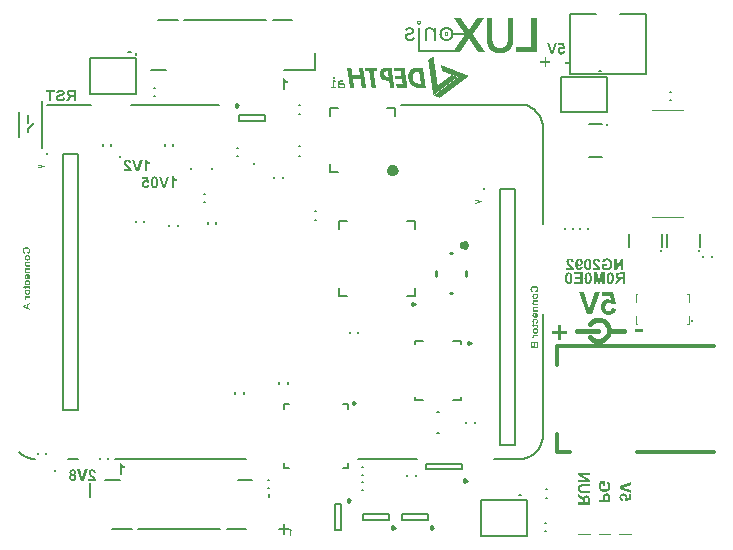
<source format=gbo>
G04*
G04 #@! TF.GenerationSoftware,Altium Limited,Altium Designer,21.6.1 (37)*
G04*
G04 Layer_Color=32896*
%FSLAX44Y44*%
%MOMM*%
G71*
G04*
G04 #@! TF.SameCoordinates,7F95C58A-CF7D-4278-AF47-FD52C239B5E1*
G04*
G04*
G04 #@! TF.FilePolarity,Positive*
G04*
G01*
G75*
%ADD10C,0.2000*%
%ADD11C,0.2500*%
%ADD12C,0.2540*%
%ADD13C,0.5000*%
%ADD14C,0.1270*%
%ADD16C,0.2540*%
%ADD136C,0.3000*%
%ADD137C,0.1016*%
%ADD138C,0.4000*%
%ADD157C,0.1000*%
%ADD246C,0.1000*%
%ADD247C,0.2032*%
%ADD248C,0.2030*%
G36*
X345507Y441085D02*
X345817D01*
Y441046D01*
X345934D01*
Y441007D01*
X346050D01*
Y440968D01*
X346167D01*
Y440929D01*
X346244D01*
Y440891D01*
X346283D01*
Y440852D01*
X346361D01*
Y440813D01*
X346400D01*
Y440774D01*
X346477D01*
Y440735D01*
X346516D01*
Y440697D01*
X346555D01*
Y440658D01*
X346594D01*
Y440619D01*
X346632D01*
Y440580D01*
X346671D01*
Y440541D01*
X346710D01*
Y440503D01*
Y440464D01*
X346749D01*
Y440425D01*
X346788D01*
Y440386D01*
Y440347D01*
X346827D01*
Y440308D01*
Y440270D01*
X346865D01*
Y440231D01*
Y440192D01*
X346904D01*
Y440153D01*
Y440114D01*
X346943D01*
Y440076D01*
Y440037D01*
Y439998D01*
X346982D01*
Y439959D01*
Y439920D01*
Y439882D01*
Y439843D01*
Y439804D01*
X347021D01*
Y439765D01*
Y439726D01*
Y439687D01*
Y439649D01*
Y439610D01*
Y439571D01*
Y439532D01*
Y439493D01*
Y439455D01*
Y439416D01*
Y439377D01*
Y439338D01*
Y439299D01*
Y439260D01*
Y439222D01*
X346982D01*
Y439183D01*
Y439144D01*
Y439105D01*
Y439066D01*
Y439028D01*
X346943D01*
Y438989D01*
Y438950D01*
Y438911D01*
X346904D01*
Y438872D01*
Y438834D01*
X346865D01*
Y438795D01*
Y438756D01*
X346827D01*
Y438717D01*
Y438678D01*
X346788D01*
Y438639D01*
Y438601D01*
X346749D01*
Y438562D01*
X346710D01*
Y438523D01*
Y438484D01*
X346671D01*
Y438445D01*
X346632D01*
Y438407D01*
X346594D01*
Y438368D01*
X346555D01*
Y438329D01*
X346516D01*
Y438290D01*
X346477D01*
Y438251D01*
X346400D01*
Y438213D01*
X346361D01*
Y438174D01*
X346283D01*
Y438135D01*
X346244D01*
Y438096D01*
X346167D01*
Y438057D01*
X346050D01*
Y438018D01*
X345973D01*
Y437980D01*
X345817D01*
Y437941D01*
X345546D01*
Y437902D01*
X345274D01*
Y437941D01*
X345002D01*
Y437980D01*
X344847D01*
Y438018D01*
X344731D01*
Y438057D01*
X344653D01*
Y438096D01*
X344575D01*
Y438135D01*
X344498D01*
Y438174D01*
X344459D01*
Y438213D01*
X344381D01*
Y438251D01*
X344342D01*
Y438290D01*
X344304D01*
Y438329D01*
X344265D01*
Y438368D01*
X344226D01*
Y438407D01*
X344187D01*
Y438445D01*
X344148D01*
Y438484D01*
X344110D01*
Y438523D01*
X344071D01*
Y438562D01*
Y438601D01*
X344032D01*
Y438639D01*
X343993D01*
Y438678D01*
Y438717D01*
X343954D01*
Y438756D01*
Y438795D01*
X343916D01*
Y438834D01*
Y438872D01*
X343877D01*
Y438911D01*
Y438950D01*
Y438989D01*
X343838D01*
Y439028D01*
Y439066D01*
Y439105D01*
Y439144D01*
X343799D01*
Y439183D01*
Y439222D01*
Y439260D01*
Y439299D01*
Y439338D01*
Y439377D01*
Y439416D01*
Y439455D01*
Y439493D01*
Y439532D01*
Y439571D01*
Y439610D01*
Y439649D01*
Y439687D01*
Y439726D01*
Y439765D01*
Y439804D01*
Y439843D01*
Y439882D01*
X343838D01*
Y439920D01*
Y439959D01*
Y439998D01*
Y440037D01*
X343877D01*
Y440076D01*
Y440114D01*
Y440153D01*
X343916D01*
Y440192D01*
Y440231D01*
X343954D01*
Y440270D01*
Y440308D01*
X343993D01*
Y440347D01*
Y440386D01*
X344032D01*
Y440425D01*
X344071D01*
Y440464D01*
Y440503D01*
X344110D01*
Y440541D01*
X344148D01*
Y440580D01*
X344187D01*
Y440619D01*
X344226D01*
Y440658D01*
X344265D01*
Y440697D01*
X344304D01*
Y440735D01*
X344342D01*
Y440774D01*
X344381D01*
Y440813D01*
X344459D01*
Y440852D01*
X344498D01*
Y440891D01*
X344575D01*
Y440929D01*
X344653D01*
Y440968D01*
X344731D01*
Y441007D01*
X344847D01*
Y441046D01*
X345002D01*
Y441085D01*
X345313D01*
Y441124D01*
X345507D01*
Y441085D01*
D02*
G37*
G36*
X400777Y443724D02*
Y443685D01*
X400738D01*
Y443646D01*
X400699D01*
Y443608D01*
X400661D01*
Y443569D01*
Y443530D01*
X400622D01*
Y443491D01*
X400583D01*
Y443452D01*
Y443414D01*
X400544D01*
Y443375D01*
X400505D01*
Y443336D01*
Y443297D01*
X400466D01*
Y443258D01*
X400428D01*
Y443219D01*
X400389D01*
Y443181D01*
Y443142D01*
X400350D01*
Y443103D01*
X400311D01*
Y443064D01*
Y443025D01*
X400272D01*
Y442987D01*
X400234D01*
Y442948D01*
X400195D01*
Y442909D01*
Y442870D01*
X400156D01*
Y442831D01*
X400117D01*
Y442793D01*
Y442754D01*
X400078D01*
Y442715D01*
X400039D01*
Y442676D01*
X400001D01*
Y442637D01*
Y442598D01*
X399962D01*
Y442560D01*
X399923D01*
Y442521D01*
Y442482D01*
X399884D01*
Y442443D01*
X399845D01*
Y442404D01*
X399807D01*
Y442366D01*
Y442327D01*
X399768D01*
Y442288D01*
X399729D01*
Y442249D01*
Y442210D01*
X399690D01*
Y442172D01*
X399651D01*
Y442133D01*
X399613D01*
Y442094D01*
Y442055D01*
X399574D01*
Y442016D01*
X399535D01*
Y441977D01*
Y441939D01*
X399496D01*
Y441900D01*
X399457D01*
Y441861D01*
Y441822D01*
X399418D01*
Y441783D01*
X399380D01*
Y441745D01*
X399341D01*
Y441706D01*
Y441667D01*
X399302D01*
Y441628D01*
X399263D01*
Y441589D01*
Y441550D01*
X399224D01*
Y441512D01*
X399186D01*
Y441473D01*
X399147D01*
Y441434D01*
Y441395D01*
X399108D01*
Y441356D01*
X399069D01*
Y441318D01*
Y441279D01*
X399030D01*
Y441240D01*
X398992D01*
Y441201D01*
X398953D01*
Y441162D01*
Y441124D01*
X398914D01*
Y441085D01*
X398875D01*
Y441046D01*
Y441007D01*
X398836D01*
Y440968D01*
X398797D01*
Y440929D01*
X398759D01*
Y440891D01*
Y440852D01*
X398720D01*
Y440813D01*
X398681D01*
Y440774D01*
Y440735D01*
X398642D01*
Y440697D01*
X398603D01*
Y440658D01*
X398565D01*
Y440619D01*
Y440580D01*
X398526D01*
Y440541D01*
X398487D01*
Y440503D01*
Y440464D01*
X398448D01*
Y440425D01*
X398409D01*
Y440386D01*
Y440347D01*
X398371D01*
Y440308D01*
X398332D01*
Y440270D01*
X398293D01*
Y440231D01*
Y440192D01*
X398254D01*
Y440153D01*
X398215D01*
Y440114D01*
Y440076D01*
X398176D01*
Y440037D01*
X398138D01*
Y439998D01*
X398099D01*
Y439959D01*
Y439920D01*
X398060D01*
Y439882D01*
X398021D01*
Y439843D01*
Y439804D01*
X397982D01*
Y439765D01*
X397944D01*
Y439726D01*
X397905D01*
Y439687D01*
Y439649D01*
X397866D01*
Y439610D01*
X397827D01*
Y439571D01*
Y439532D01*
X397788D01*
Y439493D01*
X397749D01*
Y439455D01*
X397711D01*
Y439416D01*
Y439377D01*
X397672D01*
Y439338D01*
X397633D01*
Y439299D01*
Y439260D01*
X397594D01*
Y439222D01*
X397555D01*
Y439183D01*
X397517D01*
Y439144D01*
Y439105D01*
X397478D01*
Y439066D01*
X397439D01*
Y439028D01*
Y438989D01*
X397400D01*
Y438950D01*
X397361D01*
Y438911D01*
Y438872D01*
X397323D01*
Y438834D01*
X397284D01*
Y438795D01*
X397245D01*
Y438756D01*
Y438717D01*
X397206D01*
Y438678D01*
X397167D01*
Y438639D01*
Y438601D01*
X397128D01*
Y438562D01*
X397090D01*
Y438523D01*
X397051D01*
Y438484D01*
Y438445D01*
X397012D01*
Y438407D01*
X396973D01*
Y438368D01*
Y438329D01*
X396934D01*
Y438290D01*
X396896D01*
Y438251D01*
X396857D01*
Y438213D01*
Y438174D01*
X396818D01*
Y438135D01*
X396779D01*
Y438096D01*
Y438057D01*
X396740D01*
Y438018D01*
X396702D01*
Y437980D01*
X396663D01*
Y437941D01*
Y437902D01*
X396624D01*
Y437863D01*
X396585D01*
Y437824D01*
Y437786D01*
X396546D01*
Y437747D01*
X396507D01*
Y437708D01*
X396469D01*
Y437669D01*
Y437630D01*
X396430D01*
Y437592D01*
X396391D01*
Y437553D01*
Y437514D01*
X396352D01*
Y437475D01*
X396313D01*
Y437436D01*
X396275D01*
Y437397D01*
Y437359D01*
X396236D01*
Y437320D01*
X396197D01*
Y437281D01*
Y437242D01*
X396158D01*
Y437203D01*
X396119D01*
Y437165D01*
Y437126D01*
X396081D01*
Y437087D01*
X396042D01*
Y437048D01*
X396003D01*
Y437009D01*
Y436971D01*
X395964D01*
Y436932D01*
X395925D01*
Y436893D01*
Y436854D01*
X395886D01*
Y436815D01*
X395848D01*
Y436777D01*
X395809D01*
Y436738D01*
Y436699D01*
X395770D01*
Y436660D01*
X395731D01*
Y436621D01*
Y436582D01*
X395692D01*
Y436544D01*
X395654D01*
Y436505D01*
X395615D01*
Y436466D01*
Y436427D01*
X395576D01*
Y436388D01*
X395537D01*
Y436349D01*
Y436311D01*
X395498D01*
Y436272D01*
X395460D01*
Y436233D01*
X395421D01*
Y436194D01*
Y436155D01*
X395382D01*
Y436117D01*
X395343D01*
Y436078D01*
Y436039D01*
X395304D01*
Y436000D01*
X395266D01*
Y435961D01*
X395227D01*
Y435923D01*
Y435884D01*
X395188D01*
Y435845D01*
X395149D01*
Y435806D01*
Y435767D01*
X395110D01*
Y435728D01*
X395071D01*
Y435690D01*
Y435651D01*
X395033D01*
Y435612D01*
X394994D01*
Y435573D01*
X394955D01*
Y435534D01*
Y435496D01*
X394916D01*
Y435457D01*
X394877D01*
Y435418D01*
Y435379D01*
X394838D01*
Y435340D01*
X394800D01*
Y435302D01*
X394761D01*
Y435263D01*
Y435224D01*
X394722D01*
Y435185D01*
X394683D01*
Y435146D01*
Y435107D01*
X394644D01*
Y435069D01*
X394606D01*
Y435030D01*
X394567D01*
Y434991D01*
Y434952D01*
X394528D01*
Y434913D01*
X394489D01*
Y434875D01*
Y434836D01*
X394450D01*
Y434797D01*
X394412D01*
Y434758D01*
X394373D01*
Y434719D01*
Y434680D01*
X394334D01*
Y434642D01*
X394295D01*
Y434603D01*
Y434564D01*
X394256D01*
Y434525D01*
X394217D01*
Y434487D01*
X394179D01*
Y434448D01*
Y434409D01*
X394140D01*
Y434370D01*
X394101D01*
Y434331D01*
Y434292D01*
X394062D01*
Y434254D01*
X394023D01*
Y434215D01*
Y434176D01*
X393985D01*
Y434137D01*
X393946D01*
Y434098D01*
X393907D01*
Y434059D01*
Y434021D01*
X393868D01*
Y433982D01*
X393829D01*
Y433943D01*
Y433904D01*
X393791D01*
Y433866D01*
X393752D01*
Y433827D01*
X393713D01*
Y433788D01*
Y433749D01*
X393674D01*
Y433710D01*
X393635D01*
Y433671D01*
Y433633D01*
X393596D01*
Y433594D01*
X393558D01*
Y433555D01*
X393519D01*
Y433516D01*
Y433477D01*
X393480D01*
Y433438D01*
X393441D01*
Y433400D01*
Y433361D01*
X393402D01*
Y433322D01*
X393364D01*
Y433283D01*
X393325D01*
Y433244D01*
Y433206D01*
X393286D01*
Y433167D01*
X393247D01*
Y433128D01*
Y433089D01*
X393208D01*
Y433050D01*
X393170D01*
Y433012D01*
X393131D01*
Y432973D01*
Y432934D01*
X393092D01*
Y432895D01*
X393053D01*
Y432856D01*
Y432817D01*
X393014D01*
Y432779D01*
X392976D01*
Y432740D01*
Y432701D01*
X392937D01*
Y432662D01*
X392898D01*
Y432623D01*
X392859D01*
Y432585D01*
Y432546D01*
X392820D01*
Y432507D01*
X392781D01*
Y432468D01*
Y432429D01*
X392743D01*
Y432391D01*
X392704D01*
Y432352D01*
X392665D01*
Y432313D01*
Y432274D01*
X392626D01*
Y432235D01*
X392587D01*
Y432197D01*
Y432158D01*
X392548D01*
Y432119D01*
X392510D01*
Y432080D01*
X392471D01*
Y432041D01*
Y432002D01*
X392432D01*
Y431964D01*
X392393D01*
Y431925D01*
Y431886D01*
X392355D01*
Y431847D01*
X392316D01*
Y431808D01*
X392277D01*
Y431769D01*
Y431731D01*
X392238D01*
Y431692D01*
X392199D01*
Y431653D01*
Y431614D01*
X392160D01*
Y431576D01*
X392122D01*
Y431537D01*
X392083D01*
Y431498D01*
Y431459D01*
X392044D01*
Y431420D01*
X392005D01*
Y431381D01*
Y431343D01*
X391966D01*
Y431304D01*
X391927D01*
Y431265D01*
X391889D01*
Y431226D01*
Y431187D01*
X391850D01*
Y431148D01*
X391811D01*
Y431110D01*
Y431071D01*
X391772D01*
Y431032D01*
X391734D01*
Y430993D01*
Y430955D01*
X391695D01*
Y430916D01*
X391656D01*
Y430877D01*
X391617D01*
Y430838D01*
Y430799D01*
X391578D01*
Y430760D01*
X391539D01*
Y430722D01*
Y430683D01*
X391501D01*
Y430644D01*
X391462D01*
Y430605D01*
X391423D01*
Y430566D01*
Y430527D01*
X391384D01*
Y430489D01*
X391345D01*
Y430450D01*
Y430411D01*
X391306D01*
Y430372D01*
X391268D01*
Y430334D01*
X391229D01*
Y430295D01*
Y430256D01*
X391190D01*
Y430217D01*
X391151D01*
Y430178D01*
Y430139D01*
X391113D01*
Y430101D01*
X391074D01*
Y430062D01*
X391035D01*
Y430023D01*
Y429984D01*
X390996D01*
Y429945D01*
X390957D01*
Y429907D01*
Y429868D01*
X390918D01*
Y429829D01*
X390880D01*
Y429790D01*
Y429751D01*
X390918D01*
Y429712D01*
X390957D01*
Y429674D01*
Y429635D01*
X390996D01*
Y429596D01*
X391035D01*
Y429557D01*
Y429518D01*
X391074D01*
Y429480D01*
X391113D01*
Y429441D01*
Y429402D01*
X391151D01*
Y429363D01*
X391190D01*
Y429324D01*
Y429286D01*
X391229D01*
Y429247D01*
X391268D01*
Y429208D01*
Y429169D01*
X391306D01*
Y429130D01*
X391345D01*
Y429091D01*
X391384D01*
Y429053D01*
Y429014D01*
X391423D01*
Y428975D01*
X391462D01*
Y428936D01*
Y428897D01*
X391501D01*
Y428859D01*
X391539D01*
Y428820D01*
Y428781D01*
X391578D01*
Y428742D01*
X391617D01*
Y428703D01*
Y428665D01*
X391656D01*
Y428626D01*
X391695D01*
Y428587D01*
X391734D01*
Y428548D01*
Y428509D01*
X391772D01*
Y428470D01*
X391811D01*
Y428432D01*
Y428393D01*
X391850D01*
Y428354D01*
X391889D01*
Y428315D01*
Y428276D01*
X391927D01*
Y428237D01*
X391966D01*
Y428199D01*
Y428160D01*
X392005D01*
Y428121D01*
X392044D01*
Y428082D01*
X392083D01*
Y428044D01*
Y428005D01*
X392122D01*
Y427966D01*
X392160D01*
Y427927D01*
Y427888D01*
X392199D01*
Y427849D01*
X392238D01*
Y427811D01*
Y427772D01*
X392277D01*
Y427733D01*
X392316D01*
Y427694D01*
Y427655D01*
X392355D01*
Y427617D01*
X392393D01*
Y427578D01*
X392432D01*
Y427539D01*
Y427500D01*
X392471D01*
Y427461D01*
X392510D01*
Y427422D01*
Y427384D01*
X392548D01*
Y427345D01*
X392587D01*
Y427306D01*
Y427267D01*
X392626D01*
Y427228D01*
X392665D01*
Y427190D01*
Y427151D01*
X392704D01*
Y427112D01*
X392743D01*
Y427073D01*
X392781D01*
Y427034D01*
Y426996D01*
X392820D01*
Y426957D01*
X392859D01*
Y426918D01*
Y426879D01*
X392898D01*
Y426840D01*
X392937D01*
Y426801D01*
Y426763D01*
X392976D01*
Y426724D01*
X393014D01*
Y426685D01*
Y426646D01*
X393053D01*
Y426607D01*
X393092D01*
Y426569D01*
X393131D01*
Y426530D01*
Y426491D01*
X393170D01*
Y426452D01*
X393208D01*
Y426413D01*
Y426375D01*
X393247D01*
Y426336D01*
X393286D01*
Y426297D01*
Y426258D01*
X393325D01*
Y426219D01*
X393364D01*
Y426180D01*
Y426142D01*
X393402D01*
Y426103D01*
X393441D01*
Y426064D01*
X393480D01*
Y426025D01*
Y425986D01*
X393519D01*
Y425948D01*
X393558D01*
Y425909D01*
Y425870D01*
X393596D01*
Y425831D01*
X393635D01*
Y425792D01*
Y425754D01*
X393674D01*
Y425715D01*
X393713D01*
Y425676D01*
Y425637D01*
X393752D01*
Y425598D01*
X393791D01*
Y425559D01*
X393829D01*
Y425521D01*
Y425482D01*
X393868D01*
Y425443D01*
X393907D01*
Y425404D01*
Y425365D01*
X393946D01*
Y425327D01*
X393985D01*
Y425288D01*
Y425249D01*
X394023D01*
Y425210D01*
X394062D01*
Y425171D01*
Y425132D01*
X394101D01*
Y425094D01*
X394140D01*
Y425055D01*
X394179D01*
Y425016D01*
Y424977D01*
X394217D01*
Y424938D01*
X394256D01*
Y424900D01*
Y424861D01*
X394295D01*
Y424822D01*
X394334D01*
Y424783D01*
Y424744D01*
X394373D01*
Y424706D01*
X394412D01*
Y424667D01*
Y424628D01*
X394450D01*
Y424589D01*
X394489D01*
Y424550D01*
Y424511D01*
X394528D01*
Y424473D01*
X394567D01*
Y424434D01*
X394606D01*
Y424395D01*
Y424356D01*
X394644D01*
Y424317D01*
X394683D01*
Y424279D01*
Y424240D01*
X394722D01*
Y424201D01*
X394761D01*
Y424162D01*
Y424123D01*
X394800D01*
Y424085D01*
X394838D01*
Y424046D01*
Y424007D01*
X394877D01*
Y423968D01*
X394916D01*
Y423929D01*
X394955D01*
Y423890D01*
Y423852D01*
X394994D01*
Y423813D01*
X395033D01*
Y423774D01*
Y423735D01*
X395071D01*
Y423696D01*
X395110D01*
Y423658D01*
Y423619D01*
X395149D01*
Y423580D01*
X395188D01*
Y423541D01*
Y423502D01*
X395227D01*
Y423464D01*
X395266D01*
Y423425D01*
X395304D01*
Y423386D01*
Y423347D01*
X395343D01*
Y423308D01*
X395382D01*
Y423270D01*
Y423231D01*
X395421D01*
Y423192D01*
X395460D01*
Y423153D01*
Y423114D01*
X395498D01*
Y423075D01*
X395537D01*
Y423037D01*
Y422998D01*
X395576D01*
Y422959D01*
X395615D01*
Y422920D01*
X395654D01*
Y422881D01*
Y422842D01*
X395692D01*
Y422804D01*
X395731D01*
Y422765D01*
Y422726D01*
X395770D01*
Y422687D01*
X395809D01*
Y422648D01*
Y422610D01*
X395848D01*
Y422571D01*
X395886D01*
Y422532D01*
Y422493D01*
X395925D01*
Y422454D01*
X395964D01*
Y422416D01*
X396003D01*
Y422377D01*
Y422338D01*
X396042D01*
Y422299D01*
X396081D01*
Y422260D01*
Y422221D01*
X396119D01*
Y422183D01*
X396158D01*
Y422144D01*
Y422105D01*
X396197D01*
Y422066D01*
X396236D01*
Y422028D01*
Y421989D01*
X396275D01*
Y421950D01*
X396313D01*
Y421911D01*
X396352D01*
Y421872D01*
Y421833D01*
X396391D01*
Y421795D01*
X396430D01*
Y421756D01*
Y421717D01*
X396469D01*
Y421678D01*
X396507D01*
Y421639D01*
Y421600D01*
X396546D01*
Y421562D01*
X396585D01*
Y421523D01*
Y421484D01*
X396624D01*
Y421445D01*
X396663D01*
Y421406D01*
X396702D01*
Y421368D01*
Y421329D01*
X396740D01*
Y421290D01*
X396779D01*
Y421251D01*
Y421212D01*
X396818D01*
Y421174D01*
X396857D01*
Y421135D01*
Y421096D01*
X396896D01*
Y421057D01*
X396934D01*
Y421018D01*
Y420979D01*
X396973D01*
Y420941D01*
X397012D01*
Y420902D01*
X397051D01*
Y420863D01*
Y420824D01*
X397090D01*
Y420785D01*
X397128D01*
Y420747D01*
Y420708D01*
X397167D01*
Y420669D01*
X397206D01*
Y420630D01*
Y420591D01*
X397245D01*
Y420552D01*
X397284D01*
Y420514D01*
Y420475D01*
X397323D01*
Y420436D01*
X397361D01*
Y420397D01*
Y420359D01*
X397400D01*
Y420320D01*
X397439D01*
Y420281D01*
X397478D01*
Y420242D01*
Y420203D01*
X397517D01*
Y420164D01*
X397555D01*
Y420126D01*
Y420087D01*
X397594D01*
Y420048D01*
X397633D01*
Y420009D01*
Y419970D01*
X397672D01*
Y419931D01*
X397711D01*
Y419893D01*
Y419854D01*
X397749D01*
Y419815D01*
X397788D01*
Y419776D01*
X397827D01*
Y419737D01*
Y419699D01*
X397866D01*
Y419660D01*
X397905D01*
Y419621D01*
Y419582D01*
X397944D01*
Y419543D01*
X397982D01*
Y419505D01*
Y419466D01*
X398021D01*
Y419427D01*
X398060D01*
Y419388D01*
Y419349D01*
X398099D01*
Y419310D01*
X398138D01*
Y419272D01*
X398176D01*
Y419233D01*
Y419194D01*
X398215D01*
Y419155D01*
X398254D01*
Y419117D01*
Y419078D01*
X398293D01*
Y419039D01*
X398332D01*
Y419000D01*
Y418961D01*
X398371D01*
Y418922D01*
X398409D01*
Y418884D01*
Y418845D01*
X398448D01*
Y418806D01*
X398487D01*
Y418767D01*
X398526D01*
Y418728D01*
Y418689D01*
X398565D01*
Y418651D01*
X398603D01*
Y418612D01*
Y418573D01*
X398642D01*
Y418534D01*
X398681D01*
Y418495D01*
Y418457D01*
X398720D01*
Y418418D01*
X398759D01*
Y418379D01*
Y418340D01*
X398797D01*
Y418301D01*
X398836D01*
Y418263D01*
X398875D01*
Y418224D01*
Y418185D01*
X398914D01*
Y418146D01*
X398953D01*
Y418107D01*
Y418069D01*
X398992D01*
Y418030D01*
X399030D01*
Y417991D01*
Y417952D01*
X399069D01*
Y417913D01*
X399108D01*
Y417874D01*
Y417836D01*
X399147D01*
Y417797D01*
X399186D01*
Y417758D01*
X399224D01*
Y417719D01*
Y417680D01*
X399263D01*
Y417642D01*
X399302D01*
Y417603D01*
Y417564D01*
X399341D01*
Y417525D01*
X399380D01*
Y417486D01*
Y417448D01*
X399418D01*
Y417409D01*
X399457D01*
Y417370D01*
Y417331D01*
X399496D01*
Y417292D01*
X399535D01*
Y417253D01*
X399574D01*
Y417215D01*
Y417176D01*
X399613D01*
Y417137D01*
X399651D01*
Y417098D01*
Y417059D01*
X399690D01*
Y417020D01*
X399729D01*
Y416982D01*
Y416943D01*
X399768D01*
Y416904D01*
X399807D01*
Y416865D01*
Y416826D01*
X399845D01*
Y416788D01*
X399884D01*
Y416749D01*
X399923D01*
Y416710D01*
Y416671D01*
X399962D01*
Y416632D01*
X400001D01*
Y416594D01*
Y416555D01*
X400039D01*
Y416516D01*
X400078D01*
Y416477D01*
Y416438D01*
X400117D01*
Y416399D01*
X400156D01*
Y416361D01*
Y416322D01*
X400195D01*
Y416283D01*
X400234D01*
Y416244D01*
X400272D01*
Y416205D01*
Y416167D01*
X400311D01*
Y416128D01*
X400350D01*
Y416089D01*
Y416050D01*
X400389D01*
Y416011D01*
X400428D01*
Y415973D01*
Y415934D01*
X400466D01*
Y415895D01*
X400505D01*
Y415856D01*
Y415817D01*
X400544D01*
Y415779D01*
X400583D01*
Y415740D01*
Y415701D01*
X400622D01*
Y415662D01*
X400661D01*
Y415623D01*
X400699D01*
Y415584D01*
Y415546D01*
X400738D01*
Y415507D01*
X400777D01*
Y415468D01*
Y415429D01*
X400816D01*
Y415390D01*
X400854D01*
Y415351D01*
Y415313D01*
X400893D01*
Y415274D01*
X400932D01*
Y415235D01*
Y415196D01*
X400971D01*
Y415158D01*
X401010D01*
Y415119D01*
X401049D01*
Y415080D01*
Y415041D01*
X401087D01*
Y415002D01*
X401126D01*
Y414963D01*
Y414925D01*
X401165D01*
Y414886D01*
X401204D01*
Y414847D01*
Y414808D01*
X401243D01*
Y414769D01*
X401282D01*
Y414731D01*
Y414692D01*
X401320D01*
Y414653D01*
X401359D01*
Y414614D01*
X401398D01*
Y414575D01*
Y414537D01*
X401437D01*
Y414498D01*
X401476D01*
Y414459D01*
Y414420D01*
X401514D01*
Y414381D01*
X401553D01*
Y414342D01*
X395731D01*
Y414381D01*
X395692D01*
Y414420D01*
X395654D01*
Y414459D01*
Y414498D01*
X395615D01*
Y414537D01*
X395576D01*
Y414575D01*
Y414614D01*
X395537D01*
Y414653D01*
X395498D01*
Y414692D01*
Y414731D01*
X395460D01*
Y414769D01*
X395421D01*
Y414808D01*
Y414847D01*
X395382D01*
Y414886D01*
X395343D01*
Y414925D01*
Y414963D01*
X395304D01*
Y415002D01*
X395266D01*
Y415041D01*
Y415080D01*
X395227D01*
Y415119D01*
X395188D01*
Y415158D01*
Y415196D01*
X395149D01*
Y415235D01*
X395110D01*
Y415274D01*
Y415313D01*
X395071D01*
Y415351D01*
X395033D01*
Y415390D01*
Y415429D01*
X394994D01*
Y415468D01*
X394955D01*
Y415507D01*
Y415546D01*
X394916D01*
Y415584D01*
X394877D01*
Y415623D01*
Y415662D01*
X394838D01*
Y415701D01*
X394800D01*
Y415740D01*
Y415779D01*
X394761D01*
Y415817D01*
X394722D01*
Y415856D01*
Y415895D01*
X394683D01*
Y415934D01*
X394644D01*
Y415973D01*
Y416011D01*
X394606D01*
Y416050D01*
X394567D01*
Y416089D01*
Y416128D01*
X394528D01*
Y416167D01*
X394489D01*
Y416205D01*
Y416244D01*
X394450D01*
Y416283D01*
X394412D01*
Y416322D01*
Y416361D01*
X394373D01*
Y416399D01*
X394334D01*
Y416438D01*
Y416477D01*
X394295D01*
Y416516D01*
X394256D01*
Y416555D01*
Y416594D01*
X394217D01*
Y416632D01*
X394179D01*
Y416671D01*
X394140D01*
Y416710D01*
Y416749D01*
X394101D01*
Y416788D01*
X394062D01*
Y416826D01*
Y416865D01*
X394023D01*
Y416904D01*
X393985D01*
Y416943D01*
Y416982D01*
X393946D01*
Y417020D01*
X393907D01*
Y417059D01*
Y417098D01*
X393868D01*
Y417137D01*
X393829D01*
Y417176D01*
Y417215D01*
X393791D01*
Y417253D01*
X393752D01*
Y417292D01*
Y417331D01*
X393713D01*
Y417370D01*
X393674D01*
Y417409D01*
Y417448D01*
X393635D01*
Y417486D01*
X393596D01*
Y417525D01*
Y417564D01*
X393558D01*
Y417603D01*
X393519D01*
Y417642D01*
Y417680D01*
X393480D01*
Y417719D01*
X393441D01*
Y417758D01*
Y417797D01*
X393402D01*
Y417836D01*
X393364D01*
Y417874D01*
Y417913D01*
X393325D01*
Y417952D01*
X393286D01*
Y417991D01*
Y418030D01*
X393247D01*
Y418069D01*
X393208D01*
Y418107D01*
Y418146D01*
X393170D01*
Y418185D01*
X393131D01*
Y418224D01*
Y418263D01*
X393092D01*
Y418301D01*
X393053D01*
Y418340D01*
Y418379D01*
X393014D01*
Y418418D01*
X392976D01*
Y418457D01*
Y418495D01*
X392937D01*
Y418534D01*
X392898D01*
Y418573D01*
Y418612D01*
X392859D01*
Y418651D01*
X392820D01*
Y418689D01*
Y418728D01*
X392781D01*
Y418767D01*
X392743D01*
Y418806D01*
Y418845D01*
X392704D01*
Y418884D01*
X392665D01*
Y418922D01*
Y418961D01*
X392626D01*
Y419000D01*
X392587D01*
Y419039D01*
Y419078D01*
X392548D01*
Y419117D01*
X392510D01*
Y419155D01*
Y419194D01*
X392471D01*
Y419233D01*
X392432D01*
Y419272D01*
X392393D01*
Y419310D01*
Y419349D01*
X392355D01*
Y419388D01*
X392316D01*
Y419427D01*
Y419466D01*
X392277D01*
Y419505D01*
X392238D01*
Y419543D01*
Y419582D01*
X392199D01*
Y419621D01*
X392160D01*
Y419660D01*
Y419699D01*
X392122D01*
Y419737D01*
X392083D01*
Y419776D01*
Y419815D01*
X392044D01*
Y419854D01*
X392005D01*
Y419893D01*
Y419931D01*
X391966D01*
Y419970D01*
X391927D01*
Y420009D01*
Y420048D01*
X391889D01*
Y420087D01*
X391850D01*
Y420126D01*
Y420164D01*
X391811D01*
Y420203D01*
X391772D01*
Y420242D01*
Y420281D01*
X391734D01*
Y420320D01*
X391695D01*
Y420359D01*
Y420397D01*
X391656D01*
Y420436D01*
X391617D01*
Y420475D01*
Y420514D01*
X391578D01*
Y420552D01*
X391539D01*
Y420591D01*
Y420630D01*
X391501D01*
Y420669D01*
X391462D01*
Y420708D01*
Y420747D01*
X391423D01*
Y420785D01*
X391384D01*
Y420824D01*
Y420863D01*
X391345D01*
Y420902D01*
X391306D01*
Y420941D01*
Y420979D01*
X391268D01*
Y421018D01*
X391229D01*
Y421057D01*
Y421096D01*
X391190D01*
Y421135D01*
X391151D01*
Y421174D01*
Y421212D01*
X391113D01*
Y421251D01*
X391074D01*
Y421290D01*
Y421329D01*
X391035D01*
Y421368D01*
X390996D01*
Y421406D01*
Y421445D01*
X390957D01*
Y421484D01*
X390918D01*
Y421523D01*
Y421562D01*
X390880D01*
Y421600D01*
X390841D01*
Y421639D01*
Y421678D01*
X390802D01*
Y421717D01*
X390763D01*
Y421756D01*
X390724D01*
Y421795D01*
Y421833D01*
X390686D01*
Y421872D01*
X390647D01*
Y421911D01*
Y421950D01*
X390608D01*
Y421989D01*
X390569D01*
Y422028D01*
Y422066D01*
X390530D01*
Y422105D01*
X390491D01*
Y422144D01*
Y422183D01*
X390453D01*
Y422221D01*
X390414D01*
Y422260D01*
Y422299D01*
X390375D01*
Y422338D01*
X390336D01*
Y422377D01*
Y422416D01*
X390297D01*
Y422454D01*
X390259D01*
Y422493D01*
Y422532D01*
X390220D01*
Y422571D01*
X390181D01*
Y422610D01*
Y422648D01*
X390142D01*
Y422687D01*
X390103D01*
Y422726D01*
Y422765D01*
X390065D01*
Y422804D01*
X390026D01*
Y422842D01*
Y422881D01*
X389987D01*
Y422920D01*
X389948D01*
Y422959D01*
Y422998D01*
X389909D01*
Y423037D01*
X389870D01*
Y423075D01*
Y423114D01*
X389832D01*
Y423153D01*
X389793D01*
Y423192D01*
Y423231D01*
X389754D01*
Y423270D01*
X389715D01*
Y423308D01*
Y423347D01*
X389676D01*
Y423386D01*
X389637D01*
Y423425D01*
Y423464D01*
X389599D01*
Y423502D01*
X389560D01*
Y423541D01*
Y423580D01*
X389521D01*
Y423619D01*
X389482D01*
Y423658D01*
Y423696D01*
X389444D01*
Y423735D01*
X389405D01*
Y423774D01*
Y423813D01*
X389366D01*
Y423852D01*
X389327D01*
Y423890D01*
Y423929D01*
X389288D01*
Y423968D01*
X389249D01*
Y424007D01*
Y424046D01*
X389211D01*
Y424085D01*
X389172D01*
Y424123D01*
Y424162D01*
X389133D01*
Y424201D01*
X389094D01*
Y424240D01*
X389055D01*
Y424279D01*
Y424317D01*
X389016D01*
Y424356D01*
X388978D01*
Y424395D01*
Y424434D01*
X388939D01*
Y424473D01*
X388900D01*
Y424511D01*
Y424550D01*
X388861D01*
Y424589D01*
X388822D01*
Y424628D01*
Y424667D01*
X388784D01*
Y424706D01*
X388745D01*
Y424744D01*
Y424783D01*
X388706D01*
Y424822D01*
X388667D01*
Y424861D01*
Y424900D01*
X388628D01*
Y424938D01*
X388590D01*
Y424977D01*
Y425016D01*
X388551D01*
Y425055D01*
X388512D01*
Y425094D01*
Y425132D01*
X388473D01*
Y425171D01*
X388434D01*
Y425210D01*
Y425249D01*
X388396D01*
Y425288D01*
X388357D01*
Y425327D01*
Y425365D01*
X388318D01*
Y425404D01*
X388279D01*
Y425443D01*
Y425482D01*
X388240D01*
Y425521D01*
X388201D01*
Y425559D01*
Y425598D01*
X388163D01*
Y425637D01*
X388124D01*
Y425676D01*
Y425715D01*
X388085D01*
Y425754D01*
X388046D01*
Y425792D01*
Y425831D01*
X388007D01*
Y425870D01*
X387969D01*
Y425909D01*
Y425948D01*
X387930D01*
Y425986D01*
X387891D01*
Y426025D01*
Y426064D01*
X387852D01*
Y426103D01*
X387813D01*
Y426142D01*
Y426180D01*
X387736D01*
Y426142D01*
Y426103D01*
X387697D01*
Y426064D01*
X387658D01*
Y426025D01*
X387619D01*
Y425986D01*
Y425948D01*
X387580D01*
Y425909D01*
X387542D01*
Y425870D01*
Y425831D01*
X387503D01*
Y425792D01*
X387464D01*
Y425754D01*
Y425715D01*
X387425D01*
Y425676D01*
X387386D01*
Y425637D01*
Y425598D01*
X387347D01*
Y425559D01*
X387309D01*
Y425521D01*
Y425482D01*
X387270D01*
Y425443D01*
X387231D01*
Y425404D01*
Y425365D01*
X387192D01*
Y425327D01*
X387154D01*
Y425288D01*
Y425249D01*
X387115D01*
Y425210D01*
X387076D01*
Y425171D01*
Y425132D01*
X387037D01*
Y425094D01*
X386998D01*
Y425055D01*
Y425016D01*
X386959D01*
Y424977D01*
X386921D01*
Y424938D01*
Y424900D01*
X386882D01*
Y424861D01*
X386843D01*
Y424822D01*
Y424783D01*
X386804D01*
Y424744D01*
X386765D01*
Y424706D01*
Y424667D01*
X386727D01*
Y424628D01*
X386688D01*
Y424589D01*
Y424550D01*
X386649D01*
Y424511D01*
X386610D01*
Y424473D01*
Y424434D01*
X386571D01*
Y424395D01*
X386533D01*
Y424356D01*
Y424317D01*
X386494D01*
Y424279D01*
X386455D01*
Y424240D01*
Y424201D01*
X386416D01*
Y424162D01*
X386377D01*
Y424123D01*
Y424085D01*
X386338D01*
Y424046D01*
X386300D01*
Y424007D01*
Y423968D01*
X386261D01*
Y423929D01*
X386222D01*
Y423890D01*
Y423852D01*
X386183D01*
Y423813D01*
X386144D01*
Y423774D01*
Y423735D01*
X386106D01*
Y423696D01*
X386067D01*
Y423658D01*
Y423619D01*
X386028D01*
Y423580D01*
X385989D01*
Y423541D01*
Y423502D01*
X385950D01*
Y423464D01*
X385911D01*
Y423425D01*
Y423386D01*
X385873D01*
Y423347D01*
X385834D01*
Y423308D01*
Y423270D01*
X385795D01*
Y423231D01*
X385756D01*
Y423192D01*
Y423153D01*
X385717D01*
Y423114D01*
X385679D01*
Y423075D01*
Y423037D01*
X385640D01*
Y422998D01*
X385601D01*
Y422959D01*
Y422920D01*
X385562D01*
Y422881D01*
X385523D01*
Y422842D01*
Y422804D01*
X385485D01*
Y422765D01*
X385446D01*
Y422726D01*
Y422687D01*
X385407D01*
Y422648D01*
X385368D01*
Y422610D01*
Y422571D01*
X385329D01*
Y422532D01*
X385290D01*
Y422493D01*
Y422454D01*
X385252D01*
Y422416D01*
X385213D01*
Y422377D01*
Y422338D01*
X385174D01*
Y422299D01*
X385135D01*
Y422260D01*
Y422221D01*
X385096D01*
Y422183D01*
X385058D01*
Y422144D01*
Y422105D01*
X385019D01*
Y422066D01*
X384980D01*
Y422028D01*
Y421989D01*
X384941D01*
Y421950D01*
X384902D01*
Y421911D01*
Y421872D01*
X384864D01*
Y421833D01*
X384825D01*
Y421795D01*
Y421756D01*
X384786D01*
Y421717D01*
X384747D01*
Y421678D01*
Y421639D01*
X384708D01*
Y421600D01*
X384669D01*
Y421562D01*
Y421523D01*
X384631D01*
Y421484D01*
X384592D01*
Y421445D01*
Y421406D01*
X384553D01*
Y421368D01*
X384514D01*
Y421329D01*
Y421290D01*
X384475D01*
Y421251D01*
X384437D01*
Y421212D01*
Y421174D01*
X384398D01*
Y421135D01*
X384359D01*
Y421096D01*
Y421057D01*
X384320D01*
Y421018D01*
X384281D01*
Y420979D01*
Y420941D01*
X384243D01*
Y420902D01*
X384204D01*
Y420863D01*
Y420824D01*
X384165D01*
Y420785D01*
X384126D01*
Y420747D01*
Y420708D01*
X384087D01*
Y420669D01*
X384048D01*
Y420630D01*
Y420591D01*
X384010D01*
Y420552D01*
X383971D01*
Y420514D01*
Y420475D01*
X383932D01*
Y420436D01*
X383893D01*
Y420397D01*
Y420359D01*
X383854D01*
Y420320D01*
X383816D01*
Y420281D01*
Y420242D01*
X383777D01*
Y420203D01*
X383738D01*
Y420164D01*
Y420126D01*
X383699D01*
Y420087D01*
X383660D01*
Y420048D01*
Y420009D01*
X383621D01*
Y419970D01*
X383583D01*
Y419931D01*
Y419893D01*
X383544D01*
Y419854D01*
X383505D01*
Y419815D01*
Y419776D01*
X383466D01*
Y419737D01*
X383427D01*
Y419699D01*
Y419660D01*
X383389D01*
Y419621D01*
X383350D01*
Y419582D01*
Y419543D01*
X383311D01*
Y419505D01*
X383272D01*
Y419466D01*
Y419427D01*
X383233D01*
Y419388D01*
X383195D01*
Y419349D01*
X383156D01*
Y419310D01*
Y419272D01*
X383117D01*
Y419233D01*
X383078D01*
Y419194D01*
Y419155D01*
X383039D01*
Y419117D01*
X383000D01*
Y419078D01*
Y419039D01*
X382962D01*
Y419000D01*
X382923D01*
Y418961D01*
Y418922D01*
X382884D01*
Y418884D01*
X382845D01*
Y418845D01*
Y418806D01*
X382806D01*
Y418767D01*
X382768D01*
Y418728D01*
Y418689D01*
X382729D01*
Y418651D01*
X382690D01*
Y418612D01*
Y418573D01*
X382651D01*
Y418534D01*
X382612D01*
Y418495D01*
Y418457D01*
X382574D01*
Y418418D01*
X382535D01*
Y418379D01*
Y418340D01*
X382496D01*
Y418301D01*
X382457D01*
Y418263D01*
Y418224D01*
X382418D01*
Y418185D01*
X382379D01*
Y418146D01*
Y418107D01*
X382341D01*
Y418069D01*
X382302D01*
Y418030D01*
Y417991D01*
X382263D01*
Y417952D01*
X382224D01*
Y417913D01*
Y417874D01*
X382185D01*
Y417836D01*
X382147D01*
Y417797D01*
Y417758D01*
X382108D01*
Y417719D01*
X382069D01*
Y417680D01*
Y417642D01*
X382030D01*
Y417603D01*
X381991D01*
Y417564D01*
Y417525D01*
X381953D01*
Y417486D01*
X381914D01*
Y417448D01*
Y417409D01*
X381875D01*
Y417370D01*
X381836D01*
Y417331D01*
Y417292D01*
X381797D01*
Y417253D01*
X381758D01*
Y417215D01*
Y417176D01*
X381720D01*
Y417137D01*
X381681D01*
Y417098D01*
Y417059D01*
X381642D01*
Y417020D01*
X381603D01*
Y416982D01*
Y416943D01*
X381564D01*
Y416904D01*
X381526D01*
Y416865D01*
Y416826D01*
X381487D01*
Y416788D01*
X381448D01*
Y416749D01*
Y416710D01*
X381409D01*
Y416671D01*
X381370D01*
Y416632D01*
Y416594D01*
X381331D01*
Y416555D01*
X381293D01*
Y416516D01*
Y416477D01*
X381254D01*
Y416438D01*
X381215D01*
Y416399D01*
Y416361D01*
X381176D01*
Y416322D01*
X381137D01*
Y416283D01*
Y416244D01*
X381099D01*
Y416205D01*
X381060D01*
Y416167D01*
Y416128D01*
X381021D01*
Y416089D01*
X380982D01*
Y416050D01*
Y416011D01*
X380943D01*
Y415973D01*
X380905D01*
Y415934D01*
Y415895D01*
X380866D01*
Y415856D01*
X380827D01*
Y415817D01*
Y415779D01*
X380788D01*
Y415740D01*
X380749D01*
Y415701D01*
Y415662D01*
X380710D01*
Y415623D01*
X380672D01*
Y415584D01*
Y415546D01*
X380633D01*
Y415507D01*
X380594D01*
Y415468D01*
Y415429D01*
X380555D01*
Y415390D01*
X380517D01*
Y415351D01*
Y415313D01*
X380478D01*
Y415274D01*
X380439D01*
Y415235D01*
Y415196D01*
X380400D01*
Y415158D01*
X380361D01*
Y415119D01*
Y415080D01*
X380322D01*
Y415041D01*
X380284D01*
Y415002D01*
Y414963D01*
X380245D01*
Y414925D01*
X380206D01*
Y414886D01*
Y414847D01*
X380167D01*
Y414808D01*
X380128D01*
Y414769D01*
Y414731D01*
X380089D01*
Y414692D01*
X380051D01*
Y414653D01*
Y414614D01*
X380012D01*
Y414575D01*
X379973D01*
Y414537D01*
Y414498D01*
X379934D01*
Y414459D01*
X379895D01*
Y414420D01*
Y414381D01*
X379857D01*
Y414342D01*
X344498D01*
Y414381D01*
Y414420D01*
Y414459D01*
Y414498D01*
Y414537D01*
Y414575D01*
Y414614D01*
Y414653D01*
Y414692D01*
Y414731D01*
Y414769D01*
Y414808D01*
Y414847D01*
Y414886D01*
Y414925D01*
Y414963D01*
Y415002D01*
Y415041D01*
Y415080D01*
Y415119D01*
Y415158D01*
Y415196D01*
Y415235D01*
Y415274D01*
Y415313D01*
Y415351D01*
Y415390D01*
Y415429D01*
Y415468D01*
Y415507D01*
Y415546D01*
Y415584D01*
Y415623D01*
Y415662D01*
Y415701D01*
Y415740D01*
Y415779D01*
Y415817D01*
Y415856D01*
Y415895D01*
Y415934D01*
Y415973D01*
Y416011D01*
Y416050D01*
Y416089D01*
Y416128D01*
Y416167D01*
Y416205D01*
Y416244D01*
Y416283D01*
Y416322D01*
Y416361D01*
Y416399D01*
Y416438D01*
Y416477D01*
Y416516D01*
Y416555D01*
Y416594D01*
Y416632D01*
Y416671D01*
Y416710D01*
Y416749D01*
Y416788D01*
Y416826D01*
Y416865D01*
Y416904D01*
Y416943D01*
Y416982D01*
Y417020D01*
Y417059D01*
Y417098D01*
Y417137D01*
Y417176D01*
Y417215D01*
Y417253D01*
Y417292D01*
Y417331D01*
Y417370D01*
Y417409D01*
Y417448D01*
Y417486D01*
Y417525D01*
Y417564D01*
Y417603D01*
Y417642D01*
Y417680D01*
Y417719D01*
Y417758D01*
Y417797D01*
Y417836D01*
Y417874D01*
Y417913D01*
Y417952D01*
Y417991D01*
Y418030D01*
Y418069D01*
Y418107D01*
Y418146D01*
Y418185D01*
Y418224D01*
Y418263D01*
Y418301D01*
Y418340D01*
Y418379D01*
Y418418D01*
Y418457D01*
Y418495D01*
Y418534D01*
Y418573D01*
Y418612D01*
Y418651D01*
Y418689D01*
Y418728D01*
Y418767D01*
Y418806D01*
Y418845D01*
Y418884D01*
Y418922D01*
Y418961D01*
Y419000D01*
Y419039D01*
Y419078D01*
Y419117D01*
Y419155D01*
Y419194D01*
Y419233D01*
Y419272D01*
Y419310D01*
Y419349D01*
Y419388D01*
Y419427D01*
Y419466D01*
Y419505D01*
Y419543D01*
Y419582D01*
Y419621D01*
Y419660D01*
Y419699D01*
Y419737D01*
Y419776D01*
Y419815D01*
Y419854D01*
Y419893D01*
Y419931D01*
Y419970D01*
Y420009D01*
Y420048D01*
Y420087D01*
Y420126D01*
Y420164D01*
Y420203D01*
Y420242D01*
Y420281D01*
Y420320D01*
Y420359D01*
Y420397D01*
Y420436D01*
Y420475D01*
Y420514D01*
Y420552D01*
Y420591D01*
Y420630D01*
Y420669D01*
Y420708D01*
Y420747D01*
Y420785D01*
Y420824D01*
Y420863D01*
Y420902D01*
Y420941D01*
Y420979D01*
Y421018D01*
Y421057D01*
Y421096D01*
Y421135D01*
Y421174D01*
Y421212D01*
Y421251D01*
Y421290D01*
Y421329D01*
Y421368D01*
Y421406D01*
Y421445D01*
Y421484D01*
Y421523D01*
Y421562D01*
Y421600D01*
Y421639D01*
Y421678D01*
Y421717D01*
Y421756D01*
Y421795D01*
Y421833D01*
Y421872D01*
Y421911D01*
Y421950D01*
Y421989D01*
Y422028D01*
Y422066D01*
Y422105D01*
Y422144D01*
Y422183D01*
Y422221D01*
Y422260D01*
Y422299D01*
Y422338D01*
Y422377D01*
Y422416D01*
Y422454D01*
Y422493D01*
Y422532D01*
Y422571D01*
Y422610D01*
Y422648D01*
Y422687D01*
Y422726D01*
Y422765D01*
Y422804D01*
Y422842D01*
Y422881D01*
Y422920D01*
Y422959D01*
Y422998D01*
Y423037D01*
Y423075D01*
Y423114D01*
Y423153D01*
Y423192D01*
Y423231D01*
Y423270D01*
Y423308D01*
Y423347D01*
Y423386D01*
Y423425D01*
Y423464D01*
Y423502D01*
Y423541D01*
Y423580D01*
Y423619D01*
Y423658D01*
Y423696D01*
Y423735D01*
Y423774D01*
Y423813D01*
Y423852D01*
Y423890D01*
Y423929D01*
Y423968D01*
Y424007D01*
Y424046D01*
Y424085D01*
Y424123D01*
Y424162D01*
Y424201D01*
Y424240D01*
Y424279D01*
Y424317D01*
Y424356D01*
Y424395D01*
Y424434D01*
Y424473D01*
Y424511D01*
Y424550D01*
Y424589D01*
Y424628D01*
Y424667D01*
Y424706D01*
Y424744D01*
Y424783D01*
Y424822D01*
Y424861D01*
Y424900D01*
Y424938D01*
Y424977D01*
Y425016D01*
Y425055D01*
Y425094D01*
Y425132D01*
Y425171D01*
Y425210D01*
Y425249D01*
Y425288D01*
Y425327D01*
Y425365D01*
Y425404D01*
Y425443D01*
Y425482D01*
Y425521D01*
Y425559D01*
Y425598D01*
Y425637D01*
Y425676D01*
Y425715D01*
Y425754D01*
Y425792D01*
Y425831D01*
Y425870D01*
Y425909D01*
Y425948D01*
Y425986D01*
Y426025D01*
Y426064D01*
Y426103D01*
Y426142D01*
Y426180D01*
Y426219D01*
Y426258D01*
Y426297D01*
Y426336D01*
Y426375D01*
Y426413D01*
Y426452D01*
Y426491D01*
Y426530D01*
Y426569D01*
Y426607D01*
Y426646D01*
Y426685D01*
Y426724D01*
Y426763D01*
Y426801D01*
Y426840D01*
Y426879D01*
Y426918D01*
Y426957D01*
Y426996D01*
Y427034D01*
Y427073D01*
Y427112D01*
Y427151D01*
Y427190D01*
Y427228D01*
Y427267D01*
Y427306D01*
Y427345D01*
Y427384D01*
Y427422D01*
Y427461D01*
Y427500D01*
Y427539D01*
Y427578D01*
Y427617D01*
Y427655D01*
Y427694D01*
Y427733D01*
Y427772D01*
Y427811D01*
Y427849D01*
Y427888D01*
Y427927D01*
Y427966D01*
Y428005D01*
Y428044D01*
Y428082D01*
Y428121D01*
Y428160D01*
Y428199D01*
Y428237D01*
Y428276D01*
Y428315D01*
Y428354D01*
Y428393D01*
Y428432D01*
Y428470D01*
Y428509D01*
Y428548D01*
Y428587D01*
Y428626D01*
Y428665D01*
Y428703D01*
Y428742D01*
Y428781D01*
Y428820D01*
Y428859D01*
Y428897D01*
Y428936D01*
Y428975D01*
Y429014D01*
Y429053D01*
Y429091D01*
Y429130D01*
Y429169D01*
Y429208D01*
Y429247D01*
Y429286D01*
Y429324D01*
Y429363D01*
Y429402D01*
Y429441D01*
Y429480D01*
Y429518D01*
Y429557D01*
Y429596D01*
Y429635D01*
Y429674D01*
Y429712D01*
Y429751D01*
Y429790D01*
Y429829D01*
Y429868D01*
Y429907D01*
Y429945D01*
Y429984D01*
Y430023D01*
Y430062D01*
Y430101D01*
Y430139D01*
Y430178D01*
Y430217D01*
Y430256D01*
Y430295D01*
Y430334D01*
Y430372D01*
Y430411D01*
Y430450D01*
Y430489D01*
Y430527D01*
Y430566D01*
Y430605D01*
Y430644D01*
Y430683D01*
Y430722D01*
Y430760D01*
Y430799D01*
Y430838D01*
Y430877D01*
Y430916D01*
Y430955D01*
Y430993D01*
Y431032D01*
Y431071D01*
Y431110D01*
Y431148D01*
Y431187D01*
Y431226D01*
Y431265D01*
Y431304D01*
Y431343D01*
Y431381D01*
Y431420D01*
Y431459D01*
Y431498D01*
Y431537D01*
Y431576D01*
Y431614D01*
Y431653D01*
Y431692D01*
Y431731D01*
Y431769D01*
Y431808D01*
Y431847D01*
Y431886D01*
Y431925D01*
Y431964D01*
Y432002D01*
Y432041D01*
Y432080D01*
Y432119D01*
Y432158D01*
Y432197D01*
Y432235D01*
Y432274D01*
Y432313D01*
Y432352D01*
Y432391D01*
Y432429D01*
Y432468D01*
Y432507D01*
Y432546D01*
Y432585D01*
Y432623D01*
Y432662D01*
Y432701D01*
Y432740D01*
Y432779D01*
Y432817D01*
Y432856D01*
Y432895D01*
Y432934D01*
Y432973D01*
Y433012D01*
Y433050D01*
Y433089D01*
Y433128D01*
Y433167D01*
Y433206D01*
Y433244D01*
Y433283D01*
Y433322D01*
Y433361D01*
Y433400D01*
Y433438D01*
Y433477D01*
Y433516D01*
Y433555D01*
Y433594D01*
Y433633D01*
Y433671D01*
Y433710D01*
Y433749D01*
Y433788D01*
Y433827D01*
Y433866D01*
Y433904D01*
Y433943D01*
Y433982D01*
Y434021D01*
Y434059D01*
Y434098D01*
Y434137D01*
Y434176D01*
Y434215D01*
Y434254D01*
Y434292D01*
Y434331D01*
Y434370D01*
Y434409D01*
Y434448D01*
Y434487D01*
Y434525D01*
Y434564D01*
Y434603D01*
Y434642D01*
Y434680D01*
Y434719D01*
Y434758D01*
Y434797D01*
Y434836D01*
Y434875D01*
Y434913D01*
Y434952D01*
Y434991D01*
Y435030D01*
Y435069D01*
Y435107D01*
Y435146D01*
Y435185D01*
Y435224D01*
Y435263D01*
Y435302D01*
Y435340D01*
Y435379D01*
Y435418D01*
X346322D01*
Y435379D01*
Y435340D01*
Y435302D01*
Y435263D01*
Y435224D01*
Y435185D01*
Y435146D01*
Y435107D01*
Y435069D01*
Y435030D01*
Y434991D01*
Y434952D01*
Y434913D01*
Y434875D01*
Y434836D01*
Y434797D01*
Y434758D01*
Y434719D01*
Y434680D01*
Y434642D01*
Y434603D01*
Y434564D01*
Y434525D01*
Y434487D01*
Y434448D01*
Y434409D01*
Y434370D01*
Y434331D01*
Y434292D01*
Y434254D01*
Y434215D01*
Y434176D01*
Y434137D01*
Y434098D01*
Y434059D01*
Y434021D01*
Y433982D01*
Y433943D01*
Y433904D01*
Y433866D01*
Y433827D01*
Y433788D01*
Y433749D01*
Y433710D01*
Y433671D01*
Y433633D01*
Y433594D01*
Y433555D01*
Y433516D01*
Y433477D01*
Y433438D01*
Y433400D01*
Y433361D01*
Y433322D01*
Y433283D01*
Y433244D01*
Y433206D01*
Y433167D01*
Y433128D01*
Y433089D01*
Y433050D01*
Y433012D01*
Y432973D01*
Y432934D01*
Y432895D01*
Y432856D01*
Y432817D01*
Y432779D01*
Y432740D01*
Y432701D01*
Y432662D01*
Y432623D01*
Y432585D01*
Y432546D01*
Y432507D01*
Y432468D01*
Y432429D01*
Y432391D01*
Y432352D01*
Y432313D01*
Y432274D01*
Y432235D01*
Y432197D01*
Y432158D01*
Y432119D01*
Y432080D01*
Y432041D01*
Y432002D01*
Y431964D01*
Y431925D01*
Y431886D01*
Y431847D01*
Y431808D01*
Y431769D01*
Y431731D01*
Y431692D01*
Y431653D01*
Y431614D01*
Y431576D01*
Y431537D01*
Y431498D01*
Y431459D01*
Y431420D01*
Y431381D01*
Y431343D01*
Y431304D01*
Y431265D01*
Y431226D01*
Y431187D01*
Y431148D01*
Y431110D01*
Y431071D01*
Y431032D01*
Y430993D01*
Y430955D01*
Y430916D01*
Y430877D01*
Y430838D01*
Y430799D01*
Y430760D01*
Y430722D01*
Y430683D01*
Y430644D01*
Y430605D01*
Y430566D01*
Y430527D01*
Y430489D01*
Y430450D01*
Y430411D01*
Y430372D01*
Y430334D01*
Y430295D01*
Y430256D01*
Y430217D01*
Y430178D01*
Y430139D01*
Y430101D01*
Y430062D01*
Y430023D01*
Y429984D01*
Y429945D01*
Y429907D01*
Y429868D01*
Y429829D01*
Y429790D01*
Y429751D01*
Y429712D01*
Y429674D01*
Y429635D01*
Y429596D01*
Y429557D01*
Y429518D01*
Y429480D01*
Y429441D01*
Y429402D01*
Y429363D01*
Y429324D01*
Y429286D01*
Y429247D01*
Y429208D01*
Y429169D01*
Y429130D01*
Y429091D01*
Y429053D01*
Y429014D01*
Y428975D01*
Y428936D01*
Y428897D01*
Y428859D01*
Y428820D01*
Y428781D01*
Y428742D01*
Y428703D01*
Y428665D01*
Y428626D01*
Y428587D01*
Y428548D01*
Y428509D01*
Y428470D01*
Y428432D01*
Y428393D01*
Y428354D01*
Y428315D01*
Y428276D01*
Y428237D01*
Y428199D01*
Y428160D01*
Y428121D01*
Y428082D01*
Y428044D01*
Y428005D01*
Y427966D01*
Y427927D01*
Y427888D01*
Y427849D01*
Y427811D01*
Y427772D01*
Y427733D01*
Y427694D01*
Y427655D01*
Y427617D01*
Y427578D01*
Y427539D01*
Y427500D01*
Y427461D01*
Y427422D01*
Y427384D01*
Y427345D01*
Y427306D01*
Y427267D01*
Y427228D01*
Y427190D01*
Y427151D01*
Y427112D01*
Y427073D01*
Y427034D01*
Y426996D01*
Y426957D01*
Y426918D01*
Y426879D01*
Y426840D01*
Y426801D01*
Y426763D01*
Y426724D01*
Y426685D01*
Y426646D01*
Y426607D01*
Y426569D01*
Y426530D01*
Y426491D01*
Y426452D01*
Y426413D01*
Y426375D01*
Y426336D01*
Y426297D01*
Y426258D01*
Y426219D01*
Y426180D01*
Y426142D01*
Y426103D01*
Y426064D01*
Y426025D01*
Y425986D01*
Y425948D01*
Y425909D01*
Y425870D01*
Y425831D01*
Y425792D01*
Y425754D01*
Y425715D01*
Y425676D01*
Y425637D01*
Y425598D01*
Y425559D01*
Y425521D01*
Y425482D01*
Y425443D01*
Y425404D01*
Y425365D01*
Y425327D01*
Y425288D01*
Y425249D01*
Y425210D01*
Y425171D01*
Y425132D01*
Y425094D01*
Y425055D01*
Y425016D01*
Y424977D01*
Y424938D01*
Y424900D01*
Y424861D01*
Y424822D01*
Y424783D01*
Y424744D01*
Y424706D01*
Y424667D01*
Y424628D01*
Y424589D01*
Y424550D01*
Y424511D01*
Y424473D01*
Y424434D01*
Y424395D01*
Y424356D01*
Y424317D01*
Y424279D01*
Y424240D01*
Y424201D01*
Y424162D01*
Y424123D01*
Y424085D01*
Y424046D01*
Y424007D01*
Y423968D01*
Y423929D01*
Y423890D01*
Y423852D01*
Y423813D01*
Y423774D01*
Y423735D01*
Y423696D01*
Y423658D01*
Y423619D01*
Y423580D01*
Y423541D01*
Y423502D01*
Y423464D01*
Y423425D01*
Y423386D01*
Y423347D01*
Y423308D01*
Y423270D01*
Y423231D01*
Y423192D01*
Y423153D01*
Y423114D01*
Y423075D01*
Y423037D01*
Y422998D01*
Y422959D01*
Y422920D01*
Y422881D01*
Y422842D01*
Y422804D01*
Y422765D01*
Y422726D01*
Y422687D01*
Y422648D01*
Y422610D01*
Y422571D01*
Y422532D01*
Y422493D01*
Y422454D01*
Y422416D01*
Y422377D01*
Y422338D01*
Y422299D01*
Y422260D01*
Y422221D01*
Y422183D01*
Y422144D01*
Y422105D01*
Y422066D01*
Y422028D01*
Y421989D01*
Y421950D01*
Y421911D01*
Y421872D01*
Y421833D01*
Y421795D01*
Y421756D01*
Y421717D01*
Y421678D01*
Y421639D01*
Y421600D01*
Y421562D01*
Y421523D01*
Y421484D01*
Y421445D01*
Y421406D01*
Y421368D01*
Y421329D01*
Y421290D01*
Y421251D01*
Y421212D01*
Y421174D01*
Y421135D01*
Y421096D01*
Y421057D01*
Y421018D01*
Y420979D01*
Y420941D01*
Y420902D01*
Y420863D01*
Y420824D01*
Y420785D01*
Y420747D01*
Y420708D01*
Y420669D01*
Y420630D01*
Y420591D01*
Y420552D01*
Y420514D01*
Y420475D01*
Y420436D01*
Y420397D01*
Y420359D01*
Y420320D01*
Y420281D01*
Y420242D01*
Y420203D01*
Y420164D01*
Y420126D01*
Y420087D01*
Y420048D01*
Y420009D01*
Y419970D01*
Y419931D01*
Y419893D01*
Y419854D01*
Y419815D01*
Y419776D01*
Y419737D01*
Y419699D01*
Y419660D01*
Y419621D01*
Y419582D01*
Y419543D01*
Y419505D01*
Y419466D01*
Y419427D01*
Y419388D01*
Y419349D01*
Y419310D01*
Y419272D01*
Y419233D01*
Y419194D01*
Y419155D01*
Y419117D01*
Y419078D01*
Y419039D01*
Y419000D01*
Y418961D01*
Y418922D01*
Y418884D01*
Y418845D01*
Y418806D01*
Y418767D01*
Y418728D01*
Y418689D01*
Y418651D01*
Y418612D01*
Y418573D01*
Y418534D01*
Y418495D01*
Y418457D01*
Y418418D01*
Y418379D01*
Y418340D01*
Y418301D01*
Y418263D01*
Y418224D01*
Y418185D01*
Y418146D01*
Y418107D01*
Y418069D01*
Y418030D01*
Y417991D01*
Y417952D01*
Y417913D01*
Y417874D01*
Y417836D01*
Y417797D01*
Y417758D01*
Y417719D01*
Y417680D01*
Y417642D01*
Y417603D01*
Y417564D01*
Y417525D01*
Y417486D01*
Y417448D01*
Y417409D01*
Y417370D01*
Y417331D01*
Y417292D01*
Y417253D01*
Y417215D01*
Y417176D01*
Y417137D01*
Y417098D01*
Y417059D01*
Y417020D01*
Y416982D01*
Y416943D01*
Y416904D01*
Y416865D01*
Y416826D01*
Y416788D01*
Y416749D01*
Y416710D01*
Y416671D01*
Y416632D01*
Y416594D01*
Y416555D01*
Y416516D01*
Y416477D01*
Y416438D01*
Y416399D01*
Y416361D01*
Y416322D01*
Y416283D01*
Y416244D01*
Y416205D01*
Y416167D01*
X375005D01*
Y416205D01*
X375044D01*
Y416244D01*
X375083D01*
Y416283D01*
Y416322D01*
X375121D01*
Y416361D01*
X375160D01*
Y416399D01*
X375199D01*
Y416438D01*
Y416477D01*
X375238D01*
Y416516D01*
X375277D01*
Y416555D01*
Y416594D01*
X375316D01*
Y416632D01*
X375354D01*
Y416671D01*
Y416710D01*
X375393D01*
Y416749D01*
X375432D01*
Y416788D01*
X375471D01*
Y416826D01*
Y416865D01*
X375509D01*
Y416904D01*
X375548D01*
Y416943D01*
Y416982D01*
X375587D01*
Y417020D01*
X375626D01*
Y417059D01*
Y417098D01*
X375665D01*
Y417137D01*
X375704D01*
Y417176D01*
X375742D01*
Y417215D01*
Y417253D01*
X375781D01*
Y417292D01*
X375820D01*
Y417331D01*
Y417370D01*
X375859D01*
Y417409D01*
X375898D01*
Y417448D01*
Y417486D01*
X375937D01*
Y417525D01*
X375975D01*
Y417564D01*
Y417603D01*
X376014D01*
Y417642D01*
X376053D01*
Y417680D01*
X376092D01*
Y417719D01*
Y417758D01*
X376130D01*
Y417797D01*
X376169D01*
Y417836D01*
Y417874D01*
X376208D01*
Y417913D01*
X376247D01*
Y417952D01*
Y417991D01*
X376286D01*
Y418030D01*
X376325D01*
Y418069D01*
X376363D01*
Y418107D01*
Y418146D01*
X376402D01*
Y418185D01*
X376441D01*
Y418224D01*
Y418263D01*
X376480D01*
Y418301D01*
X376519D01*
Y418340D01*
Y418379D01*
X376558D01*
Y418418D01*
X376596D01*
Y418457D01*
X376635D01*
Y418495D01*
Y418534D01*
X376674D01*
Y418573D01*
X376713D01*
Y418612D01*
Y418651D01*
X376752D01*
Y418689D01*
X376790D01*
Y418728D01*
Y418767D01*
X376829D01*
Y418806D01*
X376868D01*
Y418845D01*
X376907D01*
Y418884D01*
Y418922D01*
X376946D01*
Y418961D01*
X376984D01*
Y419000D01*
Y419039D01*
X377023D01*
Y419078D01*
X377062D01*
Y419117D01*
Y419155D01*
X377101D01*
Y419194D01*
X377140D01*
Y419233D01*
X377178D01*
Y419272D01*
Y419310D01*
X377217D01*
Y419349D01*
X377256D01*
Y419388D01*
Y419427D01*
X377295D01*
Y419466D01*
X377334D01*
Y419505D01*
Y419543D01*
X377373D01*
Y419582D01*
X377411D01*
Y419621D01*
X377450D01*
Y419660D01*
Y419699D01*
X377489D01*
Y419737D01*
X377528D01*
Y419776D01*
Y419815D01*
X377567D01*
Y419854D01*
X377605D01*
Y419893D01*
Y419931D01*
X377644D01*
Y419970D01*
X377683D01*
Y420009D01*
X377722D01*
Y420048D01*
Y420087D01*
X377761D01*
Y420126D01*
X377799D01*
Y420164D01*
Y420203D01*
X377838D01*
Y420242D01*
X377877D01*
Y420281D01*
Y420320D01*
X377916D01*
Y420359D01*
X377955D01*
Y420397D01*
X377994D01*
Y420436D01*
Y420475D01*
X378032D01*
Y420514D01*
X378071D01*
Y420552D01*
Y420591D01*
X378110D01*
Y420630D01*
X378149D01*
Y420669D01*
Y420708D01*
X378188D01*
Y420747D01*
X378226D01*
Y420785D01*
X378265D01*
Y420824D01*
Y420863D01*
X378304D01*
Y420902D01*
X378343D01*
Y420941D01*
Y420979D01*
X378382D01*
Y421018D01*
X378420D01*
Y421057D01*
Y421096D01*
X378459D01*
Y421135D01*
X378498D01*
Y421174D01*
X378537D01*
Y421212D01*
Y421251D01*
X378576D01*
Y421290D01*
X378615D01*
Y421329D01*
Y421368D01*
X378653D01*
Y421406D01*
X378692D01*
Y421445D01*
Y421484D01*
X378731D01*
Y421523D01*
X378770D01*
Y421562D01*
X378809D01*
Y421600D01*
Y421639D01*
X378848D01*
Y421678D01*
X378886D01*
Y421717D01*
Y421756D01*
X378925D01*
Y421795D01*
X378964D01*
Y421833D01*
Y421872D01*
X379003D01*
Y421911D01*
X379041D01*
Y421950D01*
X379080D01*
Y421989D01*
Y422028D01*
X379119D01*
Y422066D01*
X379158D01*
Y422105D01*
Y422144D01*
X379197D01*
Y422183D01*
X379236D01*
Y422221D01*
Y422260D01*
X379274D01*
Y422299D01*
X379313D01*
Y422338D01*
X379352D01*
Y422377D01*
Y422416D01*
X379391D01*
Y422454D01*
X379430D01*
Y422493D01*
Y422532D01*
X379468D01*
Y422571D01*
X379507D01*
Y422610D01*
Y422648D01*
X379546D01*
Y422687D01*
X379585D01*
Y422726D01*
X379624D01*
Y422765D01*
Y422804D01*
X379663D01*
Y422842D01*
X379701D01*
Y422881D01*
Y422920D01*
X379740D01*
Y422959D01*
X379779D01*
Y422998D01*
Y423037D01*
X379818D01*
Y423075D01*
X379857D01*
Y423114D01*
X379895D01*
Y423153D01*
Y423192D01*
X379934D01*
Y423231D01*
X379973D01*
Y423270D01*
Y423308D01*
X380012D01*
Y423347D01*
X380051D01*
Y423386D01*
Y423425D01*
X380089D01*
Y423464D01*
X380128D01*
Y423502D01*
X380167D01*
Y423541D01*
Y423580D01*
X380206D01*
Y423619D01*
X380245D01*
Y423658D01*
Y423696D01*
X380284D01*
Y423735D01*
X380322D01*
Y423774D01*
Y423813D01*
X380361D01*
Y423852D01*
X380400D01*
Y423890D01*
X380439D01*
Y423929D01*
Y423968D01*
X380478D01*
Y424007D01*
X380517D01*
Y424046D01*
Y424085D01*
X380555D01*
Y424123D01*
X380594D01*
Y424162D01*
Y424201D01*
X380633D01*
Y424240D01*
X380672D01*
Y424279D01*
X380710D01*
Y424317D01*
Y424356D01*
X380749D01*
Y424395D01*
X380788D01*
Y424434D01*
Y424473D01*
X380827D01*
Y424511D01*
X380866D01*
Y424550D01*
Y424589D01*
X380905D01*
Y424628D01*
X380943D01*
Y424667D01*
X380982D01*
Y424706D01*
Y424744D01*
X381021D01*
Y424783D01*
X381060D01*
Y424822D01*
Y424861D01*
X381099D01*
Y424900D01*
X381137D01*
Y424938D01*
Y424977D01*
X381176D01*
Y425016D01*
X381215D01*
Y425055D01*
X381254D01*
Y425094D01*
Y425132D01*
X381293D01*
Y425171D01*
X381331D01*
Y425210D01*
Y425249D01*
X381370D01*
Y425288D01*
X381409D01*
Y425327D01*
Y425365D01*
X381448D01*
Y425404D01*
X381487D01*
Y425443D01*
X381526D01*
Y425482D01*
Y425521D01*
X381564D01*
Y425559D01*
X381603D01*
Y425598D01*
Y425637D01*
X381642D01*
Y425676D01*
X381681D01*
Y425715D01*
Y425754D01*
X381720D01*
Y425792D01*
X381758D01*
Y425831D01*
X381797D01*
Y425870D01*
Y425909D01*
X381836D01*
Y425948D01*
X381875D01*
Y425986D01*
Y426025D01*
X381914D01*
Y426064D01*
X381953D01*
Y426103D01*
Y426142D01*
X381991D01*
Y426180D01*
X382030D01*
Y426219D01*
X382069D01*
Y426258D01*
Y426297D01*
X382108D01*
Y426336D01*
X382147D01*
Y426375D01*
Y426413D01*
X382185D01*
Y426452D01*
X382224D01*
Y426491D01*
Y426530D01*
X382263D01*
Y426569D01*
X382302D01*
Y426607D01*
X382341D01*
Y426646D01*
Y426685D01*
X382379D01*
Y426724D01*
X382418D01*
Y426763D01*
Y426801D01*
X382457D01*
Y426840D01*
X382496D01*
Y426879D01*
Y426918D01*
X382535D01*
Y426957D01*
X382574D01*
Y426996D01*
X382612D01*
Y427034D01*
Y427073D01*
X382651D01*
Y427112D01*
X382690D01*
Y427151D01*
Y427190D01*
X382729D01*
Y427228D01*
X382768D01*
Y427267D01*
Y427306D01*
X382806D01*
Y427345D01*
X382845D01*
Y427384D01*
X382884D01*
Y427422D01*
Y427461D01*
X382923D01*
Y427500D01*
X382962D01*
Y427539D01*
Y427578D01*
X383000D01*
Y427617D01*
X383039D01*
Y427655D01*
Y427694D01*
X383078D01*
Y427733D01*
X383117D01*
Y427772D01*
X383156D01*
Y427811D01*
Y427849D01*
X383195D01*
Y427888D01*
X383233D01*
Y427927D01*
Y427966D01*
X383272D01*
Y428005D01*
X383311D01*
Y428044D01*
Y428082D01*
X383350D01*
Y428121D01*
X383389D01*
Y428160D01*
X383427D01*
Y428199D01*
Y428237D01*
X383466D01*
Y428276D01*
X383505D01*
Y428315D01*
Y428354D01*
X383544D01*
Y428393D01*
X383583D01*
Y428432D01*
Y428470D01*
X383621D01*
Y428509D01*
X383660D01*
Y428548D01*
X383699D01*
Y428587D01*
Y428626D01*
X383738D01*
Y428665D01*
X383777D01*
Y428703D01*
Y428742D01*
X383816D01*
Y428781D01*
X383854D01*
Y428820D01*
Y428859D01*
X383893D01*
Y428897D01*
Y428936D01*
X374578D01*
Y428897D01*
Y428859D01*
Y428820D01*
Y428781D01*
X374539D01*
Y428742D01*
Y428703D01*
Y428665D01*
Y428626D01*
Y428587D01*
Y428548D01*
X374500D01*
Y428509D01*
Y428470D01*
Y428432D01*
Y428393D01*
Y428354D01*
X374462D01*
Y428315D01*
Y428276D01*
Y428237D01*
Y428199D01*
X374423D01*
Y428160D01*
Y428121D01*
Y428082D01*
Y428044D01*
X374384D01*
Y428005D01*
Y427966D01*
Y427927D01*
X374345D01*
Y427888D01*
Y427849D01*
Y427811D01*
X374306D01*
Y427772D01*
Y427733D01*
Y427694D01*
X374268D01*
Y427655D01*
Y427617D01*
Y427578D01*
X374229D01*
Y427539D01*
Y427500D01*
X374190D01*
Y427461D01*
Y427422D01*
Y427384D01*
X374151D01*
Y427345D01*
Y427306D01*
X374112D01*
Y427267D01*
Y427228D01*
X374073D01*
Y427190D01*
Y427151D01*
X374035D01*
Y427112D01*
Y427073D01*
X373996D01*
Y427034D01*
Y426996D01*
X373957D01*
Y426957D01*
Y426918D01*
X373918D01*
Y426879D01*
Y426840D01*
X373879D01*
Y426801D01*
X373840D01*
Y426763D01*
Y426724D01*
X373802D01*
Y426685D01*
Y426646D01*
X373763D01*
Y426607D01*
X373724D01*
Y426569D01*
Y426530D01*
X373685D01*
Y426491D01*
X373647D01*
Y426452D01*
Y426413D01*
X373608D01*
Y426375D01*
X373569D01*
Y426336D01*
Y426297D01*
X373530D01*
Y426258D01*
X373491D01*
Y426219D01*
Y426180D01*
X373452D01*
Y426142D01*
X373414D01*
Y426103D01*
X373375D01*
Y426064D01*
X373336D01*
Y426025D01*
X373297D01*
Y425986D01*
Y425948D01*
X373258D01*
Y425909D01*
X373219D01*
Y425870D01*
X373181D01*
Y425831D01*
X373142D01*
Y425792D01*
X373103D01*
Y425754D01*
X373064D01*
Y425715D01*
X373026D01*
Y425676D01*
X372987D01*
Y425637D01*
Y425598D01*
X372909D01*
Y425559D01*
X372870D01*
Y425521D01*
X372831D01*
Y425482D01*
X372793D01*
Y425443D01*
X372754D01*
Y425404D01*
X372715D01*
Y425365D01*
X372676D01*
Y425327D01*
X372637D01*
Y425288D01*
X372560D01*
Y425249D01*
X372521D01*
Y425210D01*
X372482D01*
Y425171D01*
X372443D01*
Y425132D01*
X372366D01*
Y425094D01*
X372327D01*
Y425055D01*
X372288D01*
Y425016D01*
X372210D01*
Y424977D01*
X372133D01*
Y424938D01*
X372094D01*
Y424900D01*
X372016D01*
Y424861D01*
X371978D01*
Y424822D01*
X371900D01*
Y424783D01*
X371861D01*
Y424744D01*
X371783D01*
Y424706D01*
X371706D01*
Y424667D01*
X371628D01*
Y424628D01*
X371551D01*
Y424589D01*
X371473D01*
Y424550D01*
X371395D01*
Y424511D01*
X371318D01*
Y424473D01*
X371201D01*
Y424434D01*
X371124D01*
Y424395D01*
X371007D01*
Y424356D01*
X370891D01*
Y424317D01*
X370774D01*
Y424279D01*
X370658D01*
Y424240D01*
X370541D01*
Y424201D01*
X370386D01*
Y424162D01*
X370270D01*
Y424123D01*
X370076D01*
Y424085D01*
X369843D01*
Y424046D01*
X369649D01*
Y424007D01*
X369183D01*
Y423968D01*
X368135D01*
Y424007D01*
X367708D01*
Y424046D01*
X367514D01*
Y424085D01*
X367281D01*
Y424123D01*
X367087D01*
Y424162D01*
X366932D01*
Y424201D01*
X366815D01*
Y424240D01*
X366660D01*
Y424279D01*
X366544D01*
Y424317D01*
X366427D01*
Y424356D01*
X366350D01*
Y424395D01*
X366233D01*
Y424434D01*
X366156D01*
Y424473D01*
X366039D01*
Y424511D01*
X365961D01*
Y424550D01*
X365884D01*
Y424589D01*
X365806D01*
Y424628D01*
X365729D01*
Y424667D01*
X365651D01*
Y424706D01*
X365573D01*
Y424744D01*
X365496D01*
Y424783D01*
X365457D01*
Y424822D01*
X365379D01*
Y424861D01*
X365302D01*
Y424900D01*
X365263D01*
Y424938D01*
X365185D01*
Y424977D01*
X365146D01*
Y425016D01*
X365069D01*
Y425055D01*
X365030D01*
Y425094D01*
X364952D01*
Y425132D01*
X364913D01*
Y425171D01*
X364875D01*
Y425210D01*
X364836D01*
Y425249D01*
X364758D01*
Y425288D01*
X364719D01*
Y425327D01*
X364681D01*
Y425365D01*
X364642D01*
Y425404D01*
X364564D01*
Y425443D01*
X364525D01*
Y425482D01*
X364487D01*
Y425521D01*
X364448D01*
Y425559D01*
X364409D01*
Y425598D01*
X364370D01*
Y425637D01*
X364331D01*
Y425676D01*
X364292D01*
Y425715D01*
X364254D01*
Y425754D01*
X364215D01*
Y425792D01*
X364176D01*
Y425831D01*
Y425870D01*
X364137D01*
Y425909D01*
X364098D01*
Y425948D01*
X364060D01*
Y425986D01*
X364021D01*
Y426025D01*
X363982D01*
Y426064D01*
Y426103D01*
X363943D01*
Y426142D01*
X363904D01*
Y426180D01*
X363866D01*
Y426219D01*
X363827D01*
Y426258D01*
Y426297D01*
X363788D01*
Y426336D01*
X363749D01*
Y426375D01*
Y426413D01*
X363710D01*
Y426452D01*
X363671D01*
Y426491D01*
Y426530D01*
X363633D01*
Y426569D01*
X363594D01*
Y426607D01*
Y426646D01*
X363555D01*
Y426685D01*
X363516D01*
Y426724D01*
Y426763D01*
X363477D01*
Y426801D01*
Y426840D01*
X363439D01*
Y426879D01*
Y426918D01*
X363400D01*
Y426957D01*
Y426996D01*
X363361D01*
Y427034D01*
Y427073D01*
X363322D01*
Y427112D01*
X363283D01*
Y427151D01*
Y427190D01*
X363245D01*
Y427228D01*
Y427267D01*
Y427306D01*
X363206D01*
Y427345D01*
Y427384D01*
X363167D01*
Y427422D01*
Y427461D01*
X363128D01*
Y427500D01*
Y427539D01*
Y427578D01*
X363089D01*
Y427617D01*
Y427655D01*
X363050D01*
Y427694D01*
Y427733D01*
Y427772D01*
X363012D01*
Y427811D01*
Y427849D01*
Y427888D01*
X362973D01*
Y427927D01*
Y427966D01*
Y428005D01*
X362934D01*
Y428044D01*
Y428082D01*
Y428121D01*
Y428160D01*
X362895D01*
Y428199D01*
Y428237D01*
Y428276D01*
Y428315D01*
X362856D01*
Y428354D01*
Y428393D01*
Y428432D01*
Y428470D01*
X362818D01*
Y428509D01*
Y428548D01*
Y428587D01*
Y428626D01*
Y428665D01*
Y428703D01*
X362779D01*
Y428742D01*
Y428781D01*
Y428820D01*
Y428859D01*
Y428897D01*
Y428936D01*
X362740D01*
Y428975D01*
Y429014D01*
Y429053D01*
Y429091D01*
Y429130D01*
Y429169D01*
Y429208D01*
Y429247D01*
Y429286D01*
Y429324D01*
Y429363D01*
X362701D01*
Y429402D01*
Y429441D01*
Y429480D01*
Y429518D01*
Y429557D01*
Y429596D01*
Y429635D01*
Y429674D01*
Y429712D01*
Y429751D01*
Y429790D01*
Y429829D01*
Y429868D01*
Y429907D01*
Y429945D01*
Y429984D01*
Y430023D01*
Y430062D01*
Y430101D01*
Y430139D01*
Y430178D01*
Y430217D01*
Y430256D01*
Y430295D01*
Y430334D01*
X362740D01*
Y430372D01*
Y430411D01*
Y430450D01*
Y430489D01*
Y430527D01*
Y430566D01*
Y430605D01*
Y430644D01*
Y430683D01*
Y430722D01*
X362779D01*
Y430760D01*
Y430799D01*
Y430838D01*
Y430877D01*
Y430916D01*
Y430955D01*
Y430993D01*
X362818D01*
Y431032D01*
Y431071D01*
Y431110D01*
Y431148D01*
Y431187D01*
X362856D01*
Y431226D01*
Y431265D01*
Y431304D01*
Y431343D01*
Y431381D01*
X362895D01*
Y431420D01*
Y431459D01*
Y431498D01*
Y431537D01*
X362934D01*
Y431576D01*
Y431614D01*
Y431653D01*
X362973D01*
Y431692D01*
Y431731D01*
Y431769D01*
Y431808D01*
X363012D01*
Y431847D01*
Y431886D01*
Y431925D01*
X363050D01*
Y431964D01*
Y432002D01*
X363089D01*
Y432041D01*
Y432080D01*
Y432119D01*
X363128D01*
Y432158D01*
Y432197D01*
X363167D01*
Y432235D01*
Y432274D01*
Y432313D01*
X363206D01*
Y432352D01*
Y432391D01*
X363245D01*
Y432429D01*
Y432468D01*
X363283D01*
Y432507D01*
Y432546D01*
X363322D01*
Y432585D01*
Y432623D01*
X363361D01*
Y432662D01*
Y432701D01*
X363400D01*
Y432740D01*
Y432779D01*
X363439D01*
Y432817D01*
Y432856D01*
X363477D01*
Y432895D01*
Y432934D01*
X363516D01*
Y432973D01*
X363555D01*
Y433012D01*
Y433050D01*
X363594D01*
Y433089D01*
X363633D01*
Y433128D01*
Y433167D01*
X363671D01*
Y433206D01*
X363710D01*
Y433244D01*
Y433283D01*
X363749D01*
Y433322D01*
X363788D01*
Y433361D01*
Y433400D01*
X363827D01*
Y433438D01*
X363866D01*
Y433477D01*
Y433516D01*
X363904D01*
Y433555D01*
X363943D01*
Y433594D01*
X363982D01*
Y433633D01*
X364021D01*
Y433671D01*
X364060D01*
Y433710D01*
Y433749D01*
X364098D01*
Y433788D01*
X364137D01*
Y433827D01*
X364176D01*
Y433866D01*
X364215D01*
Y433904D01*
X364254D01*
Y433943D01*
X364292D01*
Y433982D01*
X364331D01*
Y434021D01*
X364370D01*
Y434059D01*
X364409D01*
Y434098D01*
X364448D01*
Y434137D01*
X364487D01*
Y434176D01*
X364525D01*
Y434215D01*
X364564D01*
Y434254D01*
X364603D01*
Y434292D01*
X364642D01*
Y434331D01*
X364681D01*
Y434370D01*
X364758D01*
Y434409D01*
X364797D01*
Y434448D01*
X364836D01*
Y434487D01*
X364875D01*
Y434525D01*
X364952D01*
Y434564D01*
X364991D01*
Y434603D01*
X365030D01*
Y434642D01*
X365108D01*
Y434680D01*
X365146D01*
Y434719D01*
X365224D01*
Y434758D01*
X365263D01*
Y434797D01*
X365340D01*
Y434836D01*
X365418D01*
Y434875D01*
X365457D01*
Y434913D01*
X365535D01*
Y434952D01*
X365612D01*
Y434991D01*
X365690D01*
Y435030D01*
X365767D01*
Y435069D01*
X365845D01*
Y435107D01*
X365923D01*
Y435146D01*
X366000D01*
Y435185D01*
X366078D01*
Y435224D01*
X366156D01*
Y435263D01*
X366272D01*
Y435302D01*
X366388D01*
Y435340D01*
X366466D01*
Y435379D01*
X366582D01*
Y435418D01*
X366699D01*
Y435457D01*
X366854D01*
Y435496D01*
X367010D01*
Y435534D01*
X367126D01*
Y435573D01*
X367359D01*
Y435612D01*
X367592D01*
Y435651D01*
X367863D01*
Y435690D01*
X368290D01*
Y435728D01*
X369028D01*
Y435690D01*
X369493D01*
Y435651D01*
X369765D01*
Y435612D01*
X369998D01*
Y435573D01*
X370192D01*
Y435534D01*
X370347D01*
Y435496D01*
X370503D01*
Y435457D01*
X370619D01*
Y435418D01*
X370736D01*
Y435379D01*
X370852D01*
Y435340D01*
X370968D01*
Y435302D01*
X371085D01*
Y435263D01*
X371162D01*
Y435224D01*
X371279D01*
Y435185D01*
X371357D01*
Y435146D01*
X371434D01*
Y435107D01*
X371512D01*
Y435069D01*
X371589D01*
Y435030D01*
X371667D01*
Y434991D01*
X371745D01*
Y434952D01*
X371822D01*
Y434913D01*
X371900D01*
Y434875D01*
X371939D01*
Y434836D01*
X372016D01*
Y434797D01*
X372055D01*
Y434758D01*
X372133D01*
Y434719D01*
X372172D01*
Y434680D01*
X372249D01*
Y434642D01*
X372327D01*
Y434603D01*
X372366D01*
Y434564D01*
X372404D01*
Y434525D01*
X372443D01*
Y434487D01*
X372521D01*
Y434448D01*
X372560D01*
Y434409D01*
X372598D01*
Y434370D01*
X372637D01*
Y434331D01*
X372715D01*
Y434292D01*
X372754D01*
Y434254D01*
X372793D01*
Y434215D01*
X372831D01*
Y434176D01*
X372870D01*
Y434137D01*
X372909D01*
Y434098D01*
X372948D01*
Y434059D01*
X372987D01*
Y434021D01*
X373026D01*
Y433982D01*
X373064D01*
Y433943D01*
X373103D01*
Y433904D01*
X373142D01*
Y433866D01*
X373181D01*
Y433827D01*
X373219D01*
Y433788D01*
X373258D01*
Y433749D01*
Y433710D01*
X373297D01*
Y433671D01*
X373336D01*
Y433633D01*
X373375D01*
Y433594D01*
X373414D01*
Y433555D01*
X373452D01*
Y433516D01*
Y433477D01*
X373491D01*
Y433438D01*
X373530D01*
Y433400D01*
X373569D01*
Y433361D01*
Y433322D01*
X373608D01*
Y433283D01*
X373647D01*
Y433244D01*
Y433206D01*
X373685D01*
Y433167D01*
X373724D01*
Y433128D01*
Y433089D01*
X373763D01*
Y433050D01*
X373802D01*
Y433012D01*
Y432973D01*
X373840D01*
Y432934D01*
Y432895D01*
X373879D01*
Y432856D01*
Y432817D01*
X373918D01*
Y432779D01*
Y432740D01*
X373957D01*
Y432701D01*
X373996D01*
Y432662D01*
Y432623D01*
X374035D01*
Y432585D01*
Y432546D01*
X374073D01*
Y432507D01*
Y432468D01*
X374112D01*
Y432429D01*
Y432391D01*
Y432352D01*
X374151D01*
Y432313D01*
Y432274D01*
X374190D01*
Y432235D01*
Y432197D01*
X374229D01*
Y432158D01*
Y432119D01*
Y432080D01*
X374268D01*
Y432041D01*
Y432002D01*
X374306D01*
Y431964D01*
Y431925D01*
Y431886D01*
X374345D01*
Y431847D01*
Y431808D01*
Y431769D01*
X374384D01*
Y431731D01*
Y431692D01*
Y431653D01*
Y431614D01*
X374423D01*
Y431576D01*
Y431537D01*
Y431498D01*
Y431459D01*
X374462D01*
Y431420D01*
Y431381D01*
Y431343D01*
Y431304D01*
X374500D01*
Y431265D01*
Y431226D01*
Y431187D01*
Y431148D01*
Y431110D01*
X374539D01*
Y431071D01*
Y431032D01*
Y430993D01*
Y430955D01*
Y430916D01*
X374578D01*
Y430877D01*
Y430838D01*
Y430799D01*
Y430760D01*
X383816D01*
Y430799D01*
Y430838D01*
X383777D01*
Y430877D01*
X383738D01*
Y430916D01*
Y430955D01*
X383699D01*
Y430993D01*
X383660D01*
Y431032D01*
X383621D01*
Y431071D01*
Y431110D01*
X383583D01*
Y431148D01*
X383544D01*
Y431187D01*
Y431226D01*
X383505D01*
Y431265D01*
X383466D01*
Y431304D01*
X383427D01*
Y431343D01*
Y431381D01*
X383389D01*
Y431420D01*
X383350D01*
Y431459D01*
Y431498D01*
X383311D01*
Y431537D01*
X383272D01*
Y431576D01*
Y431614D01*
X383233D01*
Y431653D01*
X383195D01*
Y431692D01*
X383156D01*
Y431731D01*
Y431769D01*
X383117D01*
Y431808D01*
X383078D01*
Y431847D01*
Y431886D01*
X383039D01*
Y431925D01*
X383000D01*
Y431964D01*
X382962D01*
Y432002D01*
Y432041D01*
X382923D01*
Y432080D01*
X382884D01*
Y432119D01*
Y432158D01*
X382845D01*
Y432197D01*
X382806D01*
Y432235D01*
X382768D01*
Y432274D01*
Y432313D01*
X382729D01*
Y432352D01*
X382690D01*
Y432391D01*
Y432429D01*
X382651D01*
Y432468D01*
X382612D01*
Y432507D01*
X382574D01*
Y432546D01*
Y432585D01*
X382535D01*
Y432623D01*
X382496D01*
Y432662D01*
Y432701D01*
X382457D01*
Y432740D01*
X382418D01*
Y432779D01*
Y432817D01*
X382379D01*
Y432856D01*
X382341D01*
Y432895D01*
X382302D01*
Y432934D01*
Y432973D01*
X382263D01*
Y433012D01*
X382224D01*
Y433050D01*
Y433089D01*
X382185D01*
Y433128D01*
X382147D01*
Y433167D01*
X382108D01*
Y433206D01*
Y433244D01*
X382069D01*
Y433283D01*
X382030D01*
Y433322D01*
Y433361D01*
X381991D01*
Y433400D01*
X381953D01*
Y433438D01*
X381914D01*
Y433477D01*
Y433516D01*
X381875D01*
Y433555D01*
X381836D01*
Y433594D01*
Y433633D01*
X381797D01*
Y433671D01*
X381758D01*
Y433710D01*
X381720D01*
Y433749D01*
Y433788D01*
X381681D01*
Y433827D01*
X381642D01*
Y433866D01*
Y433904D01*
X381603D01*
Y433943D01*
X381564D01*
Y433982D01*
X381526D01*
Y434021D01*
Y434059D01*
X381487D01*
Y434098D01*
X381448D01*
Y434137D01*
Y434176D01*
X381409D01*
Y434215D01*
X381370D01*
Y434254D01*
Y434292D01*
X381331D01*
Y434331D01*
X381293D01*
Y434370D01*
X381254D01*
Y434409D01*
Y434448D01*
X381215D01*
Y434487D01*
X381176D01*
Y434525D01*
Y434564D01*
X381137D01*
Y434603D01*
X381099D01*
Y434642D01*
X381060D01*
Y434680D01*
Y434719D01*
X381021D01*
Y434758D01*
X380982D01*
Y434797D01*
Y434836D01*
X380943D01*
Y434875D01*
X380905D01*
Y434913D01*
X380866D01*
Y434952D01*
Y434991D01*
X380827D01*
Y435030D01*
X380788D01*
Y435069D01*
Y435107D01*
X380749D01*
Y435146D01*
X380710D01*
Y435185D01*
X380672D01*
Y435224D01*
Y435263D01*
X380633D01*
Y435302D01*
X380594D01*
Y435340D01*
Y435379D01*
X380555D01*
Y435418D01*
X380517D01*
Y435457D01*
X380478D01*
Y435496D01*
Y435534D01*
X380439D01*
Y435573D01*
X380400D01*
Y435612D01*
Y435651D01*
X380361D01*
Y435690D01*
X380322D01*
Y435728D01*
Y435767D01*
X380284D01*
Y435806D01*
X380245D01*
Y435845D01*
X380206D01*
Y435884D01*
Y435923D01*
X380167D01*
Y435961D01*
X380128D01*
Y436000D01*
Y436039D01*
X380089D01*
Y436078D01*
X380051D01*
Y436117D01*
X380012D01*
Y436155D01*
Y436194D01*
X379973D01*
Y436233D01*
X379934D01*
Y436272D01*
Y436311D01*
X379895D01*
Y436349D01*
X379857D01*
Y436388D01*
X379818D01*
Y436427D01*
Y436466D01*
X379779D01*
Y436505D01*
X379740D01*
Y436544D01*
Y436582D01*
X379701D01*
Y436621D01*
X379663D01*
Y436660D01*
X379624D01*
Y436699D01*
Y436738D01*
X379585D01*
Y436777D01*
X379546D01*
Y436815D01*
Y436854D01*
X379507D01*
Y436893D01*
X379468D01*
Y436932D01*
Y436971D01*
X379430D01*
Y437009D01*
X379391D01*
Y437048D01*
X379352D01*
Y437087D01*
Y437126D01*
X379313D01*
Y437165D01*
X379274D01*
Y437203D01*
Y437242D01*
X379236D01*
Y437281D01*
X379197D01*
Y437320D01*
X379158D01*
Y437359D01*
Y437397D01*
X379119D01*
Y437436D01*
X379080D01*
Y437475D01*
Y437514D01*
X379041D01*
Y437553D01*
X379003D01*
Y437592D01*
X378964D01*
Y437630D01*
Y437669D01*
X378925D01*
Y437708D01*
X378886D01*
Y437747D01*
Y437786D01*
X378848D01*
Y437824D01*
X378809D01*
Y437863D01*
X378770D01*
Y437902D01*
Y437941D01*
X378731D01*
Y437980D01*
X378692D01*
Y438018D01*
Y438057D01*
X378653D01*
Y438096D01*
X378615D01*
Y438135D01*
X378576D01*
Y438174D01*
Y438213D01*
X378537D01*
Y438251D01*
X378498D01*
Y438290D01*
Y438329D01*
X378459D01*
Y438368D01*
X378420D01*
Y438407D01*
Y438445D01*
X378382D01*
Y438484D01*
X378343D01*
Y438523D01*
X378304D01*
Y438562D01*
Y438601D01*
X378265D01*
Y438639D01*
X378226D01*
Y438678D01*
Y438717D01*
X378188D01*
Y438756D01*
X378149D01*
Y438795D01*
X378110D01*
Y438834D01*
Y438872D01*
X378071D01*
Y438911D01*
X378032D01*
Y438950D01*
Y438989D01*
X377994D01*
Y439028D01*
X377955D01*
Y439066D01*
X377916D01*
Y439105D01*
Y439144D01*
X377877D01*
Y439183D01*
X377838D01*
Y439222D01*
Y439260D01*
X377799D01*
Y439299D01*
X377761D01*
Y439338D01*
X377722D01*
Y439377D01*
Y439416D01*
X377683D01*
Y439455D01*
X377644D01*
Y439493D01*
Y439532D01*
X377605D01*
Y439571D01*
X377567D01*
Y439610D01*
X377528D01*
Y439649D01*
Y439687D01*
X377489D01*
Y439726D01*
X377450D01*
Y439765D01*
Y439804D01*
X377411D01*
Y439843D01*
X377373D01*
Y439882D01*
Y439920D01*
X377334D01*
Y439959D01*
X377295D01*
Y439998D01*
X377256D01*
Y440037D01*
Y440076D01*
X377217D01*
Y440114D01*
X377178D01*
Y440153D01*
Y440192D01*
X377140D01*
Y440231D01*
X377101D01*
Y440270D01*
X377062D01*
Y440308D01*
Y440347D01*
X377023D01*
Y440386D01*
X376984D01*
Y440425D01*
Y440464D01*
X376946D01*
Y440503D01*
X376907D01*
Y440541D01*
X376868D01*
Y440580D01*
Y440619D01*
X376829D01*
Y440658D01*
X376790D01*
Y440697D01*
Y440735D01*
X376752D01*
Y440774D01*
X376713D01*
Y440813D01*
X376674D01*
Y440852D01*
Y440891D01*
X376635D01*
Y440929D01*
X376596D01*
Y440968D01*
Y441007D01*
X376558D01*
Y441046D01*
X376519D01*
Y441085D01*
X376480D01*
Y441124D01*
Y441162D01*
X376441D01*
Y441201D01*
X376402D01*
Y441240D01*
Y441279D01*
X376363D01*
Y441318D01*
X376325D01*
Y441356D01*
Y441395D01*
X376286D01*
Y441434D01*
X376247D01*
Y441473D01*
X376208D01*
Y441512D01*
Y441550D01*
X376169D01*
Y441589D01*
X376130D01*
Y441628D01*
Y441667D01*
X376092D01*
Y441706D01*
X376053D01*
Y441745D01*
X376014D01*
Y441783D01*
Y441822D01*
X375975D01*
Y441861D01*
X375937D01*
Y441900D01*
Y441939D01*
X375898D01*
Y441977D01*
X375859D01*
Y442016D01*
X375820D01*
Y442055D01*
Y442094D01*
X375781D01*
Y442133D01*
X375742D01*
Y442172D01*
Y442210D01*
X375704D01*
Y442249D01*
X375665D01*
Y442288D01*
X375626D01*
Y442327D01*
Y442366D01*
X375587D01*
Y442404D01*
X375548D01*
Y442443D01*
Y442482D01*
X375509D01*
Y442521D01*
X375471D01*
Y442560D01*
Y442598D01*
X375432D01*
Y442637D01*
X375393D01*
Y442676D01*
X375354D01*
Y442715D01*
Y442754D01*
X375316D01*
Y442793D01*
X375277D01*
Y442831D01*
Y442870D01*
X375238D01*
Y442909D01*
X375199D01*
Y442948D01*
X375160D01*
Y442987D01*
Y443025D01*
X375121D01*
Y443064D01*
X375083D01*
Y443103D01*
Y443142D01*
X375044D01*
Y443181D01*
X375005D01*
Y443219D01*
X374966D01*
Y443258D01*
Y443297D01*
X374927D01*
Y443336D01*
X374888D01*
Y443375D01*
Y443414D01*
X374850D01*
Y443452D01*
X374811D01*
Y443491D01*
X374772D01*
Y443530D01*
Y443569D01*
X374733D01*
Y443608D01*
X374694D01*
Y443646D01*
Y443685D01*
X374656D01*
Y443724D01*
X374617D01*
Y443763D01*
X380517D01*
Y443724D01*
Y443685D01*
X380555D01*
Y443646D01*
X380594D01*
Y443608D01*
Y443569D01*
X380633D01*
Y443530D01*
X380672D01*
Y443491D01*
Y443452D01*
X380710D01*
Y443414D01*
X380749D01*
Y443375D01*
X380788D01*
Y443336D01*
Y443297D01*
X380827D01*
Y443258D01*
X380866D01*
Y443219D01*
Y443181D01*
X380905D01*
Y443142D01*
X380943D01*
Y443103D01*
Y443064D01*
X380982D01*
Y443025D01*
X381021D01*
Y442987D01*
Y442948D01*
X381060D01*
Y442909D01*
X381099D01*
Y442870D01*
Y442831D01*
X381137D01*
Y442793D01*
X381176D01*
Y442754D01*
Y442715D01*
X381215D01*
Y442676D01*
X381254D01*
Y442637D01*
Y442598D01*
X381293D01*
Y442560D01*
X381331D01*
Y442521D01*
X381370D01*
Y442482D01*
Y442443D01*
X381409D01*
Y442404D01*
X381448D01*
Y442366D01*
Y442327D01*
X381487D01*
Y442288D01*
X381526D01*
Y442249D01*
Y442210D01*
X381564D01*
Y442172D01*
X381603D01*
Y442133D01*
Y442094D01*
X381642D01*
Y442055D01*
X381681D01*
Y442016D01*
Y441977D01*
X381720D01*
Y441939D01*
X381758D01*
Y441900D01*
Y441861D01*
X381797D01*
Y441822D01*
X381836D01*
Y441783D01*
Y441745D01*
X381875D01*
Y441706D01*
X381914D01*
Y441667D01*
X381953D01*
Y441628D01*
Y441589D01*
X381991D01*
Y441550D01*
X382030D01*
Y441512D01*
Y441473D01*
X382069D01*
Y441434D01*
X382108D01*
Y441395D01*
Y441356D01*
X382147D01*
Y441318D01*
X382185D01*
Y441279D01*
Y441240D01*
X382224D01*
Y441201D01*
X382263D01*
Y441162D01*
Y441124D01*
X382302D01*
Y441085D01*
X382341D01*
Y441046D01*
Y441007D01*
X382379D01*
Y440968D01*
X382418D01*
Y440929D01*
Y440891D01*
X382457D01*
Y440852D01*
X382496D01*
Y440813D01*
X382535D01*
Y440774D01*
Y440735D01*
X382574D01*
Y440697D01*
X382612D01*
Y440658D01*
Y440619D01*
X382651D01*
Y440580D01*
X382690D01*
Y440541D01*
Y440503D01*
X382729D01*
Y440464D01*
X382768D01*
Y440425D01*
Y440386D01*
X382806D01*
Y440347D01*
X382845D01*
Y440308D01*
Y440270D01*
X382884D01*
Y440231D01*
X382923D01*
Y440192D01*
Y440153D01*
X382962D01*
Y440114D01*
X383000D01*
Y440076D01*
Y440037D01*
X383039D01*
Y439998D01*
X383078D01*
Y439959D01*
X383117D01*
Y439920D01*
Y439882D01*
X383156D01*
Y439843D01*
X383195D01*
Y439804D01*
Y439765D01*
X383233D01*
Y439726D01*
X383272D01*
Y439687D01*
Y439649D01*
X383311D01*
Y439610D01*
X383350D01*
Y439571D01*
Y439532D01*
X383389D01*
Y439493D01*
X383427D01*
Y439455D01*
Y439416D01*
X383466D01*
Y439377D01*
X383505D01*
Y439338D01*
Y439299D01*
X383544D01*
Y439260D01*
X383583D01*
Y439222D01*
Y439183D01*
X383621D01*
Y439144D01*
X383660D01*
Y439105D01*
X383699D01*
Y439066D01*
Y439028D01*
X383738D01*
Y438989D01*
X383777D01*
Y438950D01*
Y438911D01*
X383816D01*
Y438872D01*
X383854D01*
Y438834D01*
Y438795D01*
X383893D01*
Y438756D01*
X383932D01*
Y438717D01*
Y438678D01*
X383971D01*
Y438639D01*
X384010D01*
Y438601D01*
Y438562D01*
X384048D01*
Y438523D01*
X384087D01*
Y438484D01*
Y438445D01*
X384126D01*
Y438407D01*
X384165D01*
Y438368D01*
Y438329D01*
X384204D01*
Y438290D01*
X384243D01*
Y438251D01*
X384281D01*
Y438213D01*
Y438174D01*
X384320D01*
Y438135D01*
X384359D01*
Y438096D01*
Y438057D01*
X384398D01*
Y438018D01*
X384437D01*
Y437980D01*
Y437941D01*
X384475D01*
Y437902D01*
X384514D01*
Y437863D01*
Y437824D01*
X384553D01*
Y437786D01*
X384592D01*
Y437747D01*
Y437708D01*
X384631D01*
Y437669D01*
X384669D01*
Y437630D01*
Y437592D01*
X384708D01*
Y437553D01*
X384747D01*
Y437514D01*
Y437475D01*
X384786D01*
Y437436D01*
X384825D01*
Y437397D01*
X384864D01*
Y437359D01*
Y437320D01*
X384902D01*
Y437281D01*
X384941D01*
Y437242D01*
Y437203D01*
X384980D01*
Y437165D01*
X385019D01*
Y437126D01*
Y437087D01*
X385058D01*
Y437048D01*
X385096D01*
Y437009D01*
Y436971D01*
X385135D01*
Y436932D01*
X385174D01*
Y436893D01*
Y436854D01*
X385213D01*
Y436815D01*
X385252D01*
Y436777D01*
Y436738D01*
X385290D01*
Y436699D01*
X385329D01*
Y436660D01*
Y436621D01*
X385368D01*
Y436582D01*
X385407D01*
Y436544D01*
X385446D01*
Y436505D01*
Y436466D01*
X385485D01*
Y436427D01*
X385523D01*
Y436388D01*
Y436349D01*
X385562D01*
Y436311D01*
X385601D01*
Y436272D01*
Y436233D01*
X385640D01*
Y436194D01*
X385679D01*
Y436155D01*
Y436117D01*
X385717D01*
Y436078D01*
X385756D01*
Y436039D01*
Y436000D01*
X385795D01*
Y435961D01*
X385834D01*
Y435923D01*
Y435884D01*
X385873D01*
Y435845D01*
X385911D01*
Y435806D01*
Y435767D01*
X385950D01*
Y435728D01*
X385989D01*
Y435690D01*
X386028D01*
Y435651D01*
Y435612D01*
X386067D01*
Y435573D01*
X386106D01*
Y435534D01*
Y435496D01*
X386144D01*
Y435457D01*
X386183D01*
Y435418D01*
Y435379D01*
X386222D01*
Y435340D01*
X386261D01*
Y435302D01*
Y435263D01*
X386300D01*
Y435224D01*
X386338D01*
Y435185D01*
Y435146D01*
X386377D01*
Y435107D01*
X386416D01*
Y435069D01*
Y435030D01*
X386455D01*
Y434991D01*
X386494D01*
Y434952D01*
Y434913D01*
X386533D01*
Y434875D01*
X386571D01*
Y434836D01*
X386610D01*
Y434797D01*
Y434758D01*
X386649D01*
Y434719D01*
X386688D01*
Y434680D01*
Y434642D01*
X386727D01*
Y434603D01*
X386765D01*
Y434564D01*
Y434525D01*
X386804D01*
Y434487D01*
X386843D01*
Y434448D01*
Y434409D01*
X386882D01*
Y434370D01*
X386921D01*
Y434331D01*
Y434292D01*
X386959D01*
Y434254D01*
X386998D01*
Y434215D01*
Y434176D01*
X387037D01*
Y434137D01*
X387076D01*
Y434098D01*
Y434059D01*
X387115D01*
Y434021D01*
X387154D01*
Y433982D01*
X387192D01*
Y433943D01*
Y433904D01*
X387231D01*
Y433866D01*
X387270D01*
Y433827D01*
Y433788D01*
X387309D01*
Y433749D01*
X387347D01*
Y433710D01*
Y433671D01*
X387386D01*
Y433633D01*
X387425D01*
Y433594D01*
Y433555D01*
X387464D01*
Y433516D01*
X387503D01*
Y433477D01*
Y433438D01*
X387542D01*
Y433400D01*
X387580D01*
Y433361D01*
Y433322D01*
X387619D01*
Y433361D01*
X387658D01*
Y433400D01*
X387697D01*
Y433438D01*
Y433477D01*
X387736D01*
Y433516D01*
X387775D01*
Y433555D01*
Y433594D01*
X387813D01*
Y433633D01*
X387852D01*
Y433671D01*
Y433710D01*
X387891D01*
Y433749D01*
X387930D01*
Y433788D01*
X387969D01*
Y433827D01*
Y433866D01*
X388007D01*
Y433904D01*
X388046D01*
Y433943D01*
Y433982D01*
X388085D01*
Y434021D01*
X388124D01*
Y434059D01*
Y434098D01*
X388163D01*
Y434137D01*
X388201D01*
Y434176D01*
Y434215D01*
X388240D01*
Y434254D01*
X388279D01*
Y434292D01*
Y434331D01*
X388318D01*
Y434370D01*
X388357D01*
Y434409D01*
X388396D01*
Y434448D01*
Y434487D01*
X388434D01*
Y434525D01*
X388473D01*
Y434564D01*
Y434603D01*
X388512D01*
Y434642D01*
X388551D01*
Y434680D01*
Y434719D01*
X388590D01*
Y434758D01*
X388628D01*
Y434797D01*
Y434836D01*
X388667D01*
Y434875D01*
X388706D01*
Y434913D01*
X388745D01*
Y434952D01*
Y434991D01*
X388784D01*
Y435030D01*
X388822D01*
Y435069D01*
Y435107D01*
X388861D01*
Y435146D01*
X388900D01*
Y435185D01*
Y435224D01*
X388939D01*
Y435263D01*
X388978D01*
Y435302D01*
Y435340D01*
X389016D01*
Y435379D01*
X389055D01*
Y435418D01*
Y435457D01*
X389094D01*
Y435496D01*
X389133D01*
Y435534D01*
X389172D01*
Y435573D01*
Y435612D01*
X389211D01*
Y435651D01*
X389249D01*
Y435690D01*
Y435728D01*
X389288D01*
Y435767D01*
X389327D01*
Y435806D01*
Y435845D01*
X389366D01*
Y435884D01*
X389405D01*
Y435923D01*
Y435961D01*
X389444D01*
Y436000D01*
X389482D01*
Y436039D01*
Y436078D01*
X389521D01*
Y436117D01*
X389560D01*
Y436155D01*
X389599D01*
Y436194D01*
Y436233D01*
X389637D01*
Y436272D01*
X389676D01*
Y436311D01*
Y436349D01*
X389715D01*
Y436388D01*
X389754D01*
Y436427D01*
Y436466D01*
X389793D01*
Y436505D01*
X389832D01*
Y436544D01*
Y436582D01*
X389870D01*
Y436621D01*
X389909D01*
Y436660D01*
X389948D01*
Y436699D01*
Y436738D01*
X389987D01*
Y436777D01*
X390026D01*
Y436815D01*
Y436854D01*
X390065D01*
Y436893D01*
X390103D01*
Y436932D01*
Y436971D01*
X390142D01*
Y437009D01*
X390181D01*
Y437048D01*
Y437087D01*
X390220D01*
Y437126D01*
X390259D01*
Y437165D01*
Y437203D01*
X390297D01*
Y437242D01*
X390336D01*
Y437281D01*
X390375D01*
Y437320D01*
Y437359D01*
X390414D01*
Y437397D01*
X390453D01*
Y437436D01*
Y437475D01*
X390491D01*
Y437514D01*
X390530D01*
Y437553D01*
Y437592D01*
X390569D01*
Y437630D01*
X390608D01*
Y437669D01*
Y437708D01*
X390647D01*
Y437747D01*
X390686D01*
Y437786D01*
X390724D01*
Y437824D01*
Y437863D01*
X390763D01*
Y437902D01*
X390802D01*
Y437941D01*
Y437980D01*
X390841D01*
Y438018D01*
X390880D01*
Y438057D01*
Y438096D01*
X390918D01*
Y438135D01*
X390957D01*
Y438174D01*
Y438213D01*
X390996D01*
Y438251D01*
X391035D01*
Y438290D01*
Y438329D01*
X391074D01*
Y438368D01*
X391113D01*
Y438407D01*
X391151D01*
Y438445D01*
Y438484D01*
X391190D01*
Y438523D01*
X391229D01*
Y438562D01*
Y438601D01*
X391268D01*
Y438639D01*
X391306D01*
Y438678D01*
Y438717D01*
X391345D01*
Y438756D01*
X391384D01*
Y438795D01*
Y438834D01*
X391423D01*
Y438872D01*
X391462D01*
Y438911D01*
Y438950D01*
X391501D01*
Y438989D01*
X391539D01*
Y439028D01*
X391578D01*
Y439066D01*
Y439105D01*
X391617D01*
Y439144D01*
X391656D01*
Y439183D01*
Y439222D01*
X391695D01*
Y439260D01*
X391734D01*
Y439299D01*
Y439338D01*
X391772D01*
Y439377D01*
X391811D01*
Y439416D01*
Y439455D01*
X391850D01*
Y439493D01*
X391889D01*
Y439532D01*
X391927D01*
Y439571D01*
Y439610D01*
X391966D01*
Y439649D01*
X392005D01*
Y439687D01*
Y439726D01*
X392044D01*
Y439765D01*
X392083D01*
Y439804D01*
Y439843D01*
X392122D01*
Y439882D01*
X392160D01*
Y439920D01*
Y439959D01*
X392199D01*
Y439998D01*
X392238D01*
Y440037D01*
Y440076D01*
X392277D01*
Y440114D01*
X392316D01*
Y440153D01*
X392355D01*
Y440192D01*
Y440231D01*
X392393D01*
Y440270D01*
X392432D01*
Y440308D01*
Y440347D01*
X392471D01*
Y440386D01*
X392510D01*
Y440425D01*
Y440464D01*
X392548D01*
Y440503D01*
X392587D01*
Y440541D01*
Y440580D01*
X392626D01*
Y440619D01*
X392665D01*
Y440658D01*
X392704D01*
Y440697D01*
Y440735D01*
X392743D01*
Y440774D01*
X392781D01*
Y440813D01*
Y440852D01*
X392820D01*
Y440891D01*
X392859D01*
Y440929D01*
Y440968D01*
X392898D01*
Y441007D01*
X392937D01*
Y441046D01*
Y441085D01*
X392976D01*
Y441124D01*
X393014D01*
Y441162D01*
Y441201D01*
X393053D01*
Y441240D01*
X393092D01*
Y441279D01*
X393131D01*
Y441318D01*
Y441356D01*
X393170D01*
Y441395D01*
X393208D01*
Y441434D01*
Y441473D01*
X393247D01*
Y441512D01*
X393286D01*
Y441550D01*
Y441589D01*
X393325D01*
Y441628D01*
X393364D01*
Y441667D01*
Y441706D01*
X393402D01*
Y441745D01*
X393441D01*
Y441783D01*
Y441822D01*
X393480D01*
Y441861D01*
X393519D01*
Y441900D01*
X393558D01*
Y441939D01*
Y441977D01*
X393596D01*
Y442016D01*
X393635D01*
Y442055D01*
Y442094D01*
X393674D01*
Y442133D01*
X393713D01*
Y442172D01*
Y442210D01*
X393752D01*
Y442249D01*
X393791D01*
Y442288D01*
Y442327D01*
X393829D01*
Y442366D01*
X393868D01*
Y442404D01*
X393907D01*
Y442443D01*
Y442482D01*
X393946D01*
Y442521D01*
X393985D01*
Y442560D01*
Y442598D01*
X394023D01*
Y442637D01*
X394062D01*
Y442676D01*
Y442715D01*
X394101D01*
Y442754D01*
X394140D01*
Y442793D01*
Y442831D01*
X394179D01*
Y442870D01*
X394217D01*
Y442909D01*
Y442948D01*
X394256D01*
Y442987D01*
X394295D01*
Y443025D01*
X394334D01*
Y443064D01*
Y443103D01*
X394373D01*
Y443142D01*
X394412D01*
Y443181D01*
Y443219D01*
X394450D01*
Y443258D01*
X394489D01*
Y443297D01*
Y443336D01*
X394528D01*
Y443375D01*
X394567D01*
Y443414D01*
Y443452D01*
X394606D01*
Y443491D01*
X394644D01*
Y443530D01*
X394683D01*
Y443569D01*
Y443608D01*
X394722D01*
Y443646D01*
X394761D01*
Y443685D01*
Y443724D01*
X394800D01*
Y443763D01*
X400777D01*
Y443724D01*
D02*
G37*
G36*
X354589Y435690D02*
X354977D01*
Y435651D01*
X355210D01*
Y435612D01*
X355404D01*
Y435573D01*
X355521D01*
Y435534D01*
X355676D01*
Y435496D01*
X355792D01*
Y435457D01*
X355909D01*
Y435418D01*
X355986D01*
Y435379D01*
X356103D01*
Y435340D01*
X356180D01*
Y435302D01*
X356258D01*
Y435263D01*
X356336D01*
Y435224D01*
X356413D01*
Y435185D01*
X356491D01*
Y435146D01*
X356569D01*
Y435107D01*
X356608D01*
Y435069D01*
X356685D01*
Y435030D01*
X356763D01*
Y434991D01*
X356801D01*
Y434952D01*
X356840D01*
Y434913D01*
X356918D01*
Y434875D01*
X356957D01*
Y434836D01*
X357034D01*
Y434797D01*
X357073D01*
Y434758D01*
X357112D01*
Y434719D01*
X357151D01*
Y434680D01*
X357190D01*
Y434642D01*
X357267D01*
Y434603D01*
X357306D01*
Y434564D01*
X357345D01*
Y434525D01*
X357384D01*
Y434487D01*
X357423D01*
Y434448D01*
X357461D01*
Y434409D01*
X357500D01*
Y434370D01*
Y434331D01*
X357539D01*
Y434292D01*
X357578D01*
Y434254D01*
X357617D01*
Y434215D01*
X357655D01*
Y434176D01*
X357694D01*
Y434137D01*
Y434098D01*
X357733D01*
Y434059D01*
X357772D01*
Y434021D01*
Y433982D01*
X357811D01*
Y433943D01*
X357850D01*
Y433904D01*
Y433866D01*
X357888D01*
Y433827D01*
X357927D01*
Y433788D01*
Y433749D01*
X357966D01*
Y433710D01*
Y433671D01*
X358005D01*
Y433633D01*
Y433594D01*
X358082D01*
Y433633D01*
Y433671D01*
Y433710D01*
Y433749D01*
Y433788D01*
Y433827D01*
Y433866D01*
Y433904D01*
Y433943D01*
Y433982D01*
Y434021D01*
Y434059D01*
Y434098D01*
Y434137D01*
Y434176D01*
Y434215D01*
Y434254D01*
Y434292D01*
Y434331D01*
X358121D01*
Y434370D01*
Y434409D01*
Y434448D01*
Y434487D01*
Y434525D01*
Y434564D01*
Y434603D01*
Y434642D01*
Y434680D01*
Y434719D01*
Y434758D01*
Y434797D01*
Y434836D01*
Y434875D01*
Y434913D01*
Y434952D01*
Y434991D01*
Y435030D01*
Y435069D01*
Y435107D01*
Y435146D01*
Y435185D01*
Y435224D01*
Y435263D01*
Y435302D01*
Y435340D01*
Y435379D01*
Y435418D01*
X359907D01*
Y435379D01*
Y435340D01*
Y435302D01*
Y435263D01*
Y435224D01*
Y435185D01*
Y435146D01*
X359868D01*
Y435107D01*
Y435069D01*
Y435030D01*
Y434991D01*
Y434952D01*
Y434913D01*
Y434875D01*
Y434836D01*
Y434797D01*
Y434758D01*
Y434719D01*
Y434680D01*
Y434642D01*
Y434603D01*
Y434564D01*
Y434525D01*
Y434487D01*
Y434448D01*
Y434409D01*
Y434370D01*
Y434331D01*
X359829D01*
Y434292D01*
Y434254D01*
Y434215D01*
Y434176D01*
Y434137D01*
Y434098D01*
Y434059D01*
Y434021D01*
Y433982D01*
Y433943D01*
Y433904D01*
Y433866D01*
Y433827D01*
Y433788D01*
Y433749D01*
Y433710D01*
Y433671D01*
Y433633D01*
Y433594D01*
Y433555D01*
X359790D01*
Y433516D01*
Y433477D01*
Y433438D01*
Y433400D01*
Y433361D01*
Y433322D01*
Y433283D01*
Y433244D01*
Y433206D01*
Y433167D01*
Y433128D01*
Y433089D01*
Y433050D01*
Y433012D01*
Y432973D01*
Y432934D01*
Y432895D01*
Y432856D01*
Y432817D01*
Y432779D01*
Y432740D01*
Y432701D01*
Y432662D01*
Y432623D01*
Y432585D01*
Y432546D01*
Y432507D01*
Y432468D01*
Y432429D01*
Y432391D01*
Y432352D01*
Y432313D01*
Y432274D01*
Y432235D01*
Y432197D01*
Y432158D01*
Y432119D01*
Y432080D01*
Y432041D01*
Y432002D01*
Y431964D01*
Y431925D01*
Y431886D01*
Y431847D01*
Y431808D01*
Y431769D01*
Y431731D01*
Y431692D01*
Y431653D01*
Y431614D01*
Y431576D01*
Y431537D01*
Y431498D01*
Y431459D01*
Y431420D01*
Y431381D01*
Y431343D01*
Y431304D01*
Y431265D01*
Y431226D01*
Y431187D01*
Y431148D01*
Y431110D01*
Y431071D01*
Y431032D01*
Y430993D01*
Y430955D01*
Y430916D01*
Y430877D01*
Y430838D01*
Y430799D01*
Y430760D01*
Y430722D01*
Y430683D01*
Y430644D01*
Y430605D01*
Y430566D01*
Y430527D01*
Y430489D01*
Y430450D01*
Y430411D01*
Y430372D01*
Y430334D01*
Y430295D01*
Y430256D01*
Y430217D01*
Y430178D01*
Y430139D01*
Y430101D01*
Y430062D01*
Y430023D01*
Y429984D01*
Y429945D01*
Y429907D01*
Y429868D01*
Y429829D01*
Y429790D01*
Y429751D01*
Y429712D01*
Y429674D01*
Y429635D01*
Y429596D01*
Y429557D01*
Y429518D01*
Y429480D01*
Y429441D01*
Y429402D01*
Y429363D01*
Y429324D01*
Y429286D01*
Y429247D01*
Y429208D01*
Y429169D01*
Y429130D01*
Y429091D01*
Y429053D01*
Y429014D01*
Y428975D01*
Y428936D01*
Y428897D01*
Y428859D01*
Y428820D01*
Y428781D01*
Y428742D01*
Y428703D01*
Y428665D01*
Y428626D01*
Y428587D01*
Y428548D01*
Y428509D01*
Y428470D01*
Y428432D01*
Y428393D01*
Y428354D01*
Y428315D01*
Y428276D01*
Y428237D01*
Y428199D01*
Y428160D01*
Y428121D01*
Y428082D01*
Y428044D01*
Y428005D01*
Y427966D01*
Y427927D01*
Y427888D01*
Y427849D01*
Y427811D01*
Y427772D01*
Y427733D01*
Y427694D01*
Y427655D01*
Y427617D01*
Y427578D01*
Y427539D01*
Y427500D01*
Y427461D01*
Y427422D01*
Y427384D01*
Y427345D01*
Y427306D01*
Y427267D01*
Y427228D01*
Y427190D01*
Y427151D01*
Y427112D01*
Y427073D01*
Y427034D01*
Y426996D01*
Y426957D01*
Y426918D01*
Y426879D01*
Y426840D01*
Y426801D01*
Y426763D01*
Y426724D01*
Y426685D01*
Y426646D01*
Y426607D01*
Y426569D01*
Y426530D01*
Y426491D01*
Y426452D01*
Y426413D01*
Y426375D01*
Y426336D01*
Y426297D01*
Y426258D01*
Y426219D01*
Y426180D01*
Y426142D01*
Y426103D01*
Y426064D01*
Y426025D01*
Y425986D01*
Y425948D01*
Y425909D01*
Y425870D01*
Y425831D01*
Y425792D01*
Y425754D01*
Y425715D01*
Y425676D01*
Y425637D01*
Y425598D01*
Y425559D01*
Y425521D01*
Y425482D01*
Y425443D01*
Y425404D01*
Y425365D01*
Y425327D01*
Y425288D01*
Y425249D01*
Y425210D01*
Y425171D01*
Y425132D01*
Y425094D01*
Y425055D01*
Y425016D01*
Y424977D01*
Y424938D01*
Y424900D01*
Y424861D01*
Y424822D01*
Y424783D01*
Y424744D01*
Y424706D01*
Y424667D01*
Y424628D01*
Y424589D01*
Y424550D01*
Y424511D01*
Y424473D01*
Y424434D01*
Y424395D01*
Y424356D01*
Y424317D01*
Y424279D01*
Y424240D01*
X357927D01*
Y424279D01*
Y424317D01*
Y424356D01*
Y424395D01*
Y424434D01*
Y424473D01*
Y424511D01*
Y424550D01*
Y424589D01*
Y424628D01*
Y424667D01*
Y424706D01*
Y424744D01*
Y424783D01*
Y424822D01*
Y424861D01*
Y424900D01*
Y424938D01*
Y424977D01*
Y425016D01*
Y425055D01*
Y425094D01*
Y425132D01*
Y425171D01*
Y425210D01*
Y425249D01*
Y425288D01*
Y425327D01*
Y425365D01*
Y425404D01*
Y425443D01*
Y425482D01*
Y425521D01*
Y425559D01*
Y425598D01*
Y425637D01*
Y425676D01*
Y425715D01*
Y425754D01*
Y425792D01*
Y425831D01*
Y425870D01*
Y425909D01*
Y425948D01*
Y425986D01*
Y426025D01*
Y426064D01*
Y426103D01*
Y426142D01*
Y426180D01*
Y426219D01*
Y426258D01*
Y426297D01*
Y426336D01*
Y426375D01*
Y426413D01*
Y426452D01*
Y426491D01*
Y426530D01*
Y426569D01*
Y426607D01*
Y426646D01*
Y426685D01*
Y426724D01*
Y426763D01*
Y426801D01*
Y426840D01*
Y426879D01*
Y426918D01*
Y426957D01*
Y426996D01*
Y427034D01*
Y427073D01*
Y427112D01*
Y427151D01*
Y427190D01*
Y427228D01*
Y427267D01*
Y427306D01*
Y427345D01*
Y427384D01*
Y427422D01*
Y427461D01*
Y427500D01*
Y427539D01*
Y427578D01*
Y427617D01*
Y427655D01*
Y427694D01*
Y427733D01*
Y427772D01*
Y427811D01*
Y427849D01*
Y427888D01*
Y427927D01*
Y427966D01*
Y428005D01*
Y428044D01*
Y428082D01*
Y428121D01*
Y428160D01*
Y428199D01*
Y428237D01*
Y428276D01*
Y428315D01*
Y428354D01*
Y428393D01*
Y428432D01*
Y428470D01*
Y428509D01*
Y428548D01*
Y428587D01*
Y428626D01*
Y428665D01*
Y428703D01*
Y428742D01*
Y428781D01*
Y428820D01*
Y428859D01*
Y428897D01*
Y428936D01*
Y428975D01*
Y429014D01*
Y429053D01*
Y429091D01*
Y429130D01*
Y429169D01*
Y429208D01*
Y429247D01*
Y429286D01*
Y429324D01*
Y429363D01*
Y429402D01*
Y429441D01*
Y429480D01*
Y429518D01*
Y429557D01*
Y429596D01*
Y429635D01*
Y429674D01*
Y429712D01*
Y429751D01*
Y429790D01*
Y429829D01*
Y429868D01*
Y429907D01*
Y429945D01*
Y429984D01*
Y430023D01*
Y430062D01*
Y430101D01*
Y430139D01*
Y430178D01*
Y430217D01*
Y430256D01*
Y430295D01*
Y430334D01*
Y430372D01*
Y430411D01*
Y430450D01*
X357888D01*
Y430489D01*
Y430527D01*
Y430566D01*
Y430605D01*
Y430644D01*
Y430683D01*
Y430722D01*
Y430760D01*
Y430799D01*
X357850D01*
Y430838D01*
Y430877D01*
Y430916D01*
Y430955D01*
Y430993D01*
Y431032D01*
X357811D01*
Y431071D01*
Y431110D01*
Y431148D01*
Y431187D01*
Y431226D01*
X357772D01*
Y431265D01*
Y431304D01*
Y431343D01*
Y431381D01*
X357733D01*
Y431420D01*
Y431459D01*
Y431498D01*
Y431537D01*
X357694D01*
Y431576D01*
Y431614D01*
Y431653D01*
Y431692D01*
X357655D01*
Y431731D01*
Y431769D01*
X357617D01*
Y431808D01*
Y431847D01*
Y431886D01*
X357578D01*
Y431925D01*
Y431964D01*
Y432002D01*
X357539D01*
Y432041D01*
Y432080D01*
X357500D01*
Y432119D01*
Y432158D01*
Y432197D01*
X357461D01*
Y432235D01*
Y432274D01*
X357423D01*
Y432313D01*
Y432352D01*
X357384D01*
Y432391D01*
Y432429D01*
X357345D01*
Y432468D01*
X357306D01*
Y432507D01*
Y432546D01*
X357267D01*
Y432585D01*
Y432623D01*
X357229D01*
Y432662D01*
X357190D01*
Y432701D01*
Y432740D01*
X357151D01*
Y432779D01*
X357112D01*
Y432817D01*
Y432856D01*
X357073D01*
Y432895D01*
X357034D01*
Y432934D01*
X356996D01*
Y432973D01*
X356957D01*
Y433012D01*
X356918D01*
Y433050D01*
X356879D01*
Y433089D01*
Y433128D01*
X356840D01*
Y433167D01*
X356801D01*
Y433206D01*
X356763D01*
Y433244D01*
X356685D01*
Y433283D01*
X356646D01*
Y433322D01*
X356608D01*
Y433361D01*
X356569D01*
Y433400D01*
X356491D01*
Y433438D01*
X356452D01*
Y433477D01*
X356375D01*
Y433516D01*
X356336D01*
Y433555D01*
X356258D01*
Y433594D01*
X356219D01*
Y433633D01*
X356142D01*
Y433671D01*
X356064D01*
Y433710D01*
X355948D01*
Y433749D01*
X355870D01*
Y433788D01*
X355754D01*
Y433827D01*
X355637D01*
Y433866D01*
X355521D01*
Y433904D01*
X355327D01*
Y433943D01*
X355133D01*
Y433982D01*
X354744D01*
Y434021D01*
X354240D01*
Y433982D01*
X353891D01*
Y433943D01*
X353697D01*
Y433904D01*
X353541D01*
Y433866D01*
X353425D01*
Y433827D01*
X353347D01*
Y433788D01*
X353231D01*
Y433749D01*
X353153D01*
Y433710D01*
X353114D01*
Y433671D01*
X353037D01*
Y433633D01*
X352959D01*
Y433594D01*
X352920D01*
Y433555D01*
X352881D01*
Y433516D01*
X352804D01*
Y433477D01*
X352765D01*
Y433438D01*
X352726D01*
Y433400D01*
X352687D01*
Y433361D01*
X352649D01*
Y433322D01*
X352610D01*
Y433283D01*
X352571D01*
Y433244D01*
X352532D01*
Y433206D01*
Y433167D01*
X352493D01*
Y433128D01*
X352454D01*
Y433089D01*
Y433050D01*
X352416D01*
Y433012D01*
X352377D01*
Y432973D01*
Y432934D01*
X352338D01*
Y432895D01*
X352299D01*
Y432856D01*
Y432817D01*
X352260D01*
Y432779D01*
Y432740D01*
Y432701D01*
X352222D01*
Y432662D01*
Y432623D01*
X352183D01*
Y432585D01*
Y432546D01*
X352144D01*
Y432507D01*
Y432468D01*
Y432429D01*
X352105D01*
Y432391D01*
Y432352D01*
Y432313D01*
X352066D01*
Y432274D01*
Y432235D01*
Y432197D01*
X352028D01*
Y432158D01*
Y432119D01*
Y432080D01*
Y432041D01*
X351989D01*
Y432002D01*
Y431964D01*
Y431925D01*
Y431886D01*
Y431847D01*
Y431808D01*
X351950D01*
Y431769D01*
Y431731D01*
Y431692D01*
Y431653D01*
Y431614D01*
Y431576D01*
Y431537D01*
X351911D01*
Y431498D01*
Y431459D01*
Y431420D01*
Y431381D01*
Y431343D01*
Y431304D01*
Y431265D01*
Y431226D01*
Y431187D01*
Y431148D01*
Y431110D01*
Y431071D01*
Y431032D01*
Y430993D01*
Y430955D01*
Y430916D01*
Y430877D01*
Y430838D01*
Y430799D01*
Y430760D01*
Y430722D01*
Y430683D01*
Y430644D01*
Y430605D01*
Y430566D01*
Y430527D01*
Y430489D01*
Y430450D01*
Y430411D01*
Y430372D01*
Y430334D01*
Y430295D01*
Y430256D01*
Y430217D01*
Y430178D01*
Y430139D01*
Y430101D01*
Y430062D01*
Y430023D01*
Y429984D01*
Y429945D01*
Y429907D01*
Y429868D01*
Y429829D01*
Y429790D01*
Y429751D01*
Y429712D01*
Y429674D01*
Y429635D01*
Y429596D01*
Y429557D01*
Y429518D01*
Y429480D01*
Y429441D01*
Y429402D01*
Y429363D01*
Y429324D01*
Y429286D01*
Y429247D01*
Y429208D01*
Y429169D01*
Y429130D01*
Y429091D01*
Y429053D01*
Y429014D01*
Y428975D01*
Y428936D01*
Y428897D01*
Y428859D01*
Y428820D01*
Y428781D01*
Y428742D01*
Y428703D01*
Y428665D01*
Y428626D01*
Y428587D01*
Y428548D01*
Y428509D01*
Y428470D01*
Y428432D01*
Y428393D01*
Y428354D01*
Y428315D01*
Y428276D01*
Y428237D01*
Y428199D01*
Y428160D01*
Y428121D01*
Y428082D01*
Y428044D01*
Y428005D01*
Y427966D01*
Y427927D01*
Y427888D01*
Y427849D01*
Y427811D01*
Y427772D01*
Y427733D01*
Y427694D01*
Y427655D01*
Y427617D01*
Y427578D01*
Y427539D01*
Y427500D01*
Y427461D01*
Y427422D01*
Y427384D01*
Y427345D01*
Y427306D01*
Y427267D01*
Y427228D01*
Y427190D01*
Y427151D01*
Y427112D01*
Y427073D01*
Y427034D01*
Y426996D01*
Y426957D01*
Y426918D01*
Y426879D01*
Y426840D01*
Y426801D01*
Y426763D01*
Y426724D01*
Y426685D01*
Y426646D01*
Y426607D01*
Y426569D01*
Y426530D01*
Y426491D01*
Y426452D01*
Y426413D01*
Y426375D01*
Y426336D01*
Y426297D01*
Y426258D01*
Y426219D01*
Y426180D01*
Y426142D01*
Y426103D01*
Y426064D01*
Y426025D01*
Y425986D01*
Y425948D01*
Y425909D01*
Y425870D01*
Y425831D01*
Y425792D01*
Y425754D01*
Y425715D01*
Y425676D01*
Y425637D01*
Y425598D01*
Y425559D01*
Y425521D01*
Y425482D01*
Y425443D01*
Y425404D01*
Y425365D01*
Y425327D01*
Y425288D01*
Y425249D01*
Y425210D01*
Y425171D01*
Y425132D01*
Y425094D01*
Y425055D01*
Y425016D01*
Y424977D01*
Y424938D01*
Y424900D01*
Y424861D01*
Y424822D01*
Y424783D01*
Y424744D01*
Y424706D01*
Y424667D01*
Y424628D01*
Y424589D01*
Y424550D01*
Y424511D01*
Y424473D01*
Y424434D01*
Y424395D01*
Y424356D01*
Y424317D01*
Y424279D01*
Y424240D01*
X350048D01*
Y424279D01*
Y424317D01*
Y424356D01*
Y424395D01*
Y424434D01*
Y424473D01*
Y424511D01*
Y424550D01*
Y424589D01*
Y424628D01*
Y424667D01*
Y424706D01*
Y424744D01*
Y424783D01*
Y424822D01*
Y424861D01*
Y424900D01*
Y424938D01*
Y424977D01*
Y425016D01*
Y425055D01*
Y425094D01*
Y425132D01*
Y425171D01*
Y425210D01*
Y425249D01*
Y425288D01*
Y425327D01*
Y425365D01*
Y425404D01*
Y425443D01*
Y425482D01*
Y425521D01*
Y425559D01*
Y425598D01*
Y425637D01*
Y425676D01*
Y425715D01*
Y425754D01*
Y425792D01*
Y425831D01*
Y425870D01*
Y425909D01*
Y425948D01*
Y425986D01*
Y426025D01*
Y426064D01*
Y426103D01*
Y426142D01*
Y426180D01*
Y426219D01*
Y426258D01*
Y426297D01*
Y426336D01*
Y426375D01*
Y426413D01*
Y426452D01*
Y426491D01*
Y426530D01*
Y426569D01*
Y426607D01*
Y426646D01*
Y426685D01*
Y426724D01*
Y426763D01*
Y426801D01*
Y426840D01*
Y426879D01*
Y426918D01*
Y426957D01*
Y426996D01*
Y427034D01*
Y427073D01*
Y427112D01*
Y427151D01*
Y427190D01*
Y427228D01*
Y427267D01*
Y427306D01*
Y427345D01*
Y427384D01*
Y427422D01*
Y427461D01*
Y427500D01*
Y427539D01*
Y427578D01*
Y427617D01*
Y427655D01*
Y427694D01*
Y427733D01*
Y427772D01*
Y427811D01*
Y427849D01*
Y427888D01*
Y427927D01*
Y427966D01*
Y428005D01*
Y428044D01*
Y428082D01*
Y428121D01*
Y428160D01*
Y428199D01*
Y428237D01*
Y428276D01*
Y428315D01*
Y428354D01*
Y428393D01*
Y428432D01*
Y428470D01*
Y428509D01*
Y428548D01*
Y428587D01*
Y428626D01*
Y428665D01*
Y428703D01*
Y428742D01*
Y428781D01*
Y428820D01*
Y428859D01*
Y428897D01*
Y428936D01*
Y428975D01*
Y429014D01*
Y429053D01*
Y429091D01*
Y429130D01*
Y429169D01*
Y429208D01*
Y429247D01*
Y429286D01*
Y429324D01*
Y429363D01*
Y429402D01*
Y429441D01*
Y429480D01*
Y429518D01*
Y429557D01*
Y429596D01*
Y429635D01*
Y429674D01*
Y429712D01*
Y429751D01*
Y429790D01*
Y429829D01*
Y429868D01*
Y429907D01*
Y429945D01*
Y429984D01*
Y430023D01*
Y430062D01*
Y430101D01*
Y430139D01*
Y430178D01*
Y430217D01*
Y430256D01*
Y430295D01*
Y430334D01*
Y430372D01*
Y430411D01*
Y430450D01*
Y430489D01*
Y430527D01*
Y430566D01*
Y430605D01*
Y430644D01*
Y430683D01*
Y430722D01*
Y430760D01*
Y430799D01*
Y430838D01*
Y430877D01*
Y430916D01*
Y430955D01*
Y430993D01*
Y431032D01*
Y431071D01*
Y431110D01*
Y431148D01*
Y431187D01*
Y431226D01*
Y431265D01*
Y431304D01*
Y431343D01*
Y431381D01*
Y431420D01*
Y431459D01*
Y431498D01*
Y431537D01*
Y431576D01*
Y431614D01*
X350087D01*
Y431653D01*
Y431692D01*
Y431731D01*
Y431769D01*
Y431808D01*
Y431847D01*
Y431886D01*
Y431925D01*
Y431964D01*
Y432002D01*
Y432041D01*
X350126D01*
Y432080D01*
Y432119D01*
Y432158D01*
Y432197D01*
Y432235D01*
Y432274D01*
Y432313D01*
Y432352D01*
X350164D01*
Y432391D01*
Y432429D01*
Y432468D01*
Y432507D01*
X350203D01*
Y432546D01*
Y432585D01*
Y432623D01*
Y432662D01*
Y432701D01*
X350242D01*
Y432740D01*
Y432779D01*
Y432817D01*
Y432856D01*
X350281D01*
Y432895D01*
Y432934D01*
Y432973D01*
Y433012D01*
X350320D01*
Y433050D01*
Y433089D01*
Y433128D01*
X350359D01*
Y433167D01*
Y433206D01*
Y433244D01*
X350397D01*
Y433283D01*
Y433322D01*
Y433361D01*
X350436D01*
Y433400D01*
Y433438D01*
X350475D01*
Y433477D01*
Y433516D01*
X350514D01*
Y433555D01*
Y433594D01*
Y433633D01*
X350553D01*
Y433671D01*
Y433710D01*
X350591D01*
Y433749D01*
Y433788D01*
X350630D01*
Y433827D01*
X350669D01*
Y433866D01*
Y433904D01*
X350708D01*
Y433943D01*
Y433982D01*
X350747D01*
Y434021D01*
X350785D01*
Y434059D01*
Y434098D01*
X350824D01*
Y434137D01*
X350863D01*
Y434176D01*
Y434215D01*
X350902D01*
Y434254D01*
X350941D01*
Y434292D01*
Y434331D01*
X350980D01*
Y434370D01*
X351018D01*
Y434409D01*
X351057D01*
Y434448D01*
X351096D01*
Y434487D01*
X351135D01*
Y434525D01*
X351174D01*
Y434564D01*
X351212D01*
Y434603D01*
X351251D01*
Y434642D01*
X351290D01*
Y434680D01*
X351329D01*
Y434719D01*
X351368D01*
Y434758D01*
X351407D01*
Y434797D01*
X351445D01*
Y434836D01*
X351484D01*
Y434875D01*
X351562D01*
Y434913D01*
X351601D01*
Y434952D01*
X351639D01*
Y434991D01*
X351717D01*
Y435030D01*
X351756D01*
Y435069D01*
X351833D01*
Y435107D01*
X351872D01*
Y435146D01*
X351950D01*
Y435185D01*
X352028D01*
Y435224D01*
X352105D01*
Y435263D01*
X352183D01*
Y435302D01*
X352260D01*
Y435340D01*
X352338D01*
Y435379D01*
X352416D01*
Y435418D01*
X352532D01*
Y435457D01*
X352649D01*
Y435496D01*
X352765D01*
Y435534D01*
X352920D01*
Y435573D01*
X353075D01*
Y435612D01*
X353270D01*
Y435651D01*
X353503D01*
Y435690D01*
X353968D01*
Y435728D01*
X354589D01*
Y435690D01*
D02*
G37*
G36*
X337628D02*
X338055D01*
Y435651D01*
X338326D01*
Y435612D01*
X338521D01*
Y435573D01*
X338676D01*
Y435534D01*
X338831D01*
Y435496D01*
X338947D01*
Y435457D01*
X339103D01*
Y435418D01*
X339180D01*
Y435379D01*
X339297D01*
Y435340D01*
X339413D01*
Y435302D01*
X339491D01*
Y435263D01*
X339568D01*
Y435224D01*
X339646D01*
Y435185D01*
X339724D01*
Y435146D01*
X339801D01*
Y435107D01*
X339879D01*
Y435069D01*
X339957D01*
Y435030D01*
X339995D01*
Y434991D01*
X340073D01*
Y434952D01*
X340151D01*
Y434913D01*
X340190D01*
Y434875D01*
X340267D01*
Y434836D01*
X340306D01*
Y434797D01*
X340345D01*
Y434758D01*
X340422D01*
Y434719D01*
X340461D01*
Y434680D01*
X340500D01*
Y434642D01*
X340539D01*
Y434603D01*
X340578D01*
Y434564D01*
X340616D01*
Y434525D01*
X340655D01*
Y434487D01*
X340694D01*
Y434448D01*
X340733D01*
Y434409D01*
X340772D01*
Y434370D01*
X340811D01*
Y434331D01*
X340849D01*
Y434292D01*
X340888D01*
Y434254D01*
X340927D01*
Y434215D01*
Y434176D01*
X340966D01*
Y434137D01*
X341005D01*
Y434098D01*
Y434059D01*
X341043D01*
Y434021D01*
X341082D01*
Y433982D01*
X341121D01*
Y433943D01*
Y433904D01*
X341160D01*
Y433866D01*
Y433827D01*
X341199D01*
Y433788D01*
Y433749D01*
X341237D01*
Y433710D01*
Y433671D01*
X341276D01*
Y433633D01*
Y433594D01*
X341315D01*
Y433555D01*
Y433516D01*
Y433477D01*
X341354D01*
Y433438D01*
Y433400D01*
X341393D01*
Y433361D01*
Y433322D01*
Y433283D01*
Y433244D01*
X341432D01*
Y433206D01*
Y433167D01*
Y433128D01*
Y433089D01*
X341470D01*
Y433050D01*
Y433012D01*
Y432973D01*
Y432934D01*
Y432895D01*
X341509D01*
Y432856D01*
Y432817D01*
Y432779D01*
Y432740D01*
Y432701D01*
Y432662D01*
Y432623D01*
Y432585D01*
Y432546D01*
Y432507D01*
Y432468D01*
Y432429D01*
Y432391D01*
Y432352D01*
Y432313D01*
Y432274D01*
Y432235D01*
Y432197D01*
Y432158D01*
Y432119D01*
Y432080D01*
Y432041D01*
Y432002D01*
Y431964D01*
Y431925D01*
X341470D01*
Y431886D01*
Y431847D01*
Y431808D01*
Y431769D01*
Y431731D01*
Y431692D01*
X341432D01*
Y431653D01*
Y431614D01*
Y431576D01*
Y431537D01*
X341393D01*
Y431498D01*
Y431459D01*
Y431420D01*
X341354D01*
Y431381D01*
Y431343D01*
Y431304D01*
X341315D01*
Y431265D01*
Y431226D01*
Y431187D01*
X341276D01*
Y431148D01*
Y431110D01*
X341237D01*
Y431071D01*
Y431032D01*
X341199D01*
Y430993D01*
X341160D01*
Y430955D01*
Y430916D01*
X341121D01*
Y430877D01*
X341082D01*
Y430838D01*
Y430799D01*
X341043D01*
Y430760D01*
X341005D01*
Y430722D01*
X340966D01*
Y430683D01*
Y430644D01*
X340927D01*
Y430605D01*
X340888D01*
Y430566D01*
X340849D01*
Y430527D01*
X340811D01*
Y430489D01*
X340772D01*
Y430450D01*
X340733D01*
Y430411D01*
X340694D01*
Y430372D01*
X340655D01*
Y430334D01*
X340616D01*
Y430295D01*
X340539D01*
Y430256D01*
X340500D01*
Y430217D01*
X340461D01*
Y430178D01*
X340383D01*
Y430139D01*
X340345D01*
Y430101D01*
X340267D01*
Y430062D01*
X340228D01*
Y430023D01*
X340151D01*
Y429984D01*
X340073D01*
Y429945D01*
X339995D01*
Y429907D01*
X339918D01*
Y429868D01*
X339840D01*
Y429829D01*
X339762D01*
Y429790D01*
X339685D01*
Y429751D01*
X339568D01*
Y429712D01*
X339491D01*
Y429674D01*
X339374D01*
Y429635D01*
X339258D01*
Y429596D01*
X339142D01*
Y429557D01*
X339025D01*
Y429518D01*
X338870D01*
Y429480D01*
X338753D01*
Y429441D01*
X338598D01*
Y429402D01*
X338443D01*
Y429363D01*
X338288D01*
Y429324D01*
X338132D01*
Y429286D01*
X337977D01*
Y429247D01*
X337822D01*
Y429208D01*
X337628D01*
Y429169D01*
X337434D01*
Y429130D01*
X337279D01*
Y429091D01*
X337123D01*
Y429053D01*
X336968D01*
Y429014D01*
X336813D01*
Y428975D01*
X336657D01*
Y428936D01*
X336541D01*
Y428897D01*
X336425D01*
Y428859D01*
X336347D01*
Y428820D01*
X336231D01*
Y428781D01*
X336153D01*
Y428742D01*
X336075D01*
Y428703D01*
X335998D01*
Y428665D01*
X335959D01*
Y428626D01*
X335881D01*
Y428587D01*
X335804D01*
Y428548D01*
X335765D01*
Y428509D01*
X335726D01*
Y428470D01*
X335687D01*
Y428432D01*
X335610D01*
Y428393D01*
X335571D01*
Y428354D01*
X335532D01*
Y428315D01*
X335493D01*
Y428276D01*
Y428237D01*
X335454D01*
Y428199D01*
X335415D01*
Y428160D01*
X335377D01*
Y428121D01*
Y428082D01*
X335338D01*
Y428044D01*
X335299D01*
Y428005D01*
Y427966D01*
Y427927D01*
X335260D01*
Y427888D01*
Y427849D01*
Y427811D01*
X335221D01*
Y427772D01*
Y427733D01*
Y427694D01*
Y427655D01*
Y427617D01*
X335183D01*
Y427578D01*
Y427539D01*
Y427500D01*
Y427461D01*
Y427422D01*
Y427384D01*
Y427345D01*
Y427306D01*
Y427267D01*
Y427228D01*
Y427190D01*
X335221D01*
Y427151D01*
Y427112D01*
Y427073D01*
Y427034D01*
Y426996D01*
X335260D01*
Y426957D01*
Y426918D01*
Y426879D01*
X335299D01*
Y426840D01*
Y426801D01*
Y426763D01*
X335338D01*
Y426724D01*
Y426685D01*
X335377D01*
Y426646D01*
X335415D01*
Y426607D01*
Y426569D01*
X335454D01*
Y426530D01*
X335493D01*
Y426491D01*
X335532D01*
Y426452D01*
X335571D01*
Y426413D01*
Y426375D01*
X335610D01*
Y426336D01*
X335648D01*
Y426297D01*
X335726D01*
Y426258D01*
X335765D01*
Y426219D01*
X335804D01*
Y426180D01*
X335842D01*
Y426142D01*
X335920D01*
Y426103D01*
X335959D01*
Y426064D01*
X336036D01*
Y426025D01*
X336114D01*
Y425986D01*
X336192D01*
Y425948D01*
X336269D01*
Y425909D01*
X336386D01*
Y425870D01*
X336502D01*
Y425831D01*
X336619D01*
Y425792D01*
X336774D01*
Y425754D01*
X336968D01*
Y425715D01*
X337279D01*
Y425676D01*
X338055D01*
Y425715D01*
X338365D01*
Y425754D01*
X338559D01*
Y425792D01*
X338715D01*
Y425831D01*
X338831D01*
Y425870D01*
X338947D01*
Y425909D01*
X339025D01*
Y425948D01*
X339103D01*
Y425986D01*
X339180D01*
Y426025D01*
X339258D01*
Y426064D01*
X339336D01*
Y426103D01*
X339374D01*
Y426142D01*
X339452D01*
Y426180D01*
X339491D01*
Y426219D01*
X339568D01*
Y426258D01*
X339607D01*
Y426297D01*
X339646D01*
Y426336D01*
X339724D01*
Y426375D01*
X339762D01*
Y426413D01*
X339801D01*
Y426452D01*
X339840D01*
Y426491D01*
X339879D01*
Y426530D01*
X339918D01*
Y426569D01*
X339995D01*
Y426607D01*
X340034D01*
Y426646D01*
X340073D01*
Y426685D01*
X340112D01*
Y426724D01*
X340151D01*
Y426763D01*
X340190D01*
Y426801D01*
X340228D01*
Y426840D01*
X340267D01*
Y426879D01*
Y426918D01*
X340306D01*
Y426957D01*
X340345D01*
Y426996D01*
X340383D01*
Y427034D01*
X340422D01*
Y427073D01*
X340461D01*
Y427112D01*
X340500D01*
Y427151D01*
X340578D01*
Y427112D01*
X340655D01*
Y427073D01*
X340694D01*
Y427034D01*
X340733D01*
Y426996D01*
X340772D01*
Y426957D01*
X340849D01*
Y426918D01*
X340888D01*
Y426879D01*
X340927D01*
Y426840D01*
X341005D01*
Y426801D01*
X341043D01*
Y426763D01*
X341082D01*
Y426724D01*
X341121D01*
Y426685D01*
X341199D01*
Y426646D01*
X341237D01*
Y426607D01*
X341276D01*
Y426569D01*
X341354D01*
Y426530D01*
X341393D01*
Y426491D01*
X341432D01*
Y426452D01*
X341509D01*
Y426413D01*
X341548D01*
Y426375D01*
X341587D01*
Y426336D01*
X341626D01*
Y426297D01*
X341703D01*
Y426258D01*
X341742D01*
Y426219D01*
X341781D01*
Y426180D01*
X341858D01*
Y426142D01*
X341897D01*
Y426103D01*
X341936D01*
Y426064D01*
X341975D01*
Y426025D01*
Y425986D01*
X341936D01*
Y425948D01*
Y425909D01*
X341897D01*
Y425870D01*
X341858D01*
Y425831D01*
X341820D01*
Y425792D01*
Y425754D01*
X341781D01*
Y425715D01*
X341742D01*
Y425676D01*
X341703D01*
Y425637D01*
X341664D01*
Y425598D01*
Y425559D01*
X341626D01*
Y425521D01*
X341587D01*
Y425482D01*
X341548D01*
Y425443D01*
X341509D01*
Y425404D01*
X341470D01*
Y425365D01*
X341432D01*
Y425327D01*
X341393D01*
Y425288D01*
X341354D01*
Y425249D01*
X341315D01*
Y425210D01*
X341276D01*
Y425171D01*
X341237D01*
Y425132D01*
X341199D01*
Y425094D01*
X341160D01*
Y425055D01*
X341121D01*
Y425016D01*
X341082D01*
Y424977D01*
X341043D01*
Y424938D01*
X340966D01*
Y424900D01*
X340927D01*
Y424861D01*
X340888D01*
Y424822D01*
X340811D01*
Y424783D01*
X340772D01*
Y424744D01*
X340694D01*
Y424706D01*
X340655D01*
Y424667D01*
X340578D01*
Y424628D01*
X340539D01*
Y424589D01*
X340461D01*
Y424550D01*
X340383D01*
Y424511D01*
X340306D01*
Y424473D01*
X340228D01*
Y424434D01*
X340151D01*
Y424395D01*
X340034D01*
Y424356D01*
X339957D01*
Y424317D01*
X339840D01*
Y424279D01*
X339724D01*
Y424240D01*
X339607D01*
Y424201D01*
X339452D01*
Y424162D01*
X339297D01*
Y424123D01*
X339142D01*
Y424085D01*
X338909D01*
Y424046D01*
X338676D01*
Y424007D01*
X338249D01*
Y423968D01*
X337084D01*
Y424007D01*
X336735D01*
Y424046D01*
X336463D01*
Y424085D01*
X336269D01*
Y424123D01*
X336075D01*
Y424162D01*
X335920D01*
Y424201D01*
X335765D01*
Y424240D01*
X335648D01*
Y424279D01*
X335532D01*
Y424317D01*
X335415D01*
Y424356D01*
X335338D01*
Y424395D01*
X335260D01*
Y424434D01*
X335144D01*
Y424473D01*
X335066D01*
Y424511D01*
X334989D01*
Y424550D01*
X334911D01*
Y424589D01*
X334833D01*
Y424628D01*
X334795D01*
Y424667D01*
X334717D01*
Y424706D01*
X334639D01*
Y424744D01*
X334600D01*
Y424783D01*
X334523D01*
Y424822D01*
X334484D01*
Y424861D01*
X334406D01*
Y424900D01*
X334367D01*
Y424938D01*
X334329D01*
Y424977D01*
X334290D01*
Y425016D01*
X334251D01*
Y425055D01*
X334173D01*
Y425094D01*
X334135D01*
Y425132D01*
X334096D01*
Y425171D01*
X334057D01*
Y425210D01*
X334018D01*
Y425249D01*
X333979D01*
Y425288D01*
Y425327D01*
X333941D01*
Y425365D01*
X333902D01*
Y425404D01*
X333863D01*
Y425443D01*
X333824D01*
Y425482D01*
X333785D01*
Y425521D01*
Y425559D01*
X333746D01*
Y425598D01*
X333708D01*
Y425637D01*
Y425676D01*
X333669D01*
Y425715D01*
X333630D01*
Y425754D01*
Y425792D01*
X333591D01*
Y425831D01*
X333552D01*
Y425870D01*
Y425909D01*
X333514D01*
Y425948D01*
Y425986D01*
X333475D01*
Y426025D01*
Y426064D01*
X333436D01*
Y426103D01*
Y426142D01*
Y426180D01*
X333397D01*
Y426219D01*
Y426258D01*
Y426297D01*
X333358D01*
Y426336D01*
Y426375D01*
X333320D01*
Y426413D01*
Y426452D01*
Y426491D01*
Y426530D01*
Y426569D01*
X333281D01*
Y426607D01*
Y426646D01*
Y426685D01*
Y426724D01*
X333242D01*
Y426763D01*
Y426801D01*
Y426840D01*
Y426879D01*
Y426918D01*
Y426957D01*
Y426996D01*
X333203D01*
Y427034D01*
Y427073D01*
Y427112D01*
Y427151D01*
Y427190D01*
Y427228D01*
Y427267D01*
Y427306D01*
Y427345D01*
Y427384D01*
Y427422D01*
Y427461D01*
Y427500D01*
Y427539D01*
Y427578D01*
Y427617D01*
Y427655D01*
Y427694D01*
Y427733D01*
Y427772D01*
Y427811D01*
Y427849D01*
Y427888D01*
Y427927D01*
Y427966D01*
X333242D01*
Y428005D01*
Y428044D01*
Y428082D01*
Y428121D01*
Y428160D01*
Y428199D01*
Y428237D01*
X333281D01*
Y428276D01*
Y428315D01*
Y428354D01*
Y428393D01*
X333320D01*
Y428432D01*
Y428470D01*
Y428509D01*
Y428548D01*
X333358D01*
Y428587D01*
Y428626D01*
Y428665D01*
X333397D01*
Y428703D01*
Y428742D01*
X333436D01*
Y428781D01*
Y428820D01*
X333475D01*
Y428859D01*
Y428897D01*
Y428936D01*
X333514D01*
Y428975D01*
X333552D01*
Y429014D01*
Y429053D01*
X333591D01*
Y429091D01*
Y429130D01*
X333630D01*
Y429169D01*
X333669D01*
Y429208D01*
Y429247D01*
X333708D01*
Y429286D01*
X333746D01*
Y429324D01*
X333785D01*
Y429363D01*
Y429402D01*
X333824D01*
Y429441D01*
X333863D01*
Y429480D01*
X333902D01*
Y429518D01*
X333941D01*
Y429557D01*
X333979D01*
Y429596D01*
X334018D01*
Y429635D01*
X334057D01*
Y429674D01*
X334096D01*
Y429712D01*
X334135D01*
Y429751D01*
X334173D01*
Y429790D01*
X334212D01*
Y429829D01*
X334290D01*
Y429868D01*
X334329D01*
Y429907D01*
X334367D01*
Y429945D01*
X334445D01*
Y429984D01*
X334523D01*
Y430023D01*
X334562D01*
Y430062D01*
X334639D01*
Y430101D01*
X334678D01*
Y430139D01*
X334756D01*
Y430178D01*
X334833D01*
Y430217D01*
X334911D01*
Y430256D01*
X334989D01*
Y430295D01*
X335105D01*
Y430334D01*
X335183D01*
Y430372D01*
X335299D01*
Y430411D01*
X335377D01*
Y430450D01*
X335493D01*
Y430489D01*
X335610D01*
Y430527D01*
X335726D01*
Y430566D01*
X335881D01*
Y430605D01*
X336036D01*
Y430644D01*
X336192D01*
Y430683D01*
X336347D01*
Y430722D01*
X336463D01*
Y430760D01*
X336657D01*
Y430799D01*
X336852D01*
Y430838D01*
X337084D01*
Y430877D01*
X337240D01*
Y430916D01*
X337434D01*
Y430955D01*
X337589D01*
Y430993D01*
X337744D01*
Y431032D01*
X337900D01*
Y431071D01*
X338016D01*
Y431110D01*
X338171D01*
Y431148D01*
X338249D01*
Y431187D01*
X338365D01*
Y431226D01*
X338482D01*
Y431265D01*
X338598D01*
Y431304D01*
X338676D01*
Y431343D01*
X338753D01*
Y431381D01*
X338831D01*
Y431420D01*
X338909D01*
Y431459D01*
X338986D01*
Y431498D01*
X339064D01*
Y431537D01*
X339103D01*
Y431576D01*
X339180D01*
Y431614D01*
X339219D01*
Y431653D01*
X339258D01*
Y431692D01*
X339297D01*
Y431731D01*
X339374D01*
Y431769D01*
X339413D01*
Y431808D01*
X339452D01*
Y431847D01*
Y431886D01*
X339491D01*
Y431925D01*
X339530D01*
Y431964D01*
Y432002D01*
X339568D01*
Y432041D01*
X339607D01*
Y432080D01*
Y432119D01*
Y432158D01*
X339646D01*
Y432197D01*
Y432235D01*
Y432274D01*
Y432313D01*
Y432352D01*
X339685D01*
Y432391D01*
Y432429D01*
Y432468D01*
Y432507D01*
Y432546D01*
Y432585D01*
X339646D01*
Y432623D01*
Y432662D01*
Y432701D01*
Y432740D01*
Y432779D01*
X339607D01*
Y432817D01*
Y432856D01*
Y432895D01*
X339568D01*
Y432934D01*
Y432973D01*
X339530D01*
Y433012D01*
Y433050D01*
X339491D01*
Y433089D01*
Y433128D01*
X339452D01*
Y433167D01*
X339413D01*
Y433206D01*
Y433244D01*
X339374D01*
Y433283D01*
X339336D01*
Y433322D01*
X339297D01*
Y433361D01*
X339258D01*
Y433400D01*
X339219D01*
Y433438D01*
X339180D01*
Y433477D01*
X339142D01*
Y433516D01*
X339064D01*
Y433555D01*
X339025D01*
Y433594D01*
X338986D01*
Y433633D01*
X338909D01*
Y433671D01*
X338831D01*
Y433710D01*
X338753D01*
Y433749D01*
X338676D01*
Y433788D01*
X338559D01*
Y433827D01*
X338482D01*
Y433866D01*
X338365D01*
Y433904D01*
X338210D01*
Y433943D01*
X338016D01*
Y433982D01*
X337705D01*
Y434021D01*
X337240D01*
Y433982D01*
X336890D01*
Y433943D01*
X336735D01*
Y433904D01*
X336580D01*
Y433866D01*
X336463D01*
Y433827D01*
X336386D01*
Y433788D01*
X336269D01*
Y433749D01*
X336192D01*
Y433710D01*
X336114D01*
Y433671D01*
X336075D01*
Y433633D01*
X335998D01*
Y433594D01*
X335959D01*
Y433555D01*
X335881D01*
Y433516D01*
X335842D01*
Y433477D01*
X335804D01*
Y433438D01*
X335726D01*
Y433400D01*
X335687D01*
Y433361D01*
X335648D01*
Y433322D01*
X335610D01*
Y433283D01*
X335571D01*
Y433244D01*
X335532D01*
Y433206D01*
X335493D01*
Y433167D01*
X335454D01*
Y433128D01*
X335415D01*
Y433089D01*
X335377D01*
Y433050D01*
X335338D01*
Y433012D01*
Y432973D01*
X335299D01*
Y432934D01*
X335260D01*
Y432895D01*
X335221D01*
Y432856D01*
Y432817D01*
X335183D01*
Y432779D01*
X335144D01*
Y432740D01*
Y432701D01*
X335105D01*
Y432662D01*
X335066D01*
Y432701D01*
X335027D01*
Y432740D01*
X334950D01*
Y432779D01*
X334911D01*
Y432817D01*
X334833D01*
Y432856D01*
X334795D01*
Y432895D01*
X334717D01*
Y432934D01*
X334678D01*
Y432973D01*
X334600D01*
Y433012D01*
X334562D01*
Y433050D01*
X334484D01*
Y433089D01*
X334445D01*
Y433128D01*
X334367D01*
Y433167D01*
X334329D01*
Y433206D01*
X334251D01*
Y433244D01*
X334212D01*
Y433283D01*
X334135D01*
Y433322D01*
X334096D01*
Y433361D01*
X334018D01*
Y433400D01*
X333979D01*
Y433438D01*
X333902D01*
Y433477D01*
X333863D01*
Y433516D01*
X333785D01*
Y433555D01*
X333746D01*
Y433594D01*
X333669D01*
Y433633D01*
X333630D01*
Y433671D01*
X333552D01*
Y433710D01*
Y433749D01*
X333591D01*
Y433788D01*
X333630D01*
Y433827D01*
Y433866D01*
X333669D01*
Y433904D01*
Y433943D01*
X333708D01*
Y433982D01*
X333746D01*
Y434021D01*
Y434059D01*
X333785D01*
Y434098D01*
X333824D01*
Y434137D01*
Y434176D01*
X333863D01*
Y434215D01*
X333902D01*
Y434254D01*
X333941D01*
Y434292D01*
Y434331D01*
X333979D01*
Y434370D01*
X334018D01*
Y434409D01*
X334057D01*
Y434448D01*
X334096D01*
Y434487D01*
X334135D01*
Y434525D01*
X334173D01*
Y434564D01*
X334212D01*
Y434603D01*
X334251D01*
Y434642D01*
X334290D01*
Y434680D01*
X334329D01*
Y434719D01*
X334367D01*
Y434758D01*
X334406D01*
Y434797D01*
X334445D01*
Y434836D01*
X334523D01*
Y434875D01*
X334562D01*
Y434913D01*
X334600D01*
Y434952D01*
X334678D01*
Y434991D01*
X334717D01*
Y435030D01*
X334795D01*
Y435069D01*
X334833D01*
Y435107D01*
X334911D01*
Y435146D01*
X334989D01*
Y435185D01*
X335066D01*
Y435224D01*
X335144D01*
Y435263D01*
X335221D01*
Y435302D01*
X335299D01*
Y435340D01*
X335415D01*
Y435379D01*
X335493D01*
Y435418D01*
X335610D01*
Y435457D01*
X335726D01*
Y435496D01*
X335881D01*
Y435534D01*
X335998D01*
Y435573D01*
X336192D01*
Y435612D01*
X336347D01*
Y435651D01*
X336619D01*
Y435690D01*
X337046D01*
Y435728D01*
X337628D01*
Y435690D01*
D02*
G37*
G36*
X425307Y443724D02*
Y443685D01*
Y443646D01*
Y443608D01*
Y443569D01*
Y443530D01*
Y443491D01*
Y443452D01*
Y443414D01*
Y443375D01*
Y443336D01*
Y443297D01*
Y443258D01*
Y443219D01*
Y443181D01*
Y443142D01*
Y443103D01*
Y443064D01*
Y443025D01*
Y442987D01*
Y442948D01*
Y442909D01*
Y442870D01*
Y442831D01*
Y442793D01*
Y442754D01*
Y442715D01*
Y442676D01*
Y442637D01*
Y442598D01*
Y442560D01*
Y442521D01*
Y442482D01*
Y442443D01*
Y442404D01*
Y442366D01*
Y442327D01*
Y442288D01*
Y442249D01*
Y442210D01*
Y442172D01*
Y442133D01*
Y442094D01*
Y442055D01*
Y442016D01*
Y441977D01*
Y441939D01*
Y441900D01*
Y441861D01*
Y441822D01*
Y441783D01*
Y441745D01*
Y441706D01*
Y441667D01*
Y441628D01*
Y441589D01*
Y441550D01*
Y441512D01*
Y441473D01*
Y441434D01*
Y441395D01*
Y441356D01*
Y441318D01*
Y441279D01*
Y441240D01*
Y441201D01*
Y441162D01*
Y441124D01*
Y441085D01*
Y441046D01*
Y441007D01*
Y440968D01*
Y440929D01*
Y440891D01*
Y440852D01*
Y440813D01*
Y440774D01*
Y440735D01*
Y440697D01*
Y440658D01*
Y440619D01*
Y440580D01*
Y440541D01*
Y440503D01*
Y440464D01*
Y440425D01*
Y440386D01*
Y440347D01*
Y440308D01*
Y440270D01*
Y440231D01*
Y440192D01*
Y440153D01*
Y440114D01*
Y440076D01*
Y440037D01*
Y439998D01*
Y439959D01*
Y439920D01*
Y439882D01*
Y439843D01*
Y439804D01*
Y439765D01*
Y439726D01*
Y439687D01*
Y439649D01*
Y439610D01*
Y439571D01*
Y439532D01*
Y439493D01*
Y439455D01*
Y439416D01*
Y439377D01*
Y439338D01*
Y439299D01*
Y439260D01*
Y439222D01*
Y439183D01*
Y439144D01*
Y439105D01*
Y439066D01*
Y439028D01*
Y438989D01*
Y438950D01*
Y438911D01*
Y438872D01*
Y438834D01*
Y438795D01*
Y438756D01*
Y438717D01*
Y438678D01*
Y438639D01*
Y438601D01*
Y438562D01*
Y438523D01*
Y438484D01*
Y438445D01*
Y438407D01*
Y438368D01*
Y438329D01*
Y438290D01*
Y438251D01*
Y438213D01*
Y438174D01*
Y438135D01*
Y438096D01*
Y438057D01*
Y438018D01*
Y437980D01*
Y437941D01*
Y437902D01*
Y437863D01*
Y437824D01*
Y437786D01*
Y437747D01*
Y437708D01*
Y437669D01*
Y437630D01*
Y437592D01*
Y437553D01*
Y437514D01*
Y437475D01*
Y437436D01*
Y437397D01*
Y437359D01*
Y437320D01*
Y437281D01*
Y437242D01*
Y437203D01*
Y437165D01*
Y437126D01*
Y437087D01*
Y437048D01*
Y437009D01*
Y436971D01*
Y436932D01*
Y436893D01*
Y436854D01*
Y436815D01*
Y436777D01*
Y436738D01*
Y436699D01*
Y436660D01*
Y436621D01*
Y436582D01*
Y436544D01*
Y436505D01*
Y436466D01*
Y436427D01*
Y436388D01*
Y436349D01*
Y436311D01*
Y436272D01*
Y436233D01*
Y436194D01*
Y436155D01*
Y436117D01*
Y436078D01*
Y436039D01*
Y436000D01*
Y435961D01*
Y435923D01*
Y435884D01*
Y435845D01*
Y435806D01*
Y435767D01*
Y435728D01*
Y435690D01*
Y435651D01*
Y435612D01*
Y435573D01*
Y435534D01*
Y435496D01*
Y435457D01*
Y435418D01*
Y435379D01*
Y435340D01*
Y435302D01*
Y435263D01*
Y435224D01*
Y435185D01*
Y435146D01*
Y435107D01*
Y435069D01*
Y435030D01*
Y434991D01*
Y434952D01*
Y434913D01*
Y434875D01*
Y434836D01*
Y434797D01*
Y434758D01*
Y434719D01*
Y434680D01*
Y434642D01*
Y434603D01*
Y434564D01*
Y434525D01*
Y434487D01*
Y434448D01*
Y434409D01*
Y434370D01*
Y434331D01*
Y434292D01*
Y434254D01*
Y434215D01*
Y434176D01*
Y434137D01*
Y434098D01*
Y434059D01*
Y434021D01*
Y433982D01*
Y433943D01*
Y433904D01*
Y433866D01*
Y433827D01*
Y433788D01*
Y433749D01*
Y433710D01*
Y433671D01*
Y433633D01*
Y433594D01*
Y433555D01*
Y433516D01*
Y433477D01*
Y433438D01*
Y433400D01*
Y433361D01*
Y433322D01*
Y433283D01*
Y433244D01*
Y433206D01*
Y433167D01*
Y433128D01*
Y433089D01*
Y433050D01*
Y433012D01*
Y432973D01*
Y432934D01*
Y432895D01*
Y432856D01*
Y432817D01*
Y432779D01*
Y432740D01*
Y432701D01*
Y432662D01*
Y432623D01*
Y432585D01*
Y432546D01*
Y432507D01*
Y432468D01*
Y432429D01*
Y432391D01*
Y432352D01*
Y432313D01*
Y432274D01*
Y432235D01*
Y432197D01*
Y432158D01*
Y432119D01*
Y432080D01*
Y432041D01*
Y432002D01*
Y431964D01*
Y431925D01*
Y431886D01*
Y431847D01*
Y431808D01*
Y431769D01*
Y431731D01*
Y431692D01*
Y431653D01*
Y431614D01*
Y431576D01*
Y431537D01*
Y431498D01*
Y431459D01*
Y431420D01*
Y431381D01*
Y431343D01*
Y431304D01*
Y431265D01*
Y431226D01*
Y431187D01*
Y431148D01*
Y431110D01*
Y431071D01*
Y431032D01*
Y430993D01*
Y430955D01*
Y430916D01*
Y430877D01*
Y430838D01*
Y430799D01*
Y430760D01*
Y430722D01*
Y430683D01*
Y430644D01*
Y430605D01*
Y430566D01*
Y430527D01*
Y430489D01*
Y430450D01*
Y430411D01*
Y430372D01*
Y430334D01*
Y430295D01*
Y430256D01*
Y430217D01*
Y430178D01*
Y430139D01*
Y430101D01*
Y430062D01*
Y430023D01*
Y429984D01*
Y429945D01*
Y429907D01*
Y429868D01*
Y429829D01*
Y429790D01*
Y429751D01*
Y429712D01*
Y429674D01*
Y429635D01*
Y429596D01*
Y429557D01*
Y429518D01*
Y429480D01*
Y429441D01*
Y429402D01*
Y429363D01*
Y429324D01*
Y429286D01*
Y429247D01*
Y429208D01*
Y429169D01*
Y429130D01*
Y429091D01*
Y429053D01*
Y429014D01*
Y428975D01*
Y428936D01*
Y428897D01*
Y428859D01*
Y428820D01*
Y428781D01*
Y428742D01*
Y428703D01*
Y428665D01*
Y428626D01*
Y428587D01*
Y428548D01*
Y428509D01*
Y428470D01*
Y428432D01*
Y428393D01*
Y428354D01*
Y428315D01*
Y428276D01*
Y428237D01*
Y428199D01*
Y428160D01*
Y428121D01*
Y428082D01*
Y428044D01*
Y428005D01*
Y427966D01*
Y427927D01*
Y427888D01*
Y427849D01*
Y427811D01*
Y427772D01*
Y427733D01*
Y427694D01*
Y427655D01*
Y427617D01*
Y427578D01*
Y427539D01*
Y427500D01*
Y427461D01*
Y427422D01*
Y427384D01*
Y427345D01*
Y427306D01*
Y427267D01*
Y427228D01*
Y427190D01*
Y427151D01*
Y427112D01*
Y427073D01*
Y427034D01*
Y426996D01*
Y426957D01*
Y426918D01*
Y426879D01*
Y426840D01*
Y426801D01*
Y426763D01*
Y426724D01*
Y426685D01*
Y426646D01*
Y426607D01*
Y426569D01*
Y426530D01*
Y426491D01*
Y426452D01*
Y426413D01*
Y426375D01*
Y426336D01*
Y426297D01*
Y426258D01*
Y426219D01*
Y426180D01*
Y426142D01*
Y426103D01*
Y426064D01*
Y426025D01*
Y425986D01*
Y425948D01*
Y425909D01*
Y425870D01*
Y425831D01*
Y425792D01*
Y425754D01*
Y425715D01*
Y425676D01*
Y425637D01*
Y425598D01*
Y425559D01*
Y425521D01*
Y425482D01*
Y425443D01*
Y425404D01*
Y425365D01*
Y425327D01*
Y425288D01*
Y425249D01*
Y425210D01*
Y425171D01*
Y425132D01*
Y425094D01*
Y425055D01*
Y425016D01*
Y424977D01*
Y424938D01*
Y424900D01*
Y424861D01*
Y424822D01*
Y424783D01*
X425268D01*
Y424744D01*
Y424706D01*
Y424667D01*
Y424628D01*
Y424589D01*
Y424550D01*
Y424511D01*
Y424473D01*
Y424434D01*
Y424395D01*
Y424356D01*
Y424317D01*
Y424279D01*
Y424240D01*
Y424201D01*
X425229D01*
Y424162D01*
Y424123D01*
Y424085D01*
Y424046D01*
Y424007D01*
Y423968D01*
Y423929D01*
Y423890D01*
Y423852D01*
Y423813D01*
X425190D01*
Y423774D01*
Y423735D01*
Y423696D01*
Y423658D01*
Y423619D01*
Y423580D01*
Y423541D01*
Y423502D01*
Y423464D01*
X425152D01*
Y423425D01*
Y423386D01*
Y423347D01*
Y423308D01*
Y423270D01*
Y423231D01*
Y423192D01*
X425113D01*
Y423153D01*
Y423114D01*
Y423075D01*
Y423037D01*
Y422998D01*
Y422959D01*
Y422920D01*
X425074D01*
Y422881D01*
Y422842D01*
Y422804D01*
Y422765D01*
Y422726D01*
Y422687D01*
X425035D01*
Y422648D01*
Y422610D01*
Y422571D01*
Y422532D01*
Y422493D01*
X424996D01*
Y422454D01*
Y422416D01*
Y422377D01*
Y422338D01*
Y422299D01*
X424958D01*
Y422260D01*
Y422221D01*
Y422183D01*
Y422144D01*
Y422105D01*
X424919D01*
Y422066D01*
Y422028D01*
Y421989D01*
Y421950D01*
Y421911D01*
X424880D01*
Y421872D01*
Y421833D01*
Y421795D01*
Y421756D01*
X424841D01*
Y421717D01*
Y421678D01*
Y421639D01*
Y421600D01*
X424802D01*
Y421562D01*
Y421523D01*
Y421484D01*
Y421445D01*
X424763D01*
Y421406D01*
Y421368D01*
Y421329D01*
Y421290D01*
X424725D01*
Y421251D01*
Y421212D01*
Y421174D01*
Y421135D01*
X424686D01*
Y421096D01*
Y421057D01*
Y421018D01*
X424647D01*
Y420979D01*
Y420941D01*
Y420902D01*
X424608D01*
Y420863D01*
Y420824D01*
Y420785D01*
X424569D01*
Y420747D01*
Y420708D01*
Y420669D01*
X424531D01*
Y420630D01*
Y420591D01*
Y420552D01*
Y420514D01*
X424492D01*
Y420475D01*
Y420436D01*
Y420397D01*
X424453D01*
Y420359D01*
Y420320D01*
X424414D01*
Y420281D01*
Y420242D01*
Y420203D01*
X424375D01*
Y420164D01*
Y420126D01*
Y420087D01*
X424337D01*
Y420048D01*
Y420009D01*
X424298D01*
Y419970D01*
Y419931D01*
Y419893D01*
X424259D01*
Y419854D01*
Y419815D01*
X424220D01*
Y419776D01*
Y419737D01*
X424181D01*
Y419699D01*
Y419660D01*
Y419621D01*
X424142D01*
Y419582D01*
Y419543D01*
X424104D01*
Y419505D01*
Y419466D01*
X424065D01*
Y419427D01*
Y419388D01*
X424026D01*
Y419349D01*
Y419310D01*
Y419272D01*
X423987D01*
Y419233D01*
Y419194D01*
X423949D01*
Y419155D01*
X423910D01*
Y419117D01*
Y419078D01*
X423871D01*
Y419039D01*
Y419000D01*
X423832D01*
Y418961D01*
Y418922D01*
X423793D01*
Y418884D01*
Y418845D01*
X423754D01*
Y418806D01*
Y418767D01*
X423716D01*
Y418728D01*
Y418689D01*
X423677D01*
Y418651D01*
Y418612D01*
X423638D01*
Y418573D01*
X423599D01*
Y418534D01*
Y418495D01*
X423560D01*
Y418457D01*
Y418418D01*
X423521D01*
Y418379D01*
X423483D01*
Y418340D01*
Y418301D01*
X423444D01*
Y418263D01*
Y418224D01*
X423405D01*
Y418185D01*
X423366D01*
Y418146D01*
Y418107D01*
X423327D01*
Y418069D01*
X423289D01*
Y418030D01*
Y417991D01*
X423250D01*
Y417952D01*
X423211D01*
Y417913D01*
Y417874D01*
X423172D01*
Y417836D01*
X423133D01*
Y417797D01*
Y417758D01*
X423095D01*
Y417719D01*
X423056D01*
Y417680D01*
X423017D01*
Y417642D01*
Y417603D01*
X422978D01*
Y417564D01*
X422939D01*
Y417525D01*
Y417486D01*
X422900D01*
Y417448D01*
X422862D01*
Y417409D01*
X422823D01*
Y417370D01*
X422784D01*
Y417331D01*
Y417292D01*
X422745D01*
Y417253D01*
X422706D01*
Y417215D01*
X422668D01*
Y417176D01*
X422629D01*
Y417137D01*
Y417098D01*
X422590D01*
Y417059D01*
X422551D01*
Y417020D01*
X422512D01*
Y416982D01*
X422473D01*
Y416943D01*
X422435D01*
Y416904D01*
X422396D01*
Y416865D01*
X422357D01*
Y416826D01*
X422318D01*
Y416788D01*
X422279D01*
Y416749D01*
Y416710D01*
X422241D01*
Y416671D01*
X422202D01*
Y416632D01*
X422163D01*
Y416594D01*
X422124D01*
Y416555D01*
X422085D01*
Y416516D01*
X422047D01*
Y416477D01*
X422008D01*
Y416438D01*
X421969D01*
Y416399D01*
X421891D01*
Y416361D01*
X421852D01*
Y416322D01*
X421814D01*
Y416283D01*
X421775D01*
Y416244D01*
X421736D01*
Y416205D01*
X421697D01*
Y416167D01*
X421659D01*
Y416128D01*
X421620D01*
Y416089D01*
X421542D01*
Y416050D01*
X421503D01*
Y416011D01*
X421464D01*
Y415973D01*
X421426D01*
Y415934D01*
X421387D01*
Y415895D01*
X421309D01*
Y415856D01*
X421270D01*
Y415817D01*
X421231D01*
Y415779D01*
X421154D01*
Y415740D01*
X421115D01*
Y415701D01*
X421076D01*
Y415662D01*
X420999D01*
Y415623D01*
X420960D01*
Y415584D01*
X420921D01*
Y415546D01*
X420843D01*
Y415507D01*
X420804D01*
Y415468D01*
X420727D01*
Y415429D01*
X420688D01*
Y415390D01*
X420611D01*
Y415351D01*
X420572D01*
Y415313D01*
X420494D01*
Y415274D01*
X420455D01*
Y415235D01*
X420378D01*
Y415196D01*
X420300D01*
Y415158D01*
X420261D01*
Y415119D01*
X420184D01*
Y415080D01*
X420106D01*
Y415041D01*
X420028D01*
Y415002D01*
X419990D01*
Y414963D01*
X419912D01*
Y414925D01*
X419834D01*
Y414886D01*
X419757D01*
Y414847D01*
X419679D01*
Y414808D01*
X419601D01*
Y414769D01*
X419524D01*
Y414731D01*
X419446D01*
Y414692D01*
X419369D01*
Y414653D01*
X419291D01*
Y414614D01*
X419213D01*
Y414575D01*
X419097D01*
Y414537D01*
X419019D01*
Y414498D01*
X418942D01*
Y414459D01*
X418825D01*
Y414420D01*
X418747D01*
Y414381D01*
X418631D01*
Y414342D01*
X418515D01*
Y414304D01*
X418437D01*
Y414265D01*
X418321D01*
Y414226D01*
X418204D01*
Y414187D01*
X418049D01*
Y414148D01*
X417932D01*
Y414109D01*
X417816D01*
Y414071D01*
X417661D01*
Y414032D01*
X417505D01*
Y413993D01*
X417350D01*
Y413954D01*
X417195D01*
Y413915D01*
X417001D01*
Y413877D01*
X416768D01*
Y413838D01*
X416574D01*
Y413799D01*
X416302D01*
Y413760D01*
X416031D01*
Y413721D01*
X415681D01*
Y413683D01*
X415254D01*
Y413644D01*
X414439D01*
Y413605D01*
X413624D01*
Y413644D01*
X412848D01*
Y413683D01*
X412382D01*
Y413721D01*
X412072D01*
Y413760D01*
X411761D01*
Y413799D01*
X411528D01*
Y413838D01*
X411295D01*
Y413877D01*
X411101D01*
Y413915D01*
X410907D01*
Y413954D01*
X410752D01*
Y413993D01*
X410597D01*
Y414032D01*
X410441D01*
Y414071D01*
X410286D01*
Y414109D01*
X410170D01*
Y414148D01*
X410014D01*
Y414187D01*
X409898D01*
Y414226D01*
X409782D01*
Y414265D01*
X409665D01*
Y414304D01*
X409549D01*
Y414342D01*
X409471D01*
Y414381D01*
X409355D01*
Y414420D01*
X409277D01*
Y414459D01*
X409161D01*
Y414498D01*
X409083D01*
Y414537D01*
X408966D01*
Y414575D01*
X408889D01*
Y414614D01*
X408811D01*
Y414653D01*
X408734D01*
Y414692D01*
X408656D01*
Y414731D01*
X408578D01*
Y414769D01*
X408501D01*
Y414808D01*
X408423D01*
Y414847D01*
X408345D01*
Y414886D01*
X408268D01*
Y414925D01*
X408190D01*
Y414963D01*
X408113D01*
Y415002D01*
X408035D01*
Y415041D01*
X407996D01*
Y415080D01*
X407919D01*
Y415119D01*
X407841D01*
Y415158D01*
X407802D01*
Y415196D01*
X407724D01*
Y415235D01*
X407647D01*
Y415274D01*
X407608D01*
Y415313D01*
X407530D01*
Y415351D01*
X407492D01*
Y415390D01*
X407414D01*
Y415429D01*
X407375D01*
Y415468D01*
X407298D01*
Y415507D01*
X407259D01*
Y415546D01*
X407181D01*
Y415584D01*
X407142D01*
Y415623D01*
X407065D01*
Y415662D01*
X407026D01*
Y415701D01*
X406987D01*
Y415740D01*
X406909D01*
Y415779D01*
X406871D01*
Y415817D01*
X406832D01*
Y415856D01*
X406754D01*
Y415895D01*
X406715D01*
Y415934D01*
X406677D01*
Y415973D01*
X406638D01*
Y416011D01*
X406560D01*
Y416050D01*
X406521D01*
Y416089D01*
X406483D01*
Y416128D01*
X406444D01*
Y416167D01*
X406405D01*
Y416205D01*
X406366D01*
Y416244D01*
X406327D01*
Y416283D01*
X406250D01*
Y416322D01*
X406211D01*
Y416361D01*
X406172D01*
Y416399D01*
X406133D01*
Y416438D01*
X406094D01*
Y416477D01*
X406055D01*
Y416516D01*
X406017D01*
Y416555D01*
X405978D01*
Y416594D01*
X405939D01*
Y416632D01*
X405900D01*
Y416671D01*
X405862D01*
Y416710D01*
X405823D01*
Y416749D01*
X405784D01*
Y416788D01*
X405745D01*
Y416826D01*
X405706D01*
Y416865D01*
Y416904D01*
X405667D01*
Y416943D01*
X405629D01*
Y416982D01*
X405590D01*
Y417020D01*
X405551D01*
Y417059D01*
X405512D01*
Y417098D01*
X405473D01*
Y417137D01*
X405434D01*
Y417176D01*
Y417215D01*
X405396D01*
Y417253D01*
X405357D01*
Y417292D01*
X405318D01*
Y417331D01*
X405279D01*
Y417370D01*
Y417409D01*
X405240D01*
Y417448D01*
X405202D01*
Y417486D01*
X405163D01*
Y417525D01*
Y417564D01*
X405124D01*
Y417603D01*
X405085D01*
Y417642D01*
X405046D01*
Y417680D01*
Y417719D01*
X405008D01*
Y417758D01*
X404969D01*
Y417797D01*
Y417836D01*
X404930D01*
Y417874D01*
X404891D01*
Y417913D01*
X404852D01*
Y417952D01*
Y417991D01*
X404813D01*
Y418030D01*
X404775D01*
Y418069D01*
Y418107D01*
X404736D01*
Y418146D01*
X404697D01*
Y418185D01*
Y418224D01*
X404658D01*
Y418263D01*
Y418301D01*
X404619D01*
Y418340D01*
X404581D01*
Y418379D01*
Y418418D01*
X404542D01*
Y418457D01*
Y418495D01*
X404503D01*
Y418534D01*
X404464D01*
Y418573D01*
Y418612D01*
X404425D01*
Y418651D01*
Y418689D01*
X404386D01*
Y418728D01*
Y418767D01*
X404348D01*
Y418806D01*
X404309D01*
Y418845D01*
Y418884D01*
X404270D01*
Y418922D01*
Y418961D01*
X404231D01*
Y419000D01*
Y419039D01*
X404193D01*
Y419078D01*
Y419117D01*
X404154D01*
Y419155D01*
Y419194D01*
X404115D01*
Y419233D01*
Y419272D01*
X404076D01*
Y419310D01*
Y419349D01*
X404037D01*
Y419388D01*
Y419427D01*
X403998D01*
Y419466D01*
Y419505D01*
Y419543D01*
X403960D01*
Y419582D01*
Y419621D01*
X403921D01*
Y419660D01*
Y419699D01*
X403882D01*
Y419737D01*
Y419776D01*
X403843D01*
Y419815D01*
Y419854D01*
Y419893D01*
X403804D01*
Y419931D01*
Y419970D01*
X403766D01*
Y420009D01*
Y420048D01*
Y420087D01*
X403727D01*
Y420126D01*
Y420164D01*
Y420203D01*
X403688D01*
Y420242D01*
Y420281D01*
X403649D01*
Y420320D01*
Y420359D01*
Y420397D01*
X403610D01*
Y420436D01*
Y420475D01*
Y420514D01*
X403572D01*
Y420552D01*
Y420591D01*
Y420630D01*
X403533D01*
Y420669D01*
Y420708D01*
Y420747D01*
X403494D01*
Y420785D01*
Y420824D01*
Y420863D01*
X403455D01*
Y420902D01*
Y420941D01*
Y420979D01*
X403416D01*
Y421018D01*
Y421057D01*
Y421096D01*
Y421135D01*
X403377D01*
Y421174D01*
Y421212D01*
Y421251D01*
X403339D01*
Y421290D01*
Y421329D01*
Y421368D01*
Y421406D01*
X403300D01*
Y421445D01*
Y421484D01*
Y421523D01*
Y421562D01*
X403261D01*
Y421600D01*
Y421639D01*
Y421678D01*
Y421717D01*
X403222D01*
Y421756D01*
Y421795D01*
Y421833D01*
Y421872D01*
X403183D01*
Y421911D01*
Y421950D01*
Y421989D01*
Y422028D01*
Y422066D01*
X403145D01*
Y422105D01*
Y422144D01*
Y422183D01*
Y422221D01*
Y422260D01*
X403106D01*
Y422299D01*
Y422338D01*
Y422377D01*
Y422416D01*
Y422454D01*
X403067D01*
Y422493D01*
Y422532D01*
Y422571D01*
Y422610D01*
Y422648D01*
X403028D01*
Y422687D01*
Y422726D01*
Y422765D01*
Y422804D01*
Y422842D01*
Y422881D01*
X402989D01*
Y422920D01*
Y422959D01*
Y422998D01*
Y423037D01*
Y423075D01*
Y423114D01*
X402951D01*
Y423153D01*
Y423192D01*
Y423231D01*
Y423270D01*
Y423308D01*
Y423347D01*
Y423386D01*
Y423425D01*
X402912D01*
Y423464D01*
Y423502D01*
Y423541D01*
Y423580D01*
Y423619D01*
Y423658D01*
Y423696D01*
Y423735D01*
X402873D01*
Y423774D01*
Y423813D01*
Y423852D01*
Y423890D01*
Y423929D01*
Y423968D01*
Y424007D01*
Y424046D01*
Y424085D01*
Y424123D01*
X402834D01*
Y424162D01*
Y424201D01*
Y424240D01*
Y424279D01*
Y424317D01*
Y424356D01*
Y424395D01*
Y424434D01*
Y424473D01*
Y424511D01*
Y424550D01*
Y424589D01*
Y424628D01*
X402795D01*
Y424667D01*
Y424706D01*
Y424744D01*
Y424783D01*
Y424822D01*
Y424861D01*
Y424900D01*
Y424938D01*
Y424977D01*
Y425016D01*
Y425055D01*
Y425094D01*
Y425132D01*
Y425171D01*
Y425210D01*
Y425249D01*
Y425288D01*
Y425327D01*
Y425365D01*
Y425404D01*
Y425443D01*
Y425482D01*
Y425521D01*
Y425559D01*
Y425598D01*
Y425637D01*
Y425676D01*
Y425715D01*
Y425754D01*
Y425792D01*
Y425831D01*
Y425870D01*
Y425909D01*
Y425948D01*
Y425986D01*
Y426025D01*
Y426064D01*
Y426103D01*
Y426142D01*
Y426180D01*
Y426219D01*
Y426258D01*
Y426297D01*
Y426336D01*
Y426375D01*
Y426413D01*
Y426452D01*
Y426491D01*
Y426530D01*
Y426569D01*
Y426607D01*
Y426646D01*
Y426685D01*
Y426724D01*
Y426763D01*
Y426801D01*
Y426840D01*
Y426879D01*
Y426918D01*
Y426957D01*
Y426996D01*
Y427034D01*
Y427073D01*
Y427112D01*
Y427151D01*
Y427190D01*
Y427228D01*
Y427267D01*
Y427306D01*
Y427345D01*
Y427384D01*
Y427422D01*
Y427461D01*
Y427500D01*
Y427539D01*
Y427578D01*
Y427617D01*
Y427655D01*
Y427694D01*
Y427733D01*
Y427772D01*
Y427811D01*
Y427849D01*
Y427888D01*
Y427927D01*
Y427966D01*
Y428005D01*
Y428044D01*
Y428082D01*
Y428121D01*
Y428160D01*
Y428199D01*
Y428237D01*
Y428276D01*
Y428315D01*
Y428354D01*
Y428393D01*
Y428432D01*
Y428470D01*
Y428509D01*
Y428548D01*
Y428587D01*
Y428626D01*
Y428665D01*
Y428703D01*
Y428742D01*
Y428781D01*
Y428820D01*
Y428859D01*
Y428897D01*
Y428936D01*
Y428975D01*
Y429014D01*
Y429053D01*
Y429091D01*
Y429130D01*
Y429169D01*
Y429208D01*
Y429247D01*
Y429286D01*
Y429324D01*
Y429363D01*
Y429402D01*
Y429441D01*
Y429480D01*
Y429518D01*
Y429557D01*
Y429596D01*
Y429635D01*
Y429674D01*
Y429712D01*
Y429751D01*
Y429790D01*
Y429829D01*
Y429868D01*
Y429907D01*
Y429945D01*
Y429984D01*
Y430023D01*
Y430062D01*
Y430101D01*
Y430139D01*
Y430178D01*
Y430217D01*
Y430256D01*
Y430295D01*
Y430334D01*
Y430372D01*
Y430411D01*
Y430450D01*
Y430489D01*
Y430527D01*
Y430566D01*
Y430605D01*
Y430644D01*
Y430683D01*
Y430722D01*
Y430760D01*
Y430799D01*
Y430838D01*
Y430877D01*
Y430916D01*
Y430955D01*
Y430993D01*
Y431032D01*
Y431071D01*
Y431110D01*
Y431148D01*
Y431187D01*
Y431226D01*
Y431265D01*
Y431304D01*
Y431343D01*
Y431381D01*
Y431420D01*
Y431459D01*
Y431498D01*
Y431537D01*
Y431576D01*
Y431614D01*
Y431653D01*
Y431692D01*
Y431731D01*
Y431769D01*
Y431808D01*
Y431847D01*
Y431886D01*
Y431925D01*
Y431964D01*
Y432002D01*
Y432041D01*
Y432080D01*
Y432119D01*
Y432158D01*
Y432197D01*
Y432235D01*
Y432274D01*
Y432313D01*
Y432352D01*
Y432391D01*
Y432429D01*
Y432468D01*
Y432507D01*
Y432546D01*
Y432585D01*
Y432623D01*
Y432662D01*
Y432701D01*
Y432740D01*
Y432779D01*
Y432817D01*
Y432856D01*
Y432895D01*
Y432934D01*
Y432973D01*
Y433012D01*
Y433050D01*
Y433089D01*
Y433128D01*
Y433167D01*
Y433206D01*
Y433244D01*
Y433283D01*
Y433322D01*
Y433361D01*
Y433400D01*
Y433438D01*
Y433477D01*
Y433516D01*
Y433555D01*
Y433594D01*
Y433633D01*
Y433671D01*
Y433710D01*
Y433749D01*
Y433788D01*
Y433827D01*
Y433866D01*
Y433904D01*
Y433943D01*
Y433982D01*
Y434021D01*
Y434059D01*
Y434098D01*
Y434137D01*
Y434176D01*
Y434215D01*
Y434254D01*
Y434292D01*
Y434331D01*
Y434370D01*
Y434409D01*
Y434448D01*
Y434487D01*
Y434525D01*
Y434564D01*
Y434603D01*
Y434642D01*
Y434680D01*
Y434719D01*
Y434758D01*
Y434797D01*
Y434836D01*
Y434875D01*
Y434913D01*
Y434952D01*
Y434991D01*
Y435030D01*
Y435069D01*
Y435107D01*
Y435146D01*
Y435185D01*
Y435224D01*
Y435263D01*
Y435302D01*
Y435340D01*
Y435379D01*
Y435418D01*
Y435457D01*
Y435496D01*
Y435534D01*
Y435573D01*
Y435612D01*
Y435651D01*
Y435690D01*
Y435728D01*
Y435767D01*
Y435806D01*
Y435845D01*
Y435884D01*
Y435923D01*
Y435961D01*
Y436000D01*
Y436039D01*
Y436078D01*
Y436117D01*
Y436155D01*
Y436194D01*
Y436233D01*
Y436272D01*
Y436311D01*
Y436349D01*
Y436388D01*
Y436427D01*
Y436466D01*
Y436505D01*
Y436544D01*
Y436582D01*
Y436621D01*
Y436660D01*
Y436699D01*
Y436738D01*
Y436777D01*
Y436815D01*
Y436854D01*
Y436893D01*
Y436932D01*
Y436971D01*
Y437009D01*
Y437048D01*
Y437087D01*
Y437126D01*
Y437165D01*
Y437203D01*
Y437242D01*
Y437281D01*
Y437320D01*
Y437359D01*
Y437397D01*
Y437436D01*
Y437475D01*
Y437514D01*
Y437553D01*
Y437592D01*
Y437630D01*
Y437669D01*
Y437708D01*
Y437747D01*
Y437786D01*
Y437824D01*
Y437863D01*
Y437902D01*
Y437941D01*
Y437980D01*
Y438018D01*
Y438057D01*
Y438096D01*
Y438135D01*
Y438174D01*
Y438213D01*
Y438251D01*
Y438290D01*
Y438329D01*
Y438368D01*
Y438407D01*
Y438445D01*
Y438484D01*
Y438523D01*
Y438562D01*
Y438601D01*
Y438639D01*
Y438678D01*
Y438717D01*
Y438756D01*
Y438795D01*
Y438834D01*
Y438872D01*
Y438911D01*
Y438950D01*
Y438989D01*
Y439028D01*
Y439066D01*
Y439105D01*
Y439144D01*
Y439183D01*
Y439222D01*
Y439260D01*
Y439299D01*
Y439338D01*
Y439377D01*
Y439416D01*
Y439455D01*
Y439493D01*
Y439532D01*
Y439571D01*
Y439610D01*
Y439649D01*
Y439687D01*
Y439726D01*
Y439765D01*
Y439804D01*
Y439843D01*
Y439882D01*
Y439920D01*
Y439959D01*
Y439998D01*
Y440037D01*
Y440076D01*
Y440114D01*
Y440153D01*
Y440192D01*
Y440231D01*
Y440270D01*
Y440308D01*
Y440347D01*
Y440386D01*
Y440425D01*
Y440464D01*
Y440503D01*
Y440541D01*
Y440580D01*
Y440619D01*
Y440658D01*
Y440697D01*
Y440735D01*
Y440774D01*
Y440813D01*
Y440852D01*
Y440891D01*
Y440929D01*
Y440968D01*
Y441007D01*
Y441046D01*
Y441085D01*
Y441124D01*
Y441162D01*
Y441201D01*
Y441240D01*
Y441279D01*
Y441318D01*
Y441356D01*
Y441395D01*
Y441434D01*
Y441473D01*
Y441512D01*
Y441550D01*
Y441589D01*
Y441628D01*
Y441667D01*
Y441706D01*
Y441745D01*
Y441783D01*
Y441822D01*
Y441861D01*
Y441900D01*
Y441939D01*
Y441977D01*
Y442016D01*
Y442055D01*
Y442094D01*
Y442133D01*
Y442172D01*
Y442210D01*
Y442249D01*
Y442288D01*
Y442327D01*
Y442366D01*
Y442404D01*
Y442443D01*
Y442482D01*
Y442521D01*
Y442560D01*
Y442598D01*
Y442637D01*
Y442676D01*
Y442715D01*
Y442754D01*
Y442793D01*
Y442831D01*
Y442870D01*
Y442909D01*
Y442948D01*
Y442987D01*
Y443025D01*
Y443064D01*
Y443103D01*
Y443142D01*
Y443181D01*
Y443219D01*
Y443258D01*
Y443297D01*
Y443336D01*
Y443375D01*
Y443414D01*
Y443452D01*
Y443491D01*
Y443530D01*
Y443569D01*
Y443608D01*
Y443646D01*
Y443685D01*
Y443724D01*
Y443763D01*
X407492D01*
Y443724D01*
Y443685D01*
Y443646D01*
Y443608D01*
Y443569D01*
Y443530D01*
Y443491D01*
Y443452D01*
Y443414D01*
Y443375D01*
Y443336D01*
Y443297D01*
Y443258D01*
Y443219D01*
Y443181D01*
Y443142D01*
Y443103D01*
Y443064D01*
Y443025D01*
Y442987D01*
Y442948D01*
Y442909D01*
Y442870D01*
Y442831D01*
Y442793D01*
Y442754D01*
Y442715D01*
Y442676D01*
Y442637D01*
Y442598D01*
Y442560D01*
Y442521D01*
Y442482D01*
Y442443D01*
Y442404D01*
Y442366D01*
Y442327D01*
Y442288D01*
Y442249D01*
Y442210D01*
Y442172D01*
Y442133D01*
Y442094D01*
Y442055D01*
Y442016D01*
Y441977D01*
Y441939D01*
Y441900D01*
Y441861D01*
Y441822D01*
Y441783D01*
Y441745D01*
Y441706D01*
Y441667D01*
Y441628D01*
Y441589D01*
Y441550D01*
Y441512D01*
Y441473D01*
Y441434D01*
Y441395D01*
Y441356D01*
Y441318D01*
Y441279D01*
Y441240D01*
Y441201D01*
Y441162D01*
Y441124D01*
Y441085D01*
Y441046D01*
Y441007D01*
Y440968D01*
Y440929D01*
Y440891D01*
Y440852D01*
Y440813D01*
Y440774D01*
Y440735D01*
Y440697D01*
Y440658D01*
Y440619D01*
Y440580D01*
Y440541D01*
Y440503D01*
Y440464D01*
Y440425D01*
Y440386D01*
Y440347D01*
Y440308D01*
Y440270D01*
Y440231D01*
Y440192D01*
Y440153D01*
Y440114D01*
Y440076D01*
Y440037D01*
Y439998D01*
Y439959D01*
Y439920D01*
Y439882D01*
Y439843D01*
Y439804D01*
Y439765D01*
Y439726D01*
Y439687D01*
Y439649D01*
Y439610D01*
Y439571D01*
Y439532D01*
Y439493D01*
Y439455D01*
Y439416D01*
Y439377D01*
Y439338D01*
Y439299D01*
Y439260D01*
Y439222D01*
Y439183D01*
Y439144D01*
Y439105D01*
Y439066D01*
Y439028D01*
Y438989D01*
Y438950D01*
Y438911D01*
Y438872D01*
Y438834D01*
Y438795D01*
Y438756D01*
Y438717D01*
Y438678D01*
Y438639D01*
Y438601D01*
Y438562D01*
Y438523D01*
Y438484D01*
Y438445D01*
Y438407D01*
Y438368D01*
Y438329D01*
Y438290D01*
Y438251D01*
Y438213D01*
Y438174D01*
Y438135D01*
Y438096D01*
Y438057D01*
Y438018D01*
Y437980D01*
Y437941D01*
Y437902D01*
Y437863D01*
Y437824D01*
Y437786D01*
Y437747D01*
Y437708D01*
Y437669D01*
Y437630D01*
Y437592D01*
Y437553D01*
Y437514D01*
Y437475D01*
Y437436D01*
Y437397D01*
Y437359D01*
Y437320D01*
Y437281D01*
Y437242D01*
Y437203D01*
Y437165D01*
Y437126D01*
Y437087D01*
Y437048D01*
Y437009D01*
Y436971D01*
Y436932D01*
Y436893D01*
Y436854D01*
Y436815D01*
Y436777D01*
Y436738D01*
Y436699D01*
Y436660D01*
Y436621D01*
Y436582D01*
Y436544D01*
Y436505D01*
Y436466D01*
Y436427D01*
Y436388D01*
Y436349D01*
Y436311D01*
Y436272D01*
Y436233D01*
Y436194D01*
Y436155D01*
Y436117D01*
Y436078D01*
Y436039D01*
Y436000D01*
Y435961D01*
Y435923D01*
Y435884D01*
Y435845D01*
Y435806D01*
Y435767D01*
Y435728D01*
Y435690D01*
Y435651D01*
Y435612D01*
Y435573D01*
Y435534D01*
Y435496D01*
Y435457D01*
Y435418D01*
Y435379D01*
Y435340D01*
Y435302D01*
Y435263D01*
Y435224D01*
Y435185D01*
Y435146D01*
Y435107D01*
Y435069D01*
Y435030D01*
Y434991D01*
Y434952D01*
Y434913D01*
Y434875D01*
Y434836D01*
Y434797D01*
Y434758D01*
Y434719D01*
Y434680D01*
Y434642D01*
Y434603D01*
Y434564D01*
Y434525D01*
Y434487D01*
Y434448D01*
Y434409D01*
Y434370D01*
Y434331D01*
Y434292D01*
Y434254D01*
Y434215D01*
Y434176D01*
Y434137D01*
Y434098D01*
Y434059D01*
Y434021D01*
Y433982D01*
Y433943D01*
Y433904D01*
Y433866D01*
Y433827D01*
Y433788D01*
Y433749D01*
Y433710D01*
Y433671D01*
Y433633D01*
Y433594D01*
Y433555D01*
Y433516D01*
Y433477D01*
Y433438D01*
Y433400D01*
Y433361D01*
Y433322D01*
Y433283D01*
Y433244D01*
Y433206D01*
Y433167D01*
Y433128D01*
Y433089D01*
Y433050D01*
Y433012D01*
Y432973D01*
Y432934D01*
Y432895D01*
Y432856D01*
Y432817D01*
Y432779D01*
Y432740D01*
Y432701D01*
Y432662D01*
Y432623D01*
Y432585D01*
Y432546D01*
Y432507D01*
Y432468D01*
Y432429D01*
Y432391D01*
Y432352D01*
Y432313D01*
Y432274D01*
Y432235D01*
Y432197D01*
Y432158D01*
Y432119D01*
Y432080D01*
Y432041D01*
Y432002D01*
Y431964D01*
Y431925D01*
Y431886D01*
Y431847D01*
Y431808D01*
Y431769D01*
Y431731D01*
Y431692D01*
Y431653D01*
Y431614D01*
Y431576D01*
Y431537D01*
Y431498D01*
Y431459D01*
Y431420D01*
Y431381D01*
Y431343D01*
Y431304D01*
Y431265D01*
Y431226D01*
Y431187D01*
Y431148D01*
Y431110D01*
Y431071D01*
Y431032D01*
Y430993D01*
Y430955D01*
Y430916D01*
Y430877D01*
Y430838D01*
Y430799D01*
Y430760D01*
Y430722D01*
Y430683D01*
Y430644D01*
Y430605D01*
Y430566D01*
Y430527D01*
Y430489D01*
Y430450D01*
Y430411D01*
Y430372D01*
Y430334D01*
Y430295D01*
Y430256D01*
Y430217D01*
Y430178D01*
Y430139D01*
Y430101D01*
Y430062D01*
Y430023D01*
Y429984D01*
Y429945D01*
Y429907D01*
Y429868D01*
Y429829D01*
Y429790D01*
Y429751D01*
Y429712D01*
Y429674D01*
Y429635D01*
Y429596D01*
Y429557D01*
Y429518D01*
Y429480D01*
Y429441D01*
Y429402D01*
Y429363D01*
Y429324D01*
Y429286D01*
Y429247D01*
Y429208D01*
Y429169D01*
Y429130D01*
Y429091D01*
Y429053D01*
Y429014D01*
Y428975D01*
Y428936D01*
Y428897D01*
Y428859D01*
Y428820D01*
Y428781D01*
Y428742D01*
Y428703D01*
Y428665D01*
Y428626D01*
Y428587D01*
Y428548D01*
Y428509D01*
Y428470D01*
Y428432D01*
Y428393D01*
Y428354D01*
Y428315D01*
Y428276D01*
Y428237D01*
Y428199D01*
Y428160D01*
Y428121D01*
Y428082D01*
Y428044D01*
Y428005D01*
Y427966D01*
Y427927D01*
Y427888D01*
Y427849D01*
Y427811D01*
Y427772D01*
Y427733D01*
Y427694D01*
Y427655D01*
Y427617D01*
Y427578D01*
Y427539D01*
Y427500D01*
Y427461D01*
Y427422D01*
Y427384D01*
Y427345D01*
Y427306D01*
Y427267D01*
Y427228D01*
Y427190D01*
Y427151D01*
Y427112D01*
Y427073D01*
Y427034D01*
Y426996D01*
Y426957D01*
Y426918D01*
Y426879D01*
Y426840D01*
Y426801D01*
Y426763D01*
Y426724D01*
Y426685D01*
Y426646D01*
Y426607D01*
Y426569D01*
Y426530D01*
Y426491D01*
Y426452D01*
Y426413D01*
Y426375D01*
Y426336D01*
Y426297D01*
Y426258D01*
Y426219D01*
Y426180D01*
Y426142D01*
Y426103D01*
Y426064D01*
Y426025D01*
Y425986D01*
Y425948D01*
Y425909D01*
Y425870D01*
Y425831D01*
Y425792D01*
Y425754D01*
Y425715D01*
Y425676D01*
Y425637D01*
X407530D01*
Y425598D01*
Y425559D01*
Y425521D01*
Y425482D01*
Y425443D01*
Y425404D01*
Y425365D01*
Y425327D01*
Y425288D01*
Y425249D01*
Y425210D01*
Y425171D01*
Y425132D01*
Y425094D01*
Y425055D01*
Y425016D01*
Y424977D01*
X407569D01*
Y424938D01*
Y424900D01*
Y424861D01*
Y424822D01*
Y424783D01*
Y424744D01*
Y424706D01*
Y424667D01*
Y424628D01*
Y424589D01*
X407608D01*
Y424550D01*
Y424511D01*
Y424473D01*
Y424434D01*
Y424395D01*
Y424356D01*
Y424317D01*
Y424279D01*
Y424240D01*
X407647D01*
Y424201D01*
Y424162D01*
Y424123D01*
Y424085D01*
Y424046D01*
Y424007D01*
X407686D01*
Y423968D01*
Y423929D01*
Y423890D01*
Y423852D01*
Y423813D01*
Y423774D01*
X407724D01*
Y423735D01*
Y423696D01*
Y423658D01*
Y423619D01*
Y423580D01*
Y423541D01*
X407763D01*
Y423502D01*
Y423464D01*
Y423425D01*
Y423386D01*
Y423347D01*
Y423308D01*
X407802D01*
Y423270D01*
Y423231D01*
Y423192D01*
Y423153D01*
X407841D01*
Y423114D01*
Y423075D01*
Y423037D01*
Y422998D01*
Y422959D01*
X407880D01*
Y422920D01*
Y422881D01*
Y422842D01*
Y422804D01*
X407919D01*
Y422765D01*
Y422726D01*
Y422687D01*
X407957D01*
Y422648D01*
Y422610D01*
Y422571D01*
Y422532D01*
X407996D01*
Y422493D01*
Y422454D01*
Y422416D01*
X408035D01*
Y422377D01*
Y422338D01*
Y422299D01*
X408074D01*
Y422260D01*
Y422221D01*
Y422183D01*
Y422144D01*
X408113D01*
Y422105D01*
Y422066D01*
X408152D01*
Y422028D01*
Y421989D01*
Y421950D01*
X408190D01*
Y421911D01*
Y421872D01*
Y421833D01*
X408229D01*
Y421795D01*
Y421756D01*
X408268D01*
Y421717D01*
Y421678D01*
X408307D01*
Y421639D01*
Y421600D01*
Y421562D01*
X408345D01*
Y421523D01*
Y421484D01*
X408384D01*
Y421445D01*
Y421406D01*
X408423D01*
Y421368D01*
Y421329D01*
X408462D01*
Y421290D01*
Y421251D01*
X408501D01*
Y421212D01*
Y421174D01*
X408540D01*
Y421135D01*
Y421096D01*
X408578D01*
Y421057D01*
Y421018D01*
X408617D01*
Y420979D01*
Y420941D01*
X408656D01*
Y420902D01*
X408695D01*
Y420863D01*
Y420824D01*
X408734D01*
Y420785D01*
Y420747D01*
X408773D01*
Y420708D01*
X408811D01*
Y420669D01*
Y420630D01*
X408850D01*
Y420591D01*
X408889D01*
Y420552D01*
Y420514D01*
X408928D01*
Y420475D01*
X408966D01*
Y420436D01*
Y420397D01*
X409005D01*
Y420359D01*
X409044D01*
Y420320D01*
Y420281D01*
X409083D01*
Y420242D01*
X409122D01*
Y420203D01*
X409161D01*
Y420164D01*
Y420126D01*
X409199D01*
Y420087D01*
X409238D01*
Y420048D01*
X409277D01*
Y420009D01*
X409316D01*
Y419970D01*
X409355D01*
Y419931D01*
X409394D01*
Y419893D01*
X409432D01*
Y419854D01*
Y419815D01*
X409471D01*
Y419776D01*
X409510D01*
Y419737D01*
X409549D01*
Y419699D01*
X409588D01*
Y419660D01*
X409626D01*
Y419621D01*
X409704D01*
Y419582D01*
X409743D01*
Y419543D01*
X409782D01*
Y419505D01*
X409820D01*
Y419466D01*
X409859D01*
Y419427D01*
X409898D01*
Y419388D01*
X409937D01*
Y419349D01*
X410014D01*
Y419310D01*
X410053D01*
Y419272D01*
X410092D01*
Y419233D01*
X410170D01*
Y419194D01*
X410209D01*
Y419155D01*
X410247D01*
Y419117D01*
X410325D01*
Y419078D01*
X410364D01*
Y419039D01*
X410441D01*
Y419000D01*
X410480D01*
Y418961D01*
X410558D01*
Y418922D01*
X410635D01*
Y418884D01*
X410674D01*
Y418845D01*
X410752D01*
Y418806D01*
X410830D01*
Y418767D01*
X410907D01*
Y418728D01*
X410985D01*
Y418689D01*
X411062D01*
Y418651D01*
X411140D01*
Y418612D01*
X411218D01*
Y418573D01*
X411334D01*
Y418534D01*
X411412D01*
Y418495D01*
X411528D01*
Y418457D01*
X411645D01*
Y418418D01*
X411761D01*
Y418379D01*
X411916D01*
Y418340D01*
X412033D01*
Y418301D01*
X412227D01*
Y418263D01*
X412421D01*
Y418224D01*
X412654D01*
Y418185D01*
X412887D01*
Y418146D01*
X413314D01*
Y418107D01*
X414789D01*
Y418146D01*
X415177D01*
Y418185D01*
X415448D01*
Y418224D01*
X415681D01*
Y418263D01*
X415875D01*
Y418301D01*
X416031D01*
Y418340D01*
X416186D01*
Y418379D01*
X416341D01*
Y418418D01*
X416457D01*
Y418457D01*
X416574D01*
Y418495D01*
X416651D01*
Y418534D01*
X416768D01*
Y418573D01*
X416846D01*
Y418612D01*
X416962D01*
Y418651D01*
X417040D01*
Y418689D01*
X417117D01*
Y418728D01*
X417195D01*
Y418767D01*
X417272D01*
Y418806D01*
X417350D01*
Y418845D01*
X417389D01*
Y418884D01*
X417467D01*
Y418922D01*
X417544D01*
Y418961D01*
X417583D01*
Y419000D01*
X417661D01*
Y419039D01*
X417700D01*
Y419078D01*
X417777D01*
Y419117D01*
X417816D01*
Y419155D01*
X417894D01*
Y419194D01*
X417932D01*
Y419233D01*
X417971D01*
Y419272D01*
X418049D01*
Y419310D01*
X418088D01*
Y419349D01*
X418126D01*
Y419388D01*
X418204D01*
Y419427D01*
X418243D01*
Y419466D01*
X418282D01*
Y419505D01*
X418321D01*
Y419543D01*
X418359D01*
Y419582D01*
X418398D01*
Y419621D01*
X418437D01*
Y419660D01*
X418476D01*
Y419699D01*
X418515D01*
Y419737D01*
X418553D01*
Y419776D01*
X418592D01*
Y419815D01*
X418631D01*
Y419854D01*
X418670D01*
Y419893D01*
X418709D01*
Y419931D01*
X418747D01*
Y419970D01*
X418786D01*
Y420009D01*
X418825D01*
Y420048D01*
X418864D01*
Y420087D01*
Y420126D01*
X418903D01*
Y420164D01*
X418942D01*
Y420203D01*
X418980D01*
Y420242D01*
X419019D01*
Y420281D01*
Y420320D01*
X419058D01*
Y420359D01*
X419097D01*
Y420397D01*
X419136D01*
Y420436D01*
Y420475D01*
X419174D01*
Y420514D01*
X419213D01*
Y420552D01*
Y420591D01*
X419252D01*
Y420630D01*
X419291D01*
Y420669D01*
Y420708D01*
X419330D01*
Y420747D01*
Y420785D01*
X419369D01*
Y420824D01*
X419407D01*
Y420863D01*
Y420902D01*
X419446D01*
Y420941D01*
Y420979D01*
X419485D01*
Y421018D01*
Y421057D01*
X419524D01*
Y421096D01*
X419563D01*
Y421135D01*
Y421174D01*
X419601D01*
Y421212D01*
Y421251D01*
X419640D01*
Y421290D01*
Y421329D01*
X419679D01*
Y421368D01*
Y421406D01*
X419718D01*
Y421445D01*
Y421484D01*
Y421523D01*
X419757D01*
Y421562D01*
Y421600D01*
X419795D01*
Y421639D01*
Y421678D01*
X419834D01*
Y421717D01*
Y421756D01*
Y421795D01*
X419873D01*
Y421833D01*
Y421872D01*
X419912D01*
Y421911D01*
Y421950D01*
Y421989D01*
X419951D01*
Y422028D01*
Y422066D01*
X419990D01*
Y422105D01*
Y422144D01*
Y422183D01*
X420028D01*
Y422221D01*
Y422260D01*
Y422299D01*
X420067D01*
Y422338D01*
Y422377D01*
Y422416D01*
X420106D01*
Y422454D01*
Y422493D01*
Y422532D01*
Y422571D01*
X420145D01*
Y422610D01*
Y422648D01*
Y422687D01*
X420184D01*
Y422726D01*
Y422765D01*
Y422804D01*
Y422842D01*
X420222D01*
Y422881D01*
Y422920D01*
Y422959D01*
Y422998D01*
X420261D01*
Y423037D01*
Y423075D01*
Y423114D01*
Y423153D01*
Y423192D01*
X420300D01*
Y423231D01*
Y423270D01*
Y423308D01*
Y423347D01*
X420339D01*
Y423386D01*
Y423425D01*
Y423464D01*
Y423502D01*
Y423541D01*
Y423580D01*
X420378D01*
Y423619D01*
Y423658D01*
Y423696D01*
Y423735D01*
Y423774D01*
Y423813D01*
X420416D01*
Y423852D01*
Y423890D01*
Y423929D01*
Y423968D01*
Y424007D01*
Y424046D01*
X420455D01*
Y424085D01*
Y424123D01*
Y424162D01*
Y424201D01*
Y424240D01*
Y424279D01*
Y424317D01*
X420494D01*
Y424356D01*
Y424395D01*
Y424434D01*
Y424473D01*
Y424511D01*
Y424550D01*
Y424589D01*
Y424628D01*
Y424667D01*
X420533D01*
Y424706D01*
Y424744D01*
Y424783D01*
Y424822D01*
Y424861D01*
Y424900D01*
Y424938D01*
Y424977D01*
Y425016D01*
Y425055D01*
Y425094D01*
X420572D01*
Y425132D01*
Y425171D01*
Y425210D01*
Y425249D01*
Y425288D01*
Y425327D01*
Y425365D01*
Y425404D01*
Y425443D01*
Y425482D01*
Y425521D01*
Y425559D01*
Y425598D01*
Y425637D01*
Y425676D01*
Y425715D01*
Y425754D01*
Y425792D01*
Y425831D01*
Y425870D01*
Y425909D01*
X420611D01*
Y425948D01*
Y425986D01*
Y426025D01*
Y426064D01*
Y426103D01*
Y426142D01*
Y426180D01*
Y426219D01*
Y426258D01*
Y426297D01*
Y426336D01*
Y426375D01*
Y426413D01*
Y426452D01*
Y426491D01*
Y426530D01*
Y426569D01*
Y426607D01*
Y426646D01*
Y426685D01*
Y426724D01*
Y426763D01*
Y426801D01*
Y426840D01*
Y426879D01*
Y426918D01*
Y426957D01*
Y426996D01*
Y427034D01*
Y427073D01*
Y427112D01*
Y427151D01*
Y427190D01*
Y427228D01*
Y427267D01*
Y427306D01*
Y427345D01*
Y427384D01*
Y427422D01*
Y427461D01*
Y427500D01*
Y427539D01*
Y427578D01*
Y427617D01*
Y427655D01*
Y427694D01*
Y427733D01*
Y427772D01*
Y427811D01*
Y427849D01*
Y427888D01*
Y427927D01*
Y427966D01*
Y428005D01*
Y428044D01*
Y428082D01*
Y428121D01*
Y428160D01*
Y428199D01*
Y428237D01*
Y428276D01*
Y428315D01*
Y428354D01*
Y428393D01*
Y428432D01*
Y428470D01*
Y428509D01*
Y428548D01*
Y428587D01*
Y428626D01*
Y428665D01*
Y428703D01*
Y428742D01*
Y428781D01*
Y428820D01*
Y428859D01*
Y428897D01*
Y428936D01*
Y428975D01*
Y429014D01*
Y429053D01*
Y429091D01*
Y429130D01*
Y429169D01*
Y429208D01*
Y429247D01*
Y429286D01*
Y429324D01*
Y429363D01*
Y429402D01*
Y429441D01*
Y429480D01*
Y429518D01*
Y429557D01*
Y429596D01*
Y429635D01*
Y429674D01*
Y429712D01*
Y429751D01*
Y429790D01*
Y429829D01*
Y429868D01*
Y429907D01*
Y429945D01*
Y429984D01*
Y430023D01*
Y430062D01*
Y430101D01*
Y430139D01*
Y430178D01*
Y430217D01*
Y430256D01*
Y430295D01*
Y430334D01*
Y430372D01*
Y430411D01*
Y430450D01*
Y430489D01*
Y430527D01*
Y430566D01*
Y430605D01*
Y430644D01*
Y430683D01*
Y430722D01*
Y430760D01*
Y430799D01*
Y430838D01*
Y430877D01*
Y430916D01*
Y430955D01*
Y430993D01*
Y431032D01*
Y431071D01*
Y431110D01*
Y431148D01*
Y431187D01*
Y431226D01*
Y431265D01*
Y431304D01*
Y431343D01*
Y431381D01*
Y431420D01*
Y431459D01*
Y431498D01*
Y431537D01*
Y431576D01*
Y431614D01*
Y431653D01*
Y431692D01*
Y431731D01*
Y431769D01*
Y431808D01*
Y431847D01*
Y431886D01*
Y431925D01*
Y431964D01*
Y432002D01*
Y432041D01*
Y432080D01*
Y432119D01*
Y432158D01*
Y432197D01*
Y432235D01*
Y432274D01*
Y432313D01*
Y432352D01*
Y432391D01*
Y432429D01*
Y432468D01*
Y432507D01*
Y432546D01*
Y432585D01*
Y432623D01*
Y432662D01*
Y432701D01*
Y432740D01*
Y432779D01*
Y432817D01*
Y432856D01*
Y432895D01*
Y432934D01*
Y432973D01*
Y433012D01*
Y433050D01*
Y433089D01*
Y433128D01*
Y433167D01*
Y433206D01*
Y433244D01*
Y433283D01*
Y433322D01*
Y433361D01*
Y433400D01*
Y433438D01*
Y433477D01*
Y433516D01*
Y433555D01*
Y433594D01*
Y433633D01*
Y433671D01*
Y433710D01*
Y433749D01*
Y433788D01*
Y433827D01*
Y433866D01*
Y433904D01*
Y433943D01*
Y433982D01*
Y434021D01*
Y434059D01*
Y434098D01*
Y434137D01*
Y434176D01*
Y434215D01*
Y434254D01*
Y434292D01*
Y434331D01*
Y434370D01*
Y434409D01*
Y434448D01*
Y434487D01*
Y434525D01*
Y434564D01*
Y434603D01*
Y434642D01*
Y434680D01*
Y434719D01*
Y434758D01*
Y434797D01*
Y434836D01*
Y434875D01*
Y434913D01*
Y434952D01*
Y434991D01*
Y435030D01*
Y435069D01*
Y435107D01*
Y435146D01*
Y435185D01*
Y435224D01*
Y435263D01*
Y435302D01*
Y435340D01*
Y435379D01*
Y435418D01*
Y435457D01*
Y435496D01*
Y435534D01*
Y435573D01*
Y435612D01*
Y435651D01*
Y435690D01*
Y435728D01*
Y435767D01*
Y435806D01*
Y435845D01*
Y435884D01*
Y435923D01*
Y435961D01*
Y436000D01*
Y436039D01*
Y436078D01*
Y436117D01*
Y436155D01*
Y436194D01*
Y436233D01*
Y436272D01*
Y436311D01*
Y436349D01*
Y436388D01*
Y436427D01*
Y436466D01*
Y436505D01*
Y436544D01*
Y436582D01*
Y436621D01*
Y436660D01*
Y436699D01*
Y436738D01*
Y436777D01*
Y436815D01*
Y436854D01*
Y436893D01*
Y436932D01*
Y436971D01*
Y437009D01*
Y437048D01*
Y437087D01*
Y437126D01*
Y437165D01*
Y437203D01*
Y437242D01*
Y437281D01*
Y437320D01*
Y437359D01*
Y437397D01*
Y437436D01*
Y437475D01*
Y437514D01*
Y437553D01*
Y437592D01*
Y437630D01*
Y437669D01*
Y437708D01*
Y437747D01*
Y437786D01*
Y437824D01*
Y437863D01*
Y437902D01*
Y437941D01*
Y437980D01*
Y438018D01*
Y438057D01*
Y438096D01*
Y438135D01*
Y438174D01*
Y438213D01*
Y438251D01*
Y438290D01*
Y438329D01*
Y438368D01*
Y438407D01*
Y438445D01*
Y438484D01*
Y438523D01*
Y438562D01*
Y438601D01*
Y438639D01*
Y438678D01*
Y438717D01*
Y438756D01*
Y438795D01*
Y438834D01*
Y438872D01*
Y438911D01*
Y438950D01*
Y438989D01*
Y439028D01*
Y439066D01*
Y439105D01*
Y439144D01*
Y439183D01*
Y439222D01*
Y439260D01*
Y439299D01*
Y439338D01*
Y439377D01*
Y439416D01*
Y439455D01*
Y439493D01*
Y439532D01*
Y439571D01*
Y439610D01*
Y439649D01*
Y439687D01*
Y439726D01*
Y439765D01*
Y439804D01*
Y439843D01*
Y439882D01*
Y439920D01*
Y439959D01*
Y439998D01*
Y440037D01*
Y440076D01*
Y440114D01*
Y440153D01*
Y440192D01*
Y440231D01*
Y440270D01*
Y440308D01*
Y440347D01*
Y440386D01*
Y440425D01*
Y440464D01*
Y440503D01*
Y440541D01*
Y440580D01*
Y440619D01*
Y440658D01*
Y440697D01*
Y440735D01*
Y440774D01*
Y440813D01*
Y440852D01*
Y440891D01*
Y440929D01*
Y440968D01*
Y441007D01*
Y441046D01*
Y441085D01*
Y441124D01*
Y441162D01*
Y441201D01*
Y441240D01*
Y441279D01*
Y441318D01*
Y441356D01*
Y441395D01*
Y441434D01*
Y441473D01*
Y441512D01*
Y441550D01*
Y441589D01*
Y441628D01*
Y441667D01*
Y441706D01*
Y441745D01*
Y441783D01*
Y441822D01*
Y441861D01*
Y441900D01*
Y441939D01*
Y441977D01*
Y442016D01*
Y442055D01*
Y442094D01*
Y442133D01*
Y442172D01*
Y442210D01*
Y442249D01*
Y442288D01*
Y442327D01*
Y442366D01*
Y442404D01*
Y442443D01*
Y442482D01*
Y442521D01*
Y442560D01*
Y442598D01*
Y442637D01*
Y442676D01*
Y442715D01*
Y442754D01*
Y442793D01*
Y442831D01*
Y442870D01*
Y442909D01*
Y442948D01*
Y442987D01*
Y443025D01*
Y443064D01*
Y443103D01*
Y443142D01*
Y443181D01*
Y443219D01*
Y443258D01*
Y443297D01*
Y443336D01*
Y443375D01*
Y443414D01*
Y443452D01*
Y443491D01*
Y443530D01*
Y443569D01*
Y443608D01*
Y443646D01*
Y443685D01*
Y443724D01*
Y443763D01*
X425307D01*
Y443724D01*
D02*
G37*
G36*
X444985D02*
Y443685D01*
Y443646D01*
Y443608D01*
Y443569D01*
Y443530D01*
Y443491D01*
Y443452D01*
Y443414D01*
Y443375D01*
Y443336D01*
Y443297D01*
Y443258D01*
Y443219D01*
Y443181D01*
Y443142D01*
Y443103D01*
Y443064D01*
Y443025D01*
Y442987D01*
Y442948D01*
Y442909D01*
Y442870D01*
Y442831D01*
Y442793D01*
Y442754D01*
Y442715D01*
Y442676D01*
Y442637D01*
Y442598D01*
Y442560D01*
Y442521D01*
Y442482D01*
Y442443D01*
Y442404D01*
Y442366D01*
Y442327D01*
Y442288D01*
Y442249D01*
Y442210D01*
Y442172D01*
Y442133D01*
Y442094D01*
Y442055D01*
Y442016D01*
Y441977D01*
Y441939D01*
Y441900D01*
Y441861D01*
Y441822D01*
Y441783D01*
Y441745D01*
Y441706D01*
Y441667D01*
Y441628D01*
Y441589D01*
Y441550D01*
Y441512D01*
Y441473D01*
Y441434D01*
Y441395D01*
Y441356D01*
Y441318D01*
Y441279D01*
Y441240D01*
Y441201D01*
Y441162D01*
Y441124D01*
Y441085D01*
Y441046D01*
Y441007D01*
Y440968D01*
Y440929D01*
Y440891D01*
Y440852D01*
Y440813D01*
Y440774D01*
Y440735D01*
Y440697D01*
Y440658D01*
Y440619D01*
Y440580D01*
Y440541D01*
Y440503D01*
Y440464D01*
Y440425D01*
Y440386D01*
Y440347D01*
Y440308D01*
Y440270D01*
Y440231D01*
Y440192D01*
Y440153D01*
Y440114D01*
Y440076D01*
Y440037D01*
Y439998D01*
Y439959D01*
Y439920D01*
Y439882D01*
Y439843D01*
Y439804D01*
Y439765D01*
Y439726D01*
Y439687D01*
Y439649D01*
Y439610D01*
Y439571D01*
Y439532D01*
Y439493D01*
Y439455D01*
Y439416D01*
Y439377D01*
Y439338D01*
Y439299D01*
Y439260D01*
Y439222D01*
Y439183D01*
Y439144D01*
Y439105D01*
Y439066D01*
Y439028D01*
Y438989D01*
Y438950D01*
Y438911D01*
Y438872D01*
Y438834D01*
Y438795D01*
Y438756D01*
Y438717D01*
Y438678D01*
Y438639D01*
Y438601D01*
Y438562D01*
Y438523D01*
Y438484D01*
Y438445D01*
Y438407D01*
Y438368D01*
Y438329D01*
Y438290D01*
Y438251D01*
Y438213D01*
Y438174D01*
Y438135D01*
Y438096D01*
Y438057D01*
Y438018D01*
Y437980D01*
Y437941D01*
Y437902D01*
Y437863D01*
Y437824D01*
Y437786D01*
Y437747D01*
Y437708D01*
Y437669D01*
Y437630D01*
Y437592D01*
Y437553D01*
Y437514D01*
Y437475D01*
Y437436D01*
Y437397D01*
Y437359D01*
Y437320D01*
Y437281D01*
Y437242D01*
Y437203D01*
Y437165D01*
Y437126D01*
Y437087D01*
Y437048D01*
Y437009D01*
Y436971D01*
Y436932D01*
Y436893D01*
Y436854D01*
Y436815D01*
Y436777D01*
Y436738D01*
Y436699D01*
Y436660D01*
Y436621D01*
Y436582D01*
Y436544D01*
Y436505D01*
Y436466D01*
Y436427D01*
Y436388D01*
Y436349D01*
Y436311D01*
Y436272D01*
Y436233D01*
Y436194D01*
Y436155D01*
Y436117D01*
Y436078D01*
Y436039D01*
Y436000D01*
Y435961D01*
Y435923D01*
Y435884D01*
Y435845D01*
Y435806D01*
Y435767D01*
Y435728D01*
Y435690D01*
Y435651D01*
Y435612D01*
Y435573D01*
Y435534D01*
Y435496D01*
Y435457D01*
Y435418D01*
Y435379D01*
Y435340D01*
Y435302D01*
Y435263D01*
Y435224D01*
Y435185D01*
Y435146D01*
Y435107D01*
Y435069D01*
Y435030D01*
Y434991D01*
Y434952D01*
Y434913D01*
Y434875D01*
Y434836D01*
Y434797D01*
Y434758D01*
Y434719D01*
Y434680D01*
Y434642D01*
Y434603D01*
Y434564D01*
Y434525D01*
Y434487D01*
Y434448D01*
Y434409D01*
Y434370D01*
Y434331D01*
Y434292D01*
Y434254D01*
Y434215D01*
Y434176D01*
Y434137D01*
Y434098D01*
Y434059D01*
Y434021D01*
Y433982D01*
Y433943D01*
Y433904D01*
Y433866D01*
Y433827D01*
Y433788D01*
Y433749D01*
Y433710D01*
Y433671D01*
Y433633D01*
Y433594D01*
Y433555D01*
Y433516D01*
Y433477D01*
Y433438D01*
Y433400D01*
Y433361D01*
Y433322D01*
Y433283D01*
Y433244D01*
Y433206D01*
Y433167D01*
Y433128D01*
Y433089D01*
Y433050D01*
Y433012D01*
Y432973D01*
Y432934D01*
Y432895D01*
Y432856D01*
Y432817D01*
Y432779D01*
Y432740D01*
Y432701D01*
Y432662D01*
Y432623D01*
Y432585D01*
Y432546D01*
Y432507D01*
Y432468D01*
Y432429D01*
Y432391D01*
Y432352D01*
Y432313D01*
Y432274D01*
Y432235D01*
Y432197D01*
Y432158D01*
Y432119D01*
Y432080D01*
Y432041D01*
Y432002D01*
Y431964D01*
Y431925D01*
Y431886D01*
Y431847D01*
Y431808D01*
Y431769D01*
Y431731D01*
Y431692D01*
Y431653D01*
Y431614D01*
Y431576D01*
Y431537D01*
Y431498D01*
Y431459D01*
Y431420D01*
Y431381D01*
Y431343D01*
Y431304D01*
Y431265D01*
Y431226D01*
Y431187D01*
Y431148D01*
Y431110D01*
Y431071D01*
Y431032D01*
Y430993D01*
Y430955D01*
Y430916D01*
Y430877D01*
Y430838D01*
Y430799D01*
Y430760D01*
Y430722D01*
Y430683D01*
Y430644D01*
Y430605D01*
Y430566D01*
Y430527D01*
Y430489D01*
Y430450D01*
Y430411D01*
Y430372D01*
Y430334D01*
Y430295D01*
Y430256D01*
Y430217D01*
Y430178D01*
Y430139D01*
Y430101D01*
Y430062D01*
Y430023D01*
Y429984D01*
Y429945D01*
Y429907D01*
Y429868D01*
Y429829D01*
Y429790D01*
Y429751D01*
Y429712D01*
Y429674D01*
Y429635D01*
Y429596D01*
Y429557D01*
Y429518D01*
Y429480D01*
Y429441D01*
Y429402D01*
Y429363D01*
Y429324D01*
Y429286D01*
Y429247D01*
Y429208D01*
Y429169D01*
Y429130D01*
Y429091D01*
Y429053D01*
Y429014D01*
Y428975D01*
Y428936D01*
Y428897D01*
Y428859D01*
Y428820D01*
Y428781D01*
Y428742D01*
Y428703D01*
Y428665D01*
Y428626D01*
Y428587D01*
Y428548D01*
Y428509D01*
Y428470D01*
Y428432D01*
Y428393D01*
Y428354D01*
Y428315D01*
Y428276D01*
Y428237D01*
Y428199D01*
Y428160D01*
Y428121D01*
Y428082D01*
Y428044D01*
Y428005D01*
Y427966D01*
Y427927D01*
Y427888D01*
Y427849D01*
Y427811D01*
Y427772D01*
Y427733D01*
Y427694D01*
Y427655D01*
Y427617D01*
Y427578D01*
Y427539D01*
Y427500D01*
Y427461D01*
Y427422D01*
Y427384D01*
Y427345D01*
Y427306D01*
Y427267D01*
Y427228D01*
Y427190D01*
Y427151D01*
Y427112D01*
Y427073D01*
Y427034D01*
Y426996D01*
Y426957D01*
Y426918D01*
Y426879D01*
Y426840D01*
Y426801D01*
Y426763D01*
Y426724D01*
Y426685D01*
Y426646D01*
Y426607D01*
Y426569D01*
Y426530D01*
Y426491D01*
Y426452D01*
Y426413D01*
Y426375D01*
Y426336D01*
Y426297D01*
Y426258D01*
Y426219D01*
Y426180D01*
Y426142D01*
Y426103D01*
Y426064D01*
Y426025D01*
Y425986D01*
Y425948D01*
Y425909D01*
Y425870D01*
Y425831D01*
Y425792D01*
Y425754D01*
Y425715D01*
Y425676D01*
Y425637D01*
Y425598D01*
Y425559D01*
Y425521D01*
Y425482D01*
Y425443D01*
Y425404D01*
Y425365D01*
Y425327D01*
Y425288D01*
Y425249D01*
Y425210D01*
Y425171D01*
Y425132D01*
Y425094D01*
Y425055D01*
Y425016D01*
Y424977D01*
Y424938D01*
Y424900D01*
Y424861D01*
Y424822D01*
Y424783D01*
Y424744D01*
Y424706D01*
Y424667D01*
Y424628D01*
Y424589D01*
Y424550D01*
Y424511D01*
Y424473D01*
Y424434D01*
Y424395D01*
Y424356D01*
Y424317D01*
Y424279D01*
Y424240D01*
Y424201D01*
Y424162D01*
Y424123D01*
Y424085D01*
Y424046D01*
Y424007D01*
Y423968D01*
Y423929D01*
Y423890D01*
Y423852D01*
Y423813D01*
Y423774D01*
Y423735D01*
Y423696D01*
Y423658D01*
Y423619D01*
Y423580D01*
Y423541D01*
Y423502D01*
Y423464D01*
Y423425D01*
Y423386D01*
Y423347D01*
Y423308D01*
Y423270D01*
Y423231D01*
Y423192D01*
Y423153D01*
Y423114D01*
Y423075D01*
Y423037D01*
Y422998D01*
Y422959D01*
Y422920D01*
Y422881D01*
Y422842D01*
Y422804D01*
Y422765D01*
Y422726D01*
Y422687D01*
Y422648D01*
Y422610D01*
Y422571D01*
Y422532D01*
Y422493D01*
Y422454D01*
Y422416D01*
Y422377D01*
Y422338D01*
Y422299D01*
Y422260D01*
Y422221D01*
Y422183D01*
Y422144D01*
Y422105D01*
Y422066D01*
Y422028D01*
Y421989D01*
Y421950D01*
Y421911D01*
Y421872D01*
Y421833D01*
Y421795D01*
Y421756D01*
Y421717D01*
Y421678D01*
Y421639D01*
Y421600D01*
Y421562D01*
Y421523D01*
Y421484D01*
Y421445D01*
Y421406D01*
Y421368D01*
Y421329D01*
Y421290D01*
Y421251D01*
Y421212D01*
Y421174D01*
Y421135D01*
Y421096D01*
Y421057D01*
Y421018D01*
Y420979D01*
Y420941D01*
Y420902D01*
Y420863D01*
Y420824D01*
Y420785D01*
Y420747D01*
Y420708D01*
Y420669D01*
Y420630D01*
Y420591D01*
Y420552D01*
Y420514D01*
Y420475D01*
Y420436D01*
Y420397D01*
Y420359D01*
Y420320D01*
Y420281D01*
Y420242D01*
Y420203D01*
Y420164D01*
Y420126D01*
Y420087D01*
Y420048D01*
Y420009D01*
Y419970D01*
Y419931D01*
Y419893D01*
Y419854D01*
Y419815D01*
Y419776D01*
Y419737D01*
Y419699D01*
Y419660D01*
Y419621D01*
Y419582D01*
Y419543D01*
Y419505D01*
Y419466D01*
Y419427D01*
Y419388D01*
Y419349D01*
Y419310D01*
Y419272D01*
Y419233D01*
Y419194D01*
Y419155D01*
Y419117D01*
Y419078D01*
Y419039D01*
Y419000D01*
Y418961D01*
Y418922D01*
Y418884D01*
Y418845D01*
Y418806D01*
Y418767D01*
Y418728D01*
Y418689D01*
Y418651D01*
Y418612D01*
Y418573D01*
Y418534D01*
Y418495D01*
Y418457D01*
Y418418D01*
Y418379D01*
Y418340D01*
Y418301D01*
Y418263D01*
Y418224D01*
Y418185D01*
Y418146D01*
Y418107D01*
Y418069D01*
Y418030D01*
Y417991D01*
Y417952D01*
Y417913D01*
Y417874D01*
Y417836D01*
Y417797D01*
Y417758D01*
Y417719D01*
Y417680D01*
Y417642D01*
Y417603D01*
Y417564D01*
Y417525D01*
Y417486D01*
Y417448D01*
Y417409D01*
Y417370D01*
Y417331D01*
Y417292D01*
Y417253D01*
Y417215D01*
Y417176D01*
Y417137D01*
Y417098D01*
Y417059D01*
Y417020D01*
Y416982D01*
Y416943D01*
Y416904D01*
Y416865D01*
Y416826D01*
Y416788D01*
Y416749D01*
Y416710D01*
Y416671D01*
Y416632D01*
Y416594D01*
Y416555D01*
Y416516D01*
Y416477D01*
Y416438D01*
Y416399D01*
Y416361D01*
Y416322D01*
Y416283D01*
Y416244D01*
Y416205D01*
Y416167D01*
Y416128D01*
Y416089D01*
Y416050D01*
Y416011D01*
Y415973D01*
Y415934D01*
Y415895D01*
Y415856D01*
Y415817D01*
Y415779D01*
Y415740D01*
Y415701D01*
Y415662D01*
Y415623D01*
Y415584D01*
Y415546D01*
Y415507D01*
Y415468D01*
Y415429D01*
Y415390D01*
Y415351D01*
Y415313D01*
Y415274D01*
Y415235D01*
Y415196D01*
Y415158D01*
Y415119D01*
Y415080D01*
Y415041D01*
Y415002D01*
Y414963D01*
Y414925D01*
Y414886D01*
Y414847D01*
Y414808D01*
Y414769D01*
Y414731D01*
Y414692D01*
Y414653D01*
Y414614D01*
Y414575D01*
Y414537D01*
Y414498D01*
Y414459D01*
Y414420D01*
Y414381D01*
Y414342D01*
X427442D01*
Y414381D01*
Y414420D01*
Y414459D01*
Y414498D01*
Y414537D01*
Y414575D01*
Y414614D01*
Y414653D01*
Y414692D01*
Y414731D01*
Y414769D01*
Y414808D01*
Y414847D01*
Y414886D01*
Y414925D01*
Y414963D01*
Y415002D01*
Y415041D01*
Y415080D01*
Y415119D01*
Y415158D01*
Y415196D01*
Y415235D01*
Y415274D01*
Y415313D01*
Y415351D01*
Y415390D01*
Y415429D01*
Y415468D01*
Y415507D01*
Y415546D01*
Y415584D01*
Y415623D01*
Y415662D01*
Y415701D01*
Y415740D01*
Y415779D01*
Y415817D01*
Y415856D01*
Y415895D01*
Y415934D01*
Y415973D01*
Y416011D01*
Y416050D01*
Y416089D01*
Y416128D01*
Y416167D01*
Y416205D01*
Y416244D01*
Y416283D01*
Y416322D01*
Y416361D01*
Y416399D01*
Y416438D01*
Y416477D01*
Y416516D01*
Y416555D01*
Y416594D01*
Y416632D01*
Y416671D01*
Y416710D01*
Y416749D01*
Y416788D01*
Y416826D01*
Y416865D01*
Y416904D01*
Y416943D01*
Y416982D01*
Y417020D01*
Y417059D01*
Y417098D01*
Y417137D01*
Y417176D01*
Y417215D01*
Y417253D01*
Y417292D01*
Y417331D01*
Y417370D01*
Y417409D01*
Y417448D01*
Y417486D01*
Y417525D01*
Y417564D01*
Y417603D01*
Y417642D01*
Y417680D01*
Y417719D01*
Y417758D01*
Y417797D01*
Y417836D01*
Y417874D01*
Y417913D01*
Y417952D01*
Y417991D01*
Y418030D01*
Y418069D01*
Y418107D01*
Y418146D01*
Y418185D01*
Y418224D01*
Y418263D01*
Y418301D01*
Y418340D01*
Y418379D01*
Y418418D01*
Y418457D01*
Y418495D01*
Y418534D01*
Y418573D01*
Y418612D01*
Y418651D01*
Y418689D01*
Y418728D01*
Y418767D01*
Y418806D01*
X440250D01*
Y418845D01*
Y418884D01*
Y418922D01*
Y418961D01*
Y419000D01*
Y419039D01*
Y419078D01*
Y419117D01*
Y419155D01*
Y419194D01*
Y419233D01*
Y419272D01*
Y419310D01*
Y419349D01*
Y419388D01*
Y419427D01*
Y419466D01*
Y419505D01*
Y419543D01*
Y419582D01*
Y419621D01*
Y419660D01*
Y419699D01*
Y419737D01*
Y419776D01*
Y419815D01*
Y419854D01*
Y419893D01*
Y419931D01*
Y419970D01*
Y420009D01*
Y420048D01*
Y420087D01*
Y420126D01*
Y420164D01*
Y420203D01*
Y420242D01*
Y420281D01*
Y420320D01*
Y420359D01*
Y420397D01*
Y420436D01*
Y420475D01*
Y420514D01*
Y420552D01*
Y420591D01*
Y420630D01*
Y420669D01*
Y420708D01*
Y420747D01*
Y420785D01*
Y420824D01*
Y420863D01*
Y420902D01*
Y420941D01*
Y420979D01*
Y421018D01*
Y421057D01*
Y421096D01*
Y421135D01*
Y421174D01*
Y421212D01*
Y421251D01*
Y421290D01*
Y421329D01*
Y421368D01*
Y421406D01*
Y421445D01*
Y421484D01*
Y421523D01*
Y421562D01*
Y421600D01*
Y421639D01*
Y421678D01*
Y421717D01*
Y421756D01*
Y421795D01*
Y421833D01*
Y421872D01*
Y421911D01*
Y421950D01*
Y421989D01*
Y422028D01*
Y422066D01*
Y422105D01*
Y422144D01*
Y422183D01*
Y422221D01*
Y422260D01*
Y422299D01*
Y422338D01*
Y422377D01*
Y422416D01*
Y422454D01*
Y422493D01*
Y422532D01*
Y422571D01*
Y422610D01*
Y422648D01*
Y422687D01*
Y422726D01*
Y422765D01*
Y422804D01*
Y422842D01*
Y422881D01*
Y422920D01*
Y422959D01*
Y422998D01*
Y423037D01*
Y423075D01*
Y423114D01*
Y423153D01*
Y423192D01*
Y423231D01*
Y423270D01*
Y423308D01*
Y423347D01*
Y423386D01*
Y423425D01*
Y423464D01*
Y423502D01*
Y423541D01*
Y423580D01*
Y423619D01*
Y423658D01*
Y423696D01*
Y423735D01*
Y423774D01*
Y423813D01*
Y423852D01*
Y423890D01*
Y423929D01*
Y423968D01*
Y424007D01*
Y424046D01*
Y424085D01*
Y424123D01*
Y424162D01*
Y424201D01*
Y424240D01*
Y424279D01*
Y424317D01*
Y424356D01*
Y424395D01*
Y424434D01*
Y424473D01*
Y424511D01*
Y424550D01*
Y424589D01*
Y424628D01*
Y424667D01*
Y424706D01*
Y424744D01*
Y424783D01*
Y424822D01*
Y424861D01*
Y424900D01*
Y424938D01*
Y424977D01*
Y425016D01*
Y425055D01*
Y425094D01*
Y425132D01*
Y425171D01*
Y425210D01*
Y425249D01*
Y425288D01*
Y425327D01*
Y425365D01*
Y425404D01*
Y425443D01*
Y425482D01*
Y425521D01*
Y425559D01*
Y425598D01*
Y425637D01*
Y425676D01*
Y425715D01*
Y425754D01*
Y425792D01*
Y425831D01*
Y425870D01*
Y425909D01*
Y425948D01*
Y425986D01*
Y426025D01*
Y426064D01*
Y426103D01*
Y426142D01*
Y426180D01*
Y426219D01*
Y426258D01*
Y426297D01*
Y426336D01*
Y426375D01*
Y426413D01*
Y426452D01*
Y426491D01*
Y426530D01*
Y426569D01*
Y426607D01*
Y426646D01*
Y426685D01*
Y426724D01*
Y426763D01*
Y426801D01*
Y426840D01*
Y426879D01*
Y426918D01*
Y426957D01*
Y426996D01*
Y427034D01*
Y427073D01*
Y427112D01*
Y427151D01*
Y427190D01*
Y427228D01*
Y427267D01*
Y427306D01*
Y427345D01*
Y427384D01*
Y427422D01*
Y427461D01*
Y427500D01*
Y427539D01*
Y427578D01*
Y427617D01*
Y427655D01*
Y427694D01*
Y427733D01*
Y427772D01*
Y427811D01*
Y427849D01*
Y427888D01*
Y427927D01*
Y427966D01*
Y428005D01*
Y428044D01*
Y428082D01*
Y428121D01*
Y428160D01*
Y428199D01*
Y428237D01*
Y428276D01*
Y428315D01*
Y428354D01*
Y428393D01*
Y428432D01*
Y428470D01*
Y428509D01*
Y428548D01*
Y428587D01*
Y428626D01*
Y428665D01*
Y428703D01*
Y428742D01*
Y428781D01*
Y428820D01*
Y428859D01*
Y428897D01*
Y428936D01*
Y428975D01*
Y429014D01*
Y429053D01*
Y429091D01*
Y429130D01*
Y429169D01*
Y429208D01*
Y429247D01*
Y429286D01*
Y429324D01*
Y429363D01*
Y429402D01*
Y429441D01*
Y429480D01*
Y429518D01*
Y429557D01*
Y429596D01*
Y429635D01*
Y429674D01*
Y429712D01*
Y429751D01*
Y429790D01*
Y429829D01*
Y429868D01*
Y429907D01*
Y429945D01*
Y429984D01*
Y430023D01*
Y430062D01*
Y430101D01*
Y430139D01*
Y430178D01*
Y430217D01*
Y430256D01*
Y430295D01*
Y430334D01*
Y430372D01*
Y430411D01*
Y430450D01*
Y430489D01*
Y430527D01*
Y430566D01*
Y430605D01*
Y430644D01*
Y430683D01*
Y430722D01*
Y430760D01*
Y430799D01*
Y430838D01*
Y430877D01*
Y430916D01*
Y430955D01*
Y430993D01*
Y431032D01*
Y431071D01*
Y431110D01*
Y431148D01*
Y431187D01*
Y431226D01*
Y431265D01*
Y431304D01*
Y431343D01*
Y431381D01*
Y431420D01*
Y431459D01*
Y431498D01*
Y431537D01*
Y431576D01*
Y431614D01*
Y431653D01*
Y431692D01*
Y431731D01*
Y431769D01*
Y431808D01*
Y431847D01*
Y431886D01*
Y431925D01*
Y431964D01*
Y432002D01*
Y432041D01*
Y432080D01*
Y432119D01*
Y432158D01*
Y432197D01*
Y432235D01*
Y432274D01*
Y432313D01*
Y432352D01*
Y432391D01*
Y432429D01*
Y432468D01*
Y432507D01*
Y432546D01*
Y432585D01*
Y432623D01*
Y432662D01*
Y432701D01*
Y432740D01*
Y432779D01*
Y432817D01*
Y432856D01*
Y432895D01*
Y432934D01*
Y432973D01*
Y433012D01*
Y433050D01*
Y433089D01*
Y433128D01*
Y433167D01*
Y433206D01*
Y433244D01*
Y433283D01*
Y433322D01*
Y433361D01*
Y433400D01*
Y433438D01*
Y433477D01*
Y433516D01*
Y433555D01*
Y433594D01*
Y433633D01*
Y433671D01*
Y433710D01*
Y433749D01*
Y433788D01*
Y433827D01*
Y433866D01*
Y433904D01*
Y433943D01*
Y433982D01*
Y434021D01*
Y434059D01*
Y434098D01*
Y434137D01*
Y434176D01*
Y434215D01*
Y434254D01*
Y434292D01*
Y434331D01*
Y434370D01*
Y434409D01*
Y434448D01*
Y434487D01*
Y434525D01*
Y434564D01*
Y434603D01*
Y434642D01*
Y434680D01*
Y434719D01*
Y434758D01*
Y434797D01*
Y434836D01*
Y434875D01*
Y434913D01*
Y434952D01*
Y434991D01*
Y435030D01*
Y435069D01*
Y435107D01*
Y435146D01*
Y435185D01*
Y435224D01*
Y435263D01*
Y435302D01*
Y435340D01*
Y435379D01*
Y435418D01*
Y435457D01*
Y435496D01*
Y435534D01*
Y435573D01*
Y435612D01*
Y435651D01*
Y435690D01*
Y435728D01*
Y435767D01*
Y435806D01*
Y435845D01*
Y435884D01*
Y435923D01*
Y435961D01*
Y436000D01*
Y436039D01*
Y436078D01*
Y436117D01*
Y436155D01*
Y436194D01*
Y436233D01*
Y436272D01*
Y436311D01*
Y436349D01*
Y436388D01*
Y436427D01*
Y436466D01*
Y436505D01*
Y436544D01*
Y436582D01*
Y436621D01*
Y436660D01*
Y436699D01*
Y436738D01*
Y436777D01*
Y436815D01*
Y436854D01*
Y436893D01*
Y436932D01*
Y436971D01*
Y437009D01*
Y437048D01*
Y437087D01*
Y437126D01*
Y437165D01*
Y437203D01*
Y437242D01*
Y437281D01*
Y437320D01*
Y437359D01*
Y437397D01*
Y437436D01*
Y437475D01*
Y437514D01*
Y437553D01*
Y437592D01*
Y437630D01*
Y437669D01*
Y437708D01*
Y437747D01*
Y437786D01*
Y437824D01*
Y437863D01*
Y437902D01*
Y437941D01*
Y437980D01*
Y438018D01*
Y438057D01*
Y438096D01*
Y438135D01*
Y438174D01*
Y438213D01*
Y438251D01*
Y438290D01*
Y438329D01*
Y438368D01*
Y438407D01*
Y438445D01*
Y438484D01*
Y438523D01*
Y438562D01*
Y438601D01*
Y438639D01*
Y438678D01*
Y438717D01*
Y438756D01*
Y438795D01*
Y438834D01*
Y438872D01*
Y438911D01*
Y438950D01*
Y438989D01*
Y439028D01*
Y439066D01*
Y439105D01*
Y439144D01*
Y439183D01*
Y439222D01*
Y439260D01*
Y439299D01*
Y439338D01*
Y439377D01*
Y439416D01*
Y439455D01*
Y439493D01*
Y439532D01*
Y439571D01*
Y439610D01*
Y439649D01*
Y439687D01*
Y439726D01*
Y439765D01*
Y439804D01*
Y439843D01*
Y439882D01*
Y439920D01*
Y439959D01*
Y439998D01*
Y440037D01*
Y440076D01*
Y440114D01*
Y440153D01*
Y440192D01*
Y440231D01*
Y440270D01*
Y440308D01*
Y440347D01*
Y440386D01*
Y440425D01*
Y440464D01*
Y440503D01*
Y440541D01*
Y440580D01*
Y440619D01*
Y440658D01*
Y440697D01*
Y440735D01*
Y440774D01*
Y440813D01*
Y440852D01*
Y440891D01*
Y440929D01*
Y440968D01*
Y441007D01*
Y441046D01*
Y441085D01*
Y441124D01*
Y441162D01*
Y441201D01*
Y441240D01*
Y441279D01*
Y441318D01*
Y441356D01*
Y441395D01*
Y441434D01*
Y441473D01*
Y441512D01*
Y441550D01*
Y441589D01*
Y441628D01*
Y441667D01*
Y441706D01*
Y441745D01*
Y441783D01*
Y441822D01*
Y441861D01*
Y441900D01*
Y441939D01*
Y441977D01*
Y442016D01*
Y442055D01*
Y442094D01*
Y442133D01*
Y442172D01*
Y442210D01*
Y442249D01*
Y442288D01*
Y442327D01*
Y442366D01*
Y442404D01*
Y442443D01*
Y442482D01*
Y442521D01*
Y442560D01*
Y442598D01*
Y442637D01*
Y442676D01*
Y442715D01*
Y442754D01*
Y442793D01*
Y442831D01*
Y442870D01*
Y442909D01*
Y442948D01*
Y442987D01*
Y443025D01*
Y443064D01*
Y443103D01*
Y443142D01*
Y443181D01*
Y443219D01*
Y443258D01*
Y443297D01*
Y443336D01*
Y443375D01*
Y443414D01*
Y443452D01*
Y443491D01*
Y443530D01*
Y443569D01*
Y443608D01*
Y443646D01*
Y443685D01*
Y443724D01*
X440289D01*
Y443763D01*
X444985D01*
Y443724D01*
D02*
G37*
G36*
X298039Y401273D02*
X298125D01*
Y400759D01*
X298211D01*
Y400158D01*
X298297D01*
Y399558D01*
X298382D01*
Y398958D01*
X298468D01*
Y398358D01*
X298554D01*
Y397757D01*
X298640D01*
Y397157D01*
X298725D01*
Y396642D01*
X298811D01*
Y396042D01*
X298897D01*
Y395442D01*
X298983D01*
Y394842D01*
X299068D01*
Y394241D01*
X299154D01*
Y393641D01*
X299240D01*
Y393041D01*
X299326D01*
Y392526D01*
X299411D01*
Y391926D01*
X299497D01*
Y391326D01*
X299583D01*
Y390725D01*
X299669D01*
Y390125D01*
X299754D01*
Y389525D01*
X299840D01*
Y389010D01*
X299926D01*
Y388410D01*
X300012D01*
Y387810D01*
X300097D01*
Y387209D01*
X300183D01*
Y386609D01*
X300269D01*
Y386009D01*
X300355D01*
Y385408D01*
X300440D01*
Y384894D01*
X300526D01*
Y384379D01*
X297010D01*
Y384465D01*
X296924D01*
Y385065D01*
X296839D01*
Y385666D01*
X296753D01*
Y386266D01*
X296667D01*
Y386781D01*
X296581D01*
Y387381D01*
X296496D01*
Y387981D01*
X296410D01*
Y388581D01*
X296324D01*
Y388753D01*
Y388839D01*
Y389182D01*
X296238D01*
Y389782D01*
X296153D01*
Y390297D01*
X296067D01*
Y390897D01*
X295981D01*
Y391497D01*
X289549D01*
Y391154D01*
X289635D01*
Y390554D01*
X289721D01*
Y389953D01*
X289807D01*
Y389439D01*
X289893D01*
Y388839D01*
X289978D01*
Y388238D01*
X290064D01*
Y387638D01*
X290150D01*
Y387038D01*
X290236D01*
Y386437D01*
X290321D01*
Y385923D01*
X290407D01*
Y385323D01*
X290493D01*
Y384722D01*
X290578D01*
Y384379D01*
X286977D01*
Y384894D01*
X286891D01*
Y385494D01*
X286805D01*
Y386095D01*
X286719D01*
Y386695D01*
X286634D01*
Y387209D01*
X286548D01*
Y387810D01*
X286462D01*
Y388410D01*
X286376D01*
Y389010D01*
X286291D01*
Y389610D01*
X286205D01*
Y390125D01*
X286119D01*
Y390725D01*
X286033D01*
Y391326D01*
X285948D01*
Y391926D01*
X285862D01*
Y392526D01*
X285776D01*
Y393126D01*
X285690D01*
Y393641D01*
X285605D01*
Y394241D01*
X285519D01*
Y394842D01*
X285433D01*
Y395442D01*
X285347D01*
Y396042D01*
X285262D01*
Y396557D01*
X285176D01*
Y397157D01*
X285090D01*
Y397757D01*
X285004D01*
Y398358D01*
X284919D01*
Y398958D01*
X284833D01*
Y399558D01*
X284747D01*
Y400073D01*
X284661D01*
Y400673D01*
X284576D01*
Y401273D01*
X284490D01*
Y401445D01*
X288092D01*
Y401188D01*
X288177D01*
Y400587D01*
X288263D01*
Y399987D01*
X288349D01*
Y399387D01*
X288435D01*
Y398786D01*
X288520D01*
Y398186D01*
X288606D01*
Y397586D01*
X288692D01*
Y397071D01*
X288778D01*
Y396471D01*
X288863D01*
Y395871D01*
X288949D01*
Y395270D01*
X289035D01*
Y395013D01*
X295381D01*
Y395356D01*
X295295D01*
Y395956D01*
X295209D01*
Y396557D01*
X295124D01*
Y397157D01*
X295038D01*
Y397757D01*
X294952D01*
Y398358D01*
X294866D01*
Y398958D01*
X294781D01*
Y399558D01*
X294695D01*
Y400244D01*
X294609D01*
Y400844D01*
X294523D01*
Y401445D01*
X298039D01*
Y401273D01*
D02*
G37*
G36*
X273599Y393641D02*
X273856D01*
Y393555D01*
X273942D01*
Y393298D01*
X274028D01*
Y392440D01*
X273942D01*
Y392183D01*
X273856D01*
Y392097D01*
X273599D01*
Y392012D01*
X272570D01*
Y392097D01*
X272398D01*
Y392183D01*
X272313D01*
Y392269D01*
X272227D01*
Y393384D01*
Y393470D01*
X272313D01*
Y393555D01*
X272398D01*
Y393641D01*
X272570D01*
Y393727D01*
X273599D01*
Y393641D01*
D02*
G37*
G36*
X348635Y400930D02*
X348721D01*
Y400330D01*
X348807D01*
Y399815D01*
X348892D01*
Y399215D01*
X348978D01*
Y398615D01*
X349064D01*
Y398014D01*
X349150D01*
Y397414D01*
X349235D01*
Y396900D01*
X349321D01*
Y396299D01*
X349407D01*
Y395699D01*
X349493D01*
Y395099D01*
X349579D01*
Y394499D01*
X349664D01*
Y393984D01*
X349750D01*
Y393384D01*
X349836D01*
Y392783D01*
X349921D01*
Y392183D01*
X350007D01*
Y391583D01*
X350093D01*
Y390983D01*
X350179D01*
Y390468D01*
X350265D01*
Y389868D01*
X350350D01*
Y389267D01*
X350436D01*
Y388667D01*
X350522D01*
Y388067D01*
X350608D01*
Y387552D01*
X350693D01*
Y386952D01*
X350779D01*
Y386352D01*
X350865D01*
Y385751D01*
X350951D01*
Y385151D01*
X351036D01*
Y384637D01*
X351122D01*
Y384379D01*
X344262D01*
Y384465D01*
X343576D01*
Y384551D01*
X343061D01*
Y384637D01*
X342718D01*
Y384722D01*
X342375D01*
Y384808D01*
X342118D01*
Y384894D01*
X341946D01*
Y384980D01*
X341689D01*
Y385065D01*
X341517D01*
Y385151D01*
X341346D01*
Y385237D01*
X341174D01*
Y385323D01*
X341003D01*
Y385408D01*
X340831D01*
Y385494D01*
X340746D01*
Y385580D01*
X340574D01*
Y385666D01*
X340403D01*
Y385751D01*
X340317D01*
Y385837D01*
X340145D01*
Y385923D01*
X340060D01*
Y386009D01*
X339974D01*
Y386095D01*
X339802D01*
Y386180D01*
X339717D01*
Y386266D01*
X339631D01*
Y386352D01*
X339545D01*
Y386437D01*
X339374D01*
Y386523D01*
X339288D01*
Y386609D01*
X339202D01*
Y386695D01*
X339116D01*
Y386781D01*
X339030D01*
Y386866D01*
X338945D01*
Y386952D01*
X338859D01*
Y387038D01*
X338773D01*
Y387124D01*
X338688D01*
Y387209D01*
X338602D01*
Y387295D01*
X338516D01*
Y387381D01*
X338430D01*
Y387552D01*
X338344D01*
Y387638D01*
X338259D01*
Y387724D01*
X338173D01*
Y387895D01*
X338087D01*
Y387981D01*
X338002D01*
Y388067D01*
X337916D01*
Y388238D01*
X337830D01*
Y388324D01*
X337744D01*
Y388496D01*
X337658D01*
Y388667D01*
X337573D01*
Y388753D01*
X337487D01*
Y388924D01*
X337401D01*
Y389096D01*
X337315D01*
Y389267D01*
X337230D01*
Y389439D01*
X337144D01*
Y389696D01*
X337058D01*
Y389868D01*
X336972D01*
Y390039D01*
X336887D01*
Y390297D01*
X336801D01*
Y390554D01*
X336715D01*
Y390811D01*
X336629D01*
Y391154D01*
X336544D01*
Y391583D01*
X336458D01*
Y392012D01*
X336372D01*
Y392698D01*
X336286D01*
Y394756D01*
X336372D01*
Y395356D01*
X336458D01*
Y395785D01*
X336544D01*
Y396128D01*
X336629D01*
Y396385D01*
X336715D01*
Y396642D01*
X336801D01*
Y396900D01*
X336887D01*
Y397071D01*
X336972D01*
Y397328D01*
X337058D01*
Y397500D01*
X337144D01*
Y397672D01*
X337230D01*
Y397757D01*
X337315D01*
Y397929D01*
X337401D01*
Y398100D01*
X337487D01*
Y398186D01*
X337573D01*
Y398358D01*
X337658D01*
Y398443D01*
X337744D01*
Y398615D01*
X337830D01*
Y398701D01*
X337916D01*
Y398786D01*
X338002D01*
Y398872D01*
X338087D01*
Y398958D01*
X338173D01*
Y399129D01*
X338259D01*
Y399215D01*
X338344D01*
Y399301D01*
X338430D01*
Y399387D01*
X338516D01*
Y399472D01*
X338602D01*
Y399558D01*
X338773D01*
Y399644D01*
X338859D01*
Y399730D01*
X338945D01*
Y399815D01*
X339030D01*
Y399901D01*
X339116D01*
Y399987D01*
X339288D01*
Y400073D01*
X339374D01*
Y400158D01*
X339545D01*
Y400244D01*
X339717D01*
Y400330D01*
X339802D01*
Y400416D01*
X339974D01*
Y400502D01*
X340145D01*
Y400587D01*
X340403D01*
Y400673D01*
X340574D01*
Y400759D01*
X340831D01*
Y400844D01*
X341003D01*
Y400930D01*
X341260D01*
Y401016D01*
X341603D01*
Y401102D01*
X341861D01*
Y401188D01*
X342203D01*
Y401273D01*
X342632D01*
Y401359D01*
X343147D01*
Y401445D01*
X348635D01*
Y400930D01*
D02*
G37*
G36*
X333028Y401102D02*
X333113D01*
Y400502D01*
X333199D01*
Y399901D01*
X333285D01*
Y399387D01*
X333371D01*
Y398786D01*
X333456D01*
Y398272D01*
X333542D01*
Y397672D01*
X333628D01*
Y397071D01*
X333714D01*
Y396557D01*
X333799D01*
Y395956D01*
X333885D01*
Y395442D01*
X333971D01*
Y394842D01*
X334057D01*
Y394241D01*
X334142D01*
Y393727D01*
X334228D01*
Y393126D01*
X334314D01*
Y392612D01*
X334400D01*
Y392012D01*
X334486D01*
Y391411D01*
X334571D01*
Y390897D01*
X334657D01*
Y390297D01*
X334743D01*
Y389782D01*
X334828D01*
Y389182D01*
X334914D01*
Y388581D01*
X335000D01*
Y388067D01*
X335086D01*
Y387467D01*
X335172D01*
Y386952D01*
X335257D01*
Y386352D01*
X335343D01*
Y385751D01*
X335429D01*
Y385237D01*
X335514D01*
Y384637D01*
X335600D01*
Y384379D01*
X326424D01*
Y384980D01*
X326339D01*
Y385580D01*
X326253D01*
Y386180D01*
X326167D01*
Y386781D01*
X326081D01*
Y387295D01*
X325996D01*
Y387467D01*
X331570D01*
Y387552D01*
X331484D01*
Y388153D01*
X331398D01*
Y388667D01*
X331312D01*
Y389267D01*
X331227D01*
Y389868D01*
X331141D01*
Y390382D01*
X331055D01*
Y390983D01*
X330970D01*
Y391497D01*
X330884D01*
Y391583D01*
X325481D01*
Y392183D01*
X325395D01*
Y392698D01*
X325310D01*
Y393212D01*
X325224D01*
Y393812D01*
X325138D01*
Y394327D01*
X325052D01*
Y394670D01*
X330455D01*
Y394927D01*
X330369D01*
Y395528D01*
X330283D01*
Y396128D01*
X330198D01*
Y396642D01*
X330112D01*
Y396728D01*
Y396814D01*
Y397243D01*
X330026D01*
Y397843D01*
X329940D01*
Y398358D01*
X324195D01*
Y398615D01*
X324109D01*
Y399215D01*
X324023D01*
Y399730D01*
X323937D01*
Y400330D01*
X323852D01*
Y400930D01*
X323766D01*
Y401445D01*
X333028D01*
Y401102D01*
D02*
G37*
G36*
X322051Y401359D02*
X322137D01*
Y400759D01*
X322222D01*
Y400158D01*
X322308D01*
Y399558D01*
X322394D01*
Y398958D01*
X322480D01*
Y398358D01*
X322565D01*
Y397757D01*
X322651D01*
Y397243D01*
X322737D01*
Y396642D01*
X322823D01*
Y396042D01*
X322908D01*
Y395442D01*
X322994D01*
Y394842D01*
X323080D01*
Y394241D01*
X323166D01*
Y393641D01*
X323251D01*
Y393041D01*
X323337D01*
Y392440D01*
X323423D01*
Y391840D01*
X323509D01*
Y391240D01*
X323595D01*
Y390640D01*
X323680D01*
Y390125D01*
X323766D01*
Y389525D01*
X323852D01*
Y388924D01*
X323937D01*
Y388324D01*
X324023D01*
Y387724D01*
X324109D01*
Y387124D01*
X324195D01*
Y386523D01*
X324281D01*
Y385923D01*
X324366D01*
Y385323D01*
X324452D01*
Y384722D01*
X324538D01*
Y384379D01*
X320936D01*
Y384980D01*
X320850D01*
Y385494D01*
X320765D01*
Y386095D01*
X320679D01*
Y386695D01*
X320593D01*
Y387295D01*
X320507D01*
Y387895D01*
X320421D01*
Y388410D01*
X320336D01*
Y389010D01*
X320250D01*
Y389610D01*
X320164D01*
Y390211D01*
X320079D01*
Y390554D01*
X317677D01*
Y390640D01*
X316648D01*
Y390725D01*
X316048D01*
Y390811D01*
X315791D01*
Y390897D01*
X315448D01*
Y390983D01*
X315276D01*
Y391068D01*
X315105D01*
Y391154D01*
X314933D01*
Y391240D01*
X314762D01*
Y391326D01*
X314590D01*
Y391411D01*
X314419D01*
Y391497D01*
X314333D01*
Y391583D01*
X314161D01*
Y391669D01*
X314076D01*
Y391754D01*
X313990D01*
Y391840D01*
X313904D01*
Y391926D01*
X313733D01*
Y392012D01*
X313647D01*
Y392097D01*
X313561D01*
Y392269D01*
X313475D01*
Y392355D01*
X313389D01*
Y392440D01*
X313304D01*
Y392526D01*
X313218D01*
Y392612D01*
X313132D01*
Y392783D01*
X313046D01*
Y392869D01*
X312961D01*
Y393041D01*
X312875D01*
Y393212D01*
X312789D01*
Y393384D01*
X312703D01*
Y393555D01*
X312618D01*
Y393727D01*
X312532D01*
Y393898D01*
X312446D01*
Y394156D01*
X312360D01*
Y394413D01*
X312275D01*
Y394756D01*
X312189D01*
Y395270D01*
X312103D01*
Y396900D01*
X312189D01*
Y397500D01*
X312275D01*
Y397843D01*
X312360D01*
Y398100D01*
X312446D01*
Y398358D01*
X312532D01*
Y398615D01*
X312618D01*
Y398786D01*
X312703D01*
Y398958D01*
X312789D01*
Y399044D01*
X312875D01*
Y399215D01*
X312961D01*
Y399387D01*
X313046D01*
Y399472D01*
X313132D01*
Y399558D01*
X313218D01*
Y399644D01*
X313304D01*
Y399730D01*
X313389D01*
Y399815D01*
X313475D01*
Y399901D01*
X313561D01*
Y399987D01*
X313647D01*
Y400073D01*
X313733D01*
Y400158D01*
X313818D01*
Y400244D01*
X313904D01*
Y400330D01*
X314076D01*
Y400416D01*
X314161D01*
Y400502D01*
X314333D01*
Y400587D01*
X314504D01*
Y400673D01*
X314676D01*
Y400759D01*
X314847D01*
Y400844D01*
X315019D01*
Y400930D01*
X315276D01*
Y401016D01*
X315448D01*
Y401102D01*
X315791D01*
Y401188D01*
X316134D01*
Y401273D01*
X316562D01*
Y401359D01*
X317163D01*
Y401445D01*
X322051D01*
Y401359D01*
D02*
G37*
G36*
X309874Y401102D02*
Y401016D01*
X309959D01*
Y400416D01*
X310045D01*
Y399815D01*
X310131D01*
Y399129D01*
X310217D01*
Y398529D01*
X310302D01*
Y398358D01*
X306872D01*
Y397929D01*
X306958D01*
Y397328D01*
X307044D01*
Y396728D01*
X307129D01*
Y396214D01*
X307215D01*
Y395613D01*
X307301D01*
Y395013D01*
X307387D01*
Y394413D01*
X307472D01*
Y393812D01*
X307558D01*
Y393212D01*
X307644D01*
Y392612D01*
X307730D01*
Y392012D01*
X307815D01*
Y391411D01*
X307901D01*
Y390811D01*
X307987D01*
Y390211D01*
X308073D01*
Y389696D01*
X308158D01*
Y389096D01*
X308244D01*
Y388496D01*
X308330D01*
Y387895D01*
X308416D01*
Y387295D01*
X308501D01*
Y386695D01*
X308587D01*
Y386095D01*
X308673D01*
Y385494D01*
X308759D01*
Y384894D01*
X308845D01*
Y384379D01*
X305329D01*
Y384894D01*
X305243D01*
Y385494D01*
X305157D01*
Y386095D01*
X305071D01*
Y386609D01*
X304986D01*
Y387209D01*
X304900D01*
Y387810D01*
X304814D01*
Y388410D01*
X304728D01*
Y389010D01*
X304642D01*
Y389610D01*
X304557D01*
Y390125D01*
X304471D01*
Y390725D01*
X304385D01*
Y391326D01*
X304299D01*
Y391926D01*
X304214D01*
Y392526D01*
X304128D01*
Y393126D01*
X304042D01*
Y393641D01*
X303956D01*
Y394241D01*
X303871D01*
Y394842D01*
X303785D01*
Y395442D01*
X303699D01*
Y396042D01*
X303613D01*
Y396642D01*
X303528D01*
Y397157D01*
X303442D01*
Y397757D01*
X303356D01*
Y398358D01*
X299840D01*
Y398529D01*
X299754D01*
Y399129D01*
X299669D01*
Y399730D01*
X299583D01*
Y400330D01*
X299497D01*
Y400844D01*
X299411D01*
Y401445D01*
X309874D01*
Y401102D01*
D02*
G37*
G36*
X280974Y390554D02*
X281231D01*
Y390468D01*
X281317D01*
Y390382D01*
X281403D01*
Y390211D01*
X281488D01*
Y389782D01*
X281403D01*
Y389696D01*
X281317D01*
Y389610D01*
X281231D01*
Y389525D01*
X280974D01*
Y389439D01*
X278573D01*
Y389353D01*
X278401D01*
Y389267D01*
X278230D01*
Y389096D01*
X278144D01*
Y388581D01*
X278058D01*
Y388153D01*
X281060D01*
Y388067D01*
X281488D01*
Y387981D01*
X281660D01*
Y387895D01*
X281831D01*
Y387810D01*
X282003D01*
Y387724D01*
X282089D01*
Y387638D01*
X282174D01*
Y387552D01*
X282260D01*
Y387467D01*
X282346D01*
Y387381D01*
X282432D01*
Y387209D01*
X282517D01*
Y387038D01*
X282603D01*
Y386781D01*
X282689D01*
Y385323D01*
X282603D01*
Y384980D01*
X282517D01*
Y384808D01*
X282432D01*
Y384637D01*
X282346D01*
Y384551D01*
X282260D01*
Y384465D01*
X282174D01*
Y384379D01*
X282089D01*
Y384294D01*
X282003D01*
Y384208D01*
X281831D01*
Y384122D01*
X281660D01*
Y384036D01*
X281488D01*
Y383951D01*
X281145D01*
Y383865D01*
X279173D01*
Y383951D01*
X279002D01*
Y384036D01*
X278830D01*
Y384122D01*
X278658D01*
Y384208D01*
X278487D01*
Y384294D01*
X278315D01*
Y384379D01*
X278144D01*
Y384465D01*
X277972D01*
Y384294D01*
X277887D01*
Y384122D01*
X277801D01*
Y384036D01*
X277715D01*
Y383951D01*
X277544D01*
Y383865D01*
X277201D01*
Y383951D01*
X277029D01*
Y384036D01*
X276943D01*
Y384208D01*
X276858D01*
Y387295D01*
X276943D01*
Y389182D01*
X277029D01*
Y389525D01*
X277115D01*
Y389696D01*
X277201D01*
Y389782D01*
X277286D01*
Y389868D01*
X277372D01*
Y390039D01*
X277458D01*
Y390125D01*
X277544D01*
Y390211D01*
X277715D01*
Y390297D01*
X277801D01*
Y390382D01*
X277972D01*
Y390468D01*
X278144D01*
Y390554D01*
X278573D01*
Y390640D01*
X280974D01*
Y390554D01*
D02*
G37*
G36*
X274628D02*
X274971D01*
Y390468D01*
X275057D01*
Y390382D01*
X275142D01*
Y390125D01*
X275228D01*
Y389868D01*
X275142D01*
Y389696D01*
X275057D01*
Y389610D01*
X274971D01*
Y389525D01*
X274714D01*
Y389439D01*
X273427D01*
Y385065D01*
X274714D01*
Y384980D01*
X274971D01*
Y384894D01*
X275057D01*
Y384808D01*
X275142D01*
Y384637D01*
X275228D01*
Y384379D01*
X275142D01*
Y384122D01*
X275057D01*
Y384036D01*
X274885D01*
Y383951D01*
X274628D01*
Y383865D01*
X271026D01*
Y383951D01*
X270769D01*
Y384036D01*
X270683D01*
Y384122D01*
X270597D01*
Y384208D01*
X270512D01*
Y384722D01*
X270597D01*
Y384894D01*
X270769D01*
Y384980D01*
X270940D01*
Y385065D01*
X272227D01*
Y387981D01*
Y388067D01*
Y390211D01*
X272313D01*
Y390382D01*
X272398D01*
Y390468D01*
X272484D01*
Y390554D01*
X272741D01*
Y390640D01*
X274628D01*
Y390554D01*
D02*
G37*
G36*
X357640Y410278D02*
X357725D01*
Y409677D01*
X357811D01*
Y409077D01*
X357897D01*
Y408477D01*
X357983D01*
Y407877D01*
X358068D01*
Y407362D01*
X358154D01*
Y406762D01*
X358240D01*
Y406161D01*
X358326D01*
Y405561D01*
X358411D01*
Y404961D01*
X358497D01*
Y404446D01*
X358583D01*
Y403846D01*
X358669D01*
Y403246D01*
X358754D01*
Y402645D01*
X358840D01*
Y402045D01*
X358926D01*
Y401445D01*
X359012D01*
Y400930D01*
X359097D01*
Y400330D01*
X359183D01*
Y399730D01*
X359269D01*
Y399129D01*
X359355D01*
Y398529D01*
X359440D01*
Y398014D01*
X359526D01*
Y397414D01*
X359612D01*
Y396814D01*
X359698D01*
Y396214D01*
X359783D01*
Y395613D01*
X359869D01*
Y395099D01*
X359955D01*
Y394499D01*
X360041D01*
Y393898D01*
X360126D01*
Y393298D01*
X360212D01*
Y392698D01*
X360298D01*
Y392097D01*
X360384D01*
Y391583D01*
X360470D01*
Y390983D01*
X360555D01*
Y390382D01*
X360641D01*
Y389782D01*
X360727D01*
Y389182D01*
X360812D01*
Y388667D01*
X360898D01*
Y388067D01*
X360984D01*
Y387467D01*
X361070D01*
Y386866D01*
X361156D01*
Y386609D01*
X361241D01*
Y386523D01*
X361498D01*
Y386609D01*
X361670D01*
Y386695D01*
X361756D01*
Y386781D01*
X361842D01*
Y386866D01*
X362013D01*
Y386952D01*
X362099D01*
Y387038D01*
X362185D01*
Y387124D01*
X362356D01*
Y387209D01*
X362442D01*
Y387295D01*
X362528D01*
Y387381D01*
X362699D01*
Y387467D01*
X362785D01*
Y387552D01*
X362871D01*
Y387638D01*
X363042D01*
Y387724D01*
X363128D01*
Y387810D01*
X363214D01*
Y387895D01*
X363385D01*
Y387981D01*
X363471D01*
Y388067D01*
X363557D01*
Y388153D01*
X363728D01*
Y388238D01*
X363814D01*
Y388324D01*
X363985D01*
Y388410D01*
X364071D01*
Y388496D01*
X364157D01*
Y388581D01*
X364328D01*
Y388667D01*
X364414D01*
Y388753D01*
X364500D01*
Y388839D01*
X364672D01*
Y388924D01*
X364757D01*
Y389010D01*
X364843D01*
Y389096D01*
X365014D01*
Y389182D01*
X365100D01*
Y389267D01*
X365186D01*
Y389353D01*
X365358D01*
Y389439D01*
X365443D01*
Y389525D01*
X365529D01*
Y389610D01*
X365701D01*
Y389696D01*
X365786D01*
Y389782D01*
X365872D01*
Y389868D01*
X366044D01*
Y389953D01*
X366129D01*
Y390039D01*
X366215D01*
Y390125D01*
X366387D01*
Y390211D01*
X366472D01*
Y390297D01*
X366558D01*
Y390382D01*
X366730D01*
Y390468D01*
X366815D01*
Y390554D01*
X366901D01*
Y390640D01*
X367073D01*
Y390725D01*
X367158D01*
Y390811D01*
X367244D01*
Y390897D01*
X367416D01*
Y390983D01*
X367501D01*
Y391068D01*
X367673D01*
Y391154D01*
X367759D01*
Y391240D01*
X367845D01*
Y391326D01*
X368016D01*
Y391411D01*
X368102D01*
Y391497D01*
X368187D01*
Y391583D01*
X368359D01*
Y391669D01*
X368445D01*
Y391754D01*
X368531D01*
Y391840D01*
X368702D01*
Y391926D01*
X368788D01*
Y392012D01*
X368874D01*
Y392097D01*
X369045D01*
Y392183D01*
X369131D01*
Y392269D01*
X369217D01*
Y392355D01*
X369388D01*
Y392440D01*
X369474D01*
Y392526D01*
X369560D01*
Y392612D01*
X369731D01*
Y392698D01*
X369817D01*
Y392783D01*
X369903D01*
Y392869D01*
X370074D01*
Y392955D01*
X370160D01*
Y393041D01*
X370246D01*
Y393126D01*
X370417D01*
Y393212D01*
X370503D01*
Y393298D01*
X370589D01*
Y393384D01*
X370760D01*
Y393470D01*
X370846D01*
Y393555D01*
X370932D01*
Y393641D01*
X371103D01*
Y393727D01*
X371189D01*
Y393812D01*
X371275D01*
Y393898D01*
X371446D01*
Y393984D01*
X371532D01*
Y394070D01*
X371703D01*
Y394156D01*
X371789D01*
Y394241D01*
X371875D01*
Y394327D01*
X372047D01*
Y394413D01*
X372132D01*
Y394499D01*
X372218D01*
Y394584D01*
X372389D01*
Y394670D01*
X372475D01*
Y394756D01*
X372561D01*
Y394842D01*
X372733D01*
Y394927D01*
X372818D01*
Y395013D01*
X372904D01*
Y395099D01*
X373247D01*
Y395013D01*
X373504D01*
Y394927D01*
X373762D01*
Y394842D01*
X373933D01*
Y394756D01*
X374190D01*
Y394670D01*
X374448D01*
Y394584D01*
X374705D01*
Y394499D01*
X374962D01*
Y394413D01*
X375219D01*
Y394327D01*
X375391D01*
Y394241D01*
X375648D01*
Y394156D01*
X375905D01*
Y394070D01*
X376163D01*
Y393984D01*
X376420D01*
Y393898D01*
X376592D01*
Y393812D01*
X376849D01*
Y393727D01*
X377106D01*
Y393641D01*
X377363D01*
Y393555D01*
X377621D01*
Y393470D01*
X377878D01*
Y393298D01*
X377706D01*
Y393212D01*
X377621D01*
Y393126D01*
X377535D01*
Y393041D01*
X377363D01*
Y392955D01*
X377278D01*
Y392869D01*
X377192D01*
Y392783D01*
X377020D01*
Y392698D01*
X376935D01*
Y392612D01*
X376849D01*
Y392526D01*
X376677D01*
Y392440D01*
X376592D01*
Y392355D01*
X376506D01*
Y392269D01*
X376334D01*
Y392183D01*
X376249D01*
Y392097D01*
X376163D01*
Y392012D01*
X375991D01*
Y391926D01*
X375905D01*
Y391840D01*
X375820D01*
Y391754D01*
X375648D01*
Y391669D01*
X375563D01*
Y391583D01*
X375477D01*
Y391497D01*
X375305D01*
Y391411D01*
X375219D01*
Y391326D01*
X375134D01*
Y391240D01*
X374962D01*
Y391154D01*
X374877D01*
Y391068D01*
X374791D01*
Y390983D01*
X374619D01*
Y390897D01*
X374533D01*
Y390811D01*
X374448D01*
Y390725D01*
X374276D01*
Y390640D01*
X374190D01*
Y390554D01*
X374105D01*
Y390468D01*
X373933D01*
Y390382D01*
X373847D01*
Y390297D01*
X373762D01*
Y390211D01*
X373590D01*
Y390125D01*
X373504D01*
Y390039D01*
X373419D01*
Y389953D01*
X373247D01*
Y389868D01*
X373161D01*
Y389782D01*
X373076D01*
Y389696D01*
X372904D01*
Y389610D01*
X372818D01*
Y389525D01*
X372733D01*
Y389439D01*
X372561D01*
Y389353D01*
X372475D01*
Y389267D01*
X372389D01*
Y389182D01*
X372218D01*
Y389096D01*
X372132D01*
Y389010D01*
X372047D01*
Y388924D01*
X371875D01*
Y388839D01*
X371789D01*
Y388753D01*
X371703D01*
Y388667D01*
X371532D01*
Y388581D01*
X371446D01*
Y388496D01*
X371361D01*
Y388410D01*
X371189D01*
Y388324D01*
X371103D01*
Y388238D01*
X371017D01*
Y388153D01*
X370846D01*
Y388067D01*
X370760D01*
Y387981D01*
X370674D01*
Y387895D01*
X370503D01*
Y387810D01*
X370417D01*
Y387724D01*
X370331D01*
Y387638D01*
X370160D01*
Y387552D01*
X370074D01*
Y387467D01*
X369988D01*
Y387381D01*
X369817D01*
Y387295D01*
X369731D01*
Y387209D01*
X369645D01*
Y387124D01*
X369474D01*
Y387038D01*
X369388D01*
Y386952D01*
X369302D01*
Y386866D01*
X369131D01*
Y386781D01*
X369045D01*
Y386695D01*
X368959D01*
Y386609D01*
X368788D01*
Y386523D01*
X368702D01*
Y386437D01*
X368616D01*
Y386352D01*
X368445D01*
Y386266D01*
X368359D01*
Y386180D01*
X368273D01*
Y386095D01*
X368102D01*
Y386009D01*
X368016D01*
Y385923D01*
X367930D01*
Y385837D01*
X367759D01*
Y385751D01*
X367673D01*
Y385666D01*
X367587D01*
Y385580D01*
X367416D01*
Y385494D01*
X367330D01*
Y385408D01*
X367244D01*
Y385323D01*
X367073D01*
Y385237D01*
X366987D01*
Y385151D01*
X366901D01*
Y385065D01*
X366730D01*
Y384980D01*
X366644D01*
Y384894D01*
X366558D01*
Y384808D01*
X366387D01*
Y384722D01*
X366301D01*
Y384637D01*
X366215D01*
Y384551D01*
X366044D01*
Y384465D01*
X365958D01*
Y384379D01*
X365872D01*
Y384294D01*
X365786D01*
Y384208D01*
X365615D01*
Y384122D01*
X365529D01*
Y384036D01*
X365443D01*
Y383951D01*
X365272D01*
Y383865D01*
X365186D01*
Y383779D01*
X365100D01*
Y383693D01*
X364929D01*
Y383608D01*
X364843D01*
Y383522D01*
X364757D01*
Y383436D01*
X364586D01*
Y383350D01*
X364500D01*
Y383265D01*
X364414D01*
Y383179D01*
X364243D01*
Y383093D01*
X364157D01*
Y383007D01*
X364071D01*
Y382921D01*
X363900D01*
Y382836D01*
X363814D01*
Y382750D01*
X363728D01*
Y382664D01*
X363557D01*
Y382579D01*
X363471D01*
Y382493D01*
X363385D01*
Y382407D01*
X363214D01*
Y382321D01*
X363128D01*
Y382235D01*
X363042D01*
Y382150D01*
X362871D01*
Y382064D01*
X362785D01*
Y381978D01*
X362699D01*
Y381893D01*
X362528D01*
Y381807D01*
X362442D01*
Y381721D01*
X362356D01*
Y381635D01*
X362185D01*
Y381549D01*
X362099D01*
Y381464D01*
X362013D01*
Y381378D01*
X361842D01*
Y381292D01*
X361756D01*
Y381206D01*
X361670D01*
Y381121D01*
X361498D01*
Y381035D01*
X361413D01*
Y380949D01*
X361327D01*
Y380863D01*
X361156D01*
Y380778D01*
X361070D01*
Y380692D01*
X360984D01*
Y380606D01*
X360812D01*
Y380520D01*
X360727D01*
Y380435D01*
X360641D01*
Y380349D01*
X360470D01*
Y380263D01*
X360384D01*
Y380177D01*
X360298D01*
Y380092D01*
X360126D01*
Y380006D01*
X360041D01*
Y379920D01*
X359955D01*
Y379834D01*
X359783D01*
Y379749D01*
X359698D01*
Y379663D01*
X359612D01*
Y379577D01*
X359440D01*
Y379491D01*
X359355D01*
Y379406D01*
X359269D01*
Y379320D01*
X359097D01*
Y379234D01*
X359012D01*
Y379148D01*
X358926D01*
Y379062D01*
X358754D01*
Y378977D01*
X358669D01*
Y378891D01*
X358583D01*
Y378805D01*
X358411D01*
Y378719D01*
X358326D01*
Y378634D01*
X358240D01*
Y378548D01*
X358068D01*
Y378462D01*
X357983D01*
Y378377D01*
X357897D01*
Y378291D01*
X357725D01*
Y378205D01*
X357640D01*
Y378119D01*
X357554D01*
Y378033D01*
X357468D01*
Y378548D01*
X357382D01*
Y379148D01*
X357296D01*
Y379663D01*
X357211D01*
Y380263D01*
X357125D01*
Y380863D01*
X357039D01*
Y381464D01*
X356954D01*
Y382064D01*
X356868D01*
Y382579D01*
X356782D01*
Y383179D01*
X356696D01*
Y383779D01*
X356610D01*
Y384379D01*
X356525D01*
Y384980D01*
X356439D01*
Y385494D01*
X356353D01*
Y386095D01*
X356267D01*
Y386695D01*
X356182D01*
Y387295D01*
X356096D01*
Y387895D01*
X356010D01*
Y388410D01*
X355924D01*
Y389010D01*
X355839D01*
Y389610D01*
X355753D01*
Y390211D01*
X355667D01*
Y390811D01*
X355581D01*
Y391326D01*
X355496D01*
Y391926D01*
X355410D01*
Y392526D01*
X355324D01*
Y393126D01*
X355238D01*
Y393641D01*
X355153D01*
Y394241D01*
X355067D01*
Y394842D01*
X354981D01*
Y395442D01*
X354895D01*
Y396042D01*
X354810D01*
Y396557D01*
X354724D01*
Y397157D01*
X354638D01*
Y397757D01*
X354552D01*
Y398358D01*
X354467D01*
Y398958D01*
X354381D01*
Y399472D01*
X354295D01*
Y400073D01*
X354209D01*
Y400673D01*
X354123D01*
Y401273D01*
X354038D01*
Y401874D01*
X353952D01*
Y402388D01*
X353866D01*
Y402988D01*
X353781D01*
Y403589D01*
X353695D01*
Y404189D01*
X353609D01*
Y404789D01*
X353523D01*
Y405304D01*
X353438D01*
Y405904D01*
X353352D01*
Y406504D01*
X353266D01*
Y407105D01*
X353180D01*
Y407619D01*
X353094D01*
Y407962D01*
X353266D01*
Y408048D01*
X353352D01*
Y408134D01*
X353523D01*
Y408219D01*
X353609D01*
Y408305D01*
X353781D01*
Y408391D01*
X353866D01*
Y408477D01*
X354038D01*
Y408563D01*
X354123D01*
Y408648D01*
X354295D01*
Y408734D01*
X354381D01*
Y408820D01*
X354552D01*
Y408905D01*
X354638D01*
Y408991D01*
X354810D01*
Y409077D01*
X354895D01*
Y409163D01*
X354981D01*
Y409249D01*
X355153D01*
Y409334D01*
X355238D01*
Y409420D01*
X355410D01*
Y409506D01*
X355496D01*
Y409592D01*
X355667D01*
Y409677D01*
X355753D01*
Y409763D01*
X355924D01*
Y409849D01*
X356010D01*
Y409935D01*
X356182D01*
Y410020D01*
X356267D01*
Y410106D01*
X356439D01*
Y410192D01*
X356525D01*
Y410278D01*
X356696D01*
Y410363D01*
X356782D01*
Y410449D01*
X356954D01*
Y410535D01*
X357039D01*
Y410621D01*
X357211D01*
Y410706D01*
X357296D01*
Y410792D01*
X357468D01*
Y410878D01*
X357640D01*
Y410278D01*
D02*
G37*
G36*
X364243Y403589D02*
X364500D01*
Y403503D01*
X364672D01*
Y403417D01*
X364929D01*
Y403331D01*
X365100D01*
Y403246D01*
X365358D01*
Y403160D01*
X365615D01*
Y403074D01*
X365786D01*
Y402988D01*
X366044D01*
Y402903D01*
X366215D01*
Y402817D01*
X366472D01*
Y402731D01*
X366644D01*
Y402645D01*
X366901D01*
Y402560D01*
X367073D01*
Y402474D01*
X367330D01*
Y402388D01*
X367501D01*
Y402302D01*
X367759D01*
Y402217D01*
X368016D01*
Y402131D01*
X368187D01*
Y402045D01*
X368445D01*
Y401959D01*
X368616D01*
Y401874D01*
X368874D01*
Y401788D01*
X369045D01*
Y401702D01*
X369302D01*
Y401616D01*
X369474D01*
Y401530D01*
X369731D01*
Y401445D01*
X369903D01*
Y401359D01*
X370160D01*
Y401273D01*
X370331D01*
Y401188D01*
X370589D01*
Y401102D01*
X370846D01*
Y401016D01*
X371017D01*
Y400930D01*
X371275D01*
Y400844D01*
X371446D01*
Y400759D01*
X371703D01*
Y400673D01*
X371875D01*
Y400587D01*
X372132D01*
Y400502D01*
X372304D01*
Y400416D01*
X372561D01*
Y400330D01*
X372733D01*
Y400244D01*
X372990D01*
Y400158D01*
X373161D01*
Y400073D01*
X373419D01*
Y399987D01*
X373676D01*
Y399901D01*
X373847D01*
Y399815D01*
X374105D01*
Y399730D01*
X374276D01*
Y399644D01*
X374533D01*
Y399558D01*
X374705D01*
Y399472D01*
X374962D01*
Y399387D01*
X375134D01*
Y399301D01*
X375391D01*
Y399215D01*
X375563D01*
Y399129D01*
X375820D01*
Y399044D01*
X376077D01*
Y398958D01*
X376249D01*
Y398872D01*
X376506D01*
Y398786D01*
X376677D01*
Y398701D01*
X376935D01*
Y398615D01*
X377106D01*
Y398529D01*
X377363D01*
Y398443D01*
X377535D01*
Y398358D01*
X377792D01*
Y398272D01*
X377964D01*
Y398186D01*
X378221D01*
Y398100D01*
X378392D01*
Y398014D01*
X378650D01*
Y397929D01*
X378907D01*
Y397843D01*
X379078D01*
Y397757D01*
X379336D01*
Y397672D01*
X379507D01*
Y397586D01*
X379765D01*
Y397500D01*
X379936D01*
Y397414D01*
X380193D01*
Y397328D01*
X380365D01*
Y397243D01*
X380622D01*
Y397157D01*
X380794D01*
Y397071D01*
X381051D01*
Y396986D01*
X381222D01*
Y396900D01*
X381480D01*
Y396814D01*
X381737D01*
Y396728D01*
X381908D01*
Y396642D01*
X382166D01*
Y396557D01*
X382337D01*
Y396471D01*
X382594D01*
Y396385D01*
X382766D01*
Y396299D01*
X383023D01*
Y396214D01*
X383195D01*
Y396128D01*
X383452D01*
Y396042D01*
X383624D01*
Y395956D01*
X383881D01*
Y395871D01*
X384138D01*
Y395785D01*
X384310D01*
Y395699D01*
X384567D01*
Y395613D01*
X384738D01*
Y395528D01*
X384996D01*
Y395442D01*
X385167D01*
Y395356D01*
X385424D01*
Y395270D01*
X385596D01*
Y395185D01*
X385853D01*
Y395099D01*
X386025D01*
Y395013D01*
X386282D01*
Y394927D01*
X386454D01*
Y394842D01*
X386711D01*
Y394756D01*
X386968D01*
Y394670D01*
X387140D01*
Y394584D01*
X387397D01*
Y394499D01*
X387568D01*
Y394413D01*
X387740D01*
Y394241D01*
X387568D01*
Y394156D01*
X387483D01*
Y394070D01*
X387397D01*
Y393984D01*
X387225D01*
Y393898D01*
X387140D01*
Y393812D01*
X387054D01*
Y393727D01*
X386882D01*
Y393641D01*
X386796D01*
Y393555D01*
X386711D01*
Y393470D01*
X386539D01*
Y393384D01*
X386454D01*
Y393298D01*
X386282D01*
Y393212D01*
X386196D01*
Y393126D01*
X386110D01*
Y393041D01*
X385939D01*
Y392955D01*
X385853D01*
Y392869D01*
X385768D01*
Y392783D01*
X385596D01*
Y392698D01*
X385510D01*
Y392612D01*
X385424D01*
Y392526D01*
X385253D01*
Y392440D01*
X385167D01*
Y392355D01*
X385081D01*
Y392269D01*
X384910D01*
Y392183D01*
X384824D01*
Y392097D01*
X384738D01*
Y392012D01*
X384567D01*
Y391926D01*
X384481D01*
Y391840D01*
X384395D01*
Y391754D01*
X384224D01*
Y391669D01*
X384138D01*
Y391583D01*
X384052D01*
Y391497D01*
X383881D01*
Y391411D01*
X383795D01*
Y391326D01*
X383709D01*
Y391240D01*
X383538D01*
Y391154D01*
X383452D01*
Y391068D01*
X383366D01*
Y390983D01*
X383195D01*
Y390897D01*
X383109D01*
Y390811D01*
X383023D01*
Y390725D01*
X382852D01*
Y390640D01*
X382766D01*
Y390554D01*
X382680D01*
Y390468D01*
X382509D01*
Y390382D01*
X382423D01*
Y390297D01*
X382337D01*
Y390211D01*
X382166D01*
Y390125D01*
X382080D01*
Y390039D01*
X381994D01*
Y389953D01*
X381823D01*
Y389868D01*
X381737D01*
Y389782D01*
X381651D01*
Y389696D01*
X381480D01*
Y389610D01*
X381394D01*
Y389525D01*
X381308D01*
Y389439D01*
X381137D01*
Y389353D01*
X381051D01*
Y389267D01*
X380965D01*
Y389182D01*
X380794D01*
Y389096D01*
X380708D01*
Y389010D01*
X380622D01*
Y388924D01*
X380451D01*
Y388839D01*
X380365D01*
Y388753D01*
X380279D01*
Y388667D01*
X380108D01*
Y388581D01*
X380022D01*
Y388496D01*
X379936D01*
Y388410D01*
X379765D01*
Y388324D01*
X379679D01*
Y388238D01*
X379593D01*
Y388153D01*
X379422D01*
Y388067D01*
X379336D01*
Y387981D01*
X379250D01*
Y387895D01*
X379078D01*
Y387810D01*
X378993D01*
Y387724D01*
X378907D01*
Y387638D01*
X378736D01*
Y387552D01*
X378650D01*
Y387467D01*
X378564D01*
Y387381D01*

... [183393 chars truncated]
</source>
